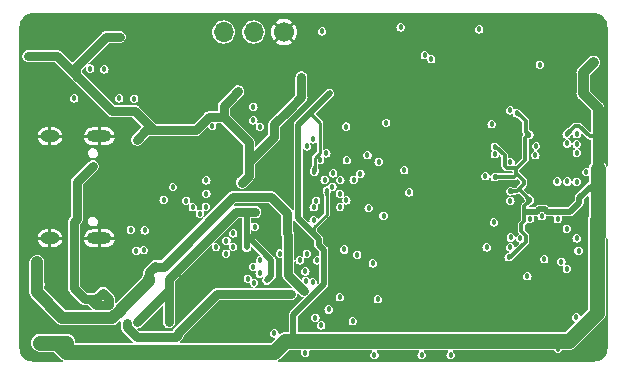
<source format=gbr>
%TF.GenerationSoftware,KiCad,Pcbnew,7.0.5-0*%
%TF.CreationDate,2023-07-21T17:37:06+08:00*%
%TF.ProjectId,slimarm_carambola,736c696d-6172-46d5-9f63-6172616d626f,rev?*%
%TF.SameCoordinates,Original*%
%TF.FileFunction,Copper,L2,Inr*%
%TF.FilePolarity,Positive*%
%FSLAX46Y46*%
G04 Gerber Fmt 4.6, Leading zero omitted, Abs format (unit mm)*
G04 Created by KiCad (PCBNEW 7.0.5-0) date 2023-07-21 17:37:06*
%MOMM*%
%LPD*%
G01*
G04 APERTURE LIST*
%TA.AperFunction,ComponentPad*%
%ADD10C,1.700000*%
%TD*%
%TA.AperFunction,ComponentPad*%
%ADD11O,1.700000X1.700000*%
%TD*%
%TA.AperFunction,ComponentPad*%
%ADD12O,2.100000X1.000000*%
%TD*%
%TA.AperFunction,ComponentPad*%
%ADD13O,1.600000X1.000000*%
%TD*%
%TA.AperFunction,ViaPad*%
%ADD14C,0.457200*%
%TD*%
%TA.AperFunction,ViaPad*%
%ADD15C,0.609600*%
%TD*%
%TA.AperFunction,Conductor*%
%ADD16C,0.889000*%
%TD*%
%TA.AperFunction,Conductor*%
%ADD17C,0.304800*%
%TD*%
%TA.AperFunction,Conductor*%
%ADD18C,0.508000*%
%TD*%
%TA.AperFunction,Conductor*%
%ADD19C,0.762000*%
%TD*%
%TA.AperFunction,Conductor*%
%ADD20C,0.152400*%
%TD*%
%TA.AperFunction,Conductor*%
%ADD21C,1.016000*%
%TD*%
%TA.AperFunction,Conductor*%
%ADD22C,1.270000*%
%TD*%
%TA.AperFunction,Conductor*%
%ADD23C,0.254000*%
%TD*%
%TA.AperFunction,Conductor*%
%ADD24C,0.635000*%
%TD*%
G04 APERTURE END LIST*
D10*
%TO.N,GND*%
%TO.C,J5*%
X37480000Y-14180000D03*
D11*
%TO.N,/DEBUG_RXD*%
X34940000Y-14180000D03*
%TO.N,/DEBUG_TXD*%
X32400000Y-14180000D03*
%TD*%
D12*
%TO.N,GND*%
%TO.C,J1*%
X21861000Y-23000000D03*
D13*
X17681000Y-23000000D03*
D12*
X21861000Y-31640000D03*
D13*
X17681000Y-31640000D03*
%TD*%
D14*
%TO.N,GND*%
X63650000Y-15700000D03*
%TO.N,/1v8_DDR*%
X63690000Y-16740000D03*
%TO.N,/3v3*%
X36684100Y-39694310D03*
%TO.N,+5V*%
X35630000Y-36300000D03*
X38110000Y-36370000D03*
%TO.N,GND*%
X34310000Y-39830000D03*
X30860100Y-38793569D03*
X38590000Y-41360000D03*
%TO.N,/3v3*%
X39300000Y-41330000D03*
%TO.N,GND*%
X44900000Y-38990000D03*
%TO.N,/3v3*%
X51610000Y-41524700D03*
X49150000Y-41524700D03*
X45160000Y-41524700D03*
%TO.N,/DP*%
X24530000Y-30930000D03*
X34440000Y-35050000D03*
%TO.N,/DN*%
X25700000Y-30960000D03*
X35440000Y-34620000D03*
%TO.N,/USBD_FS_DP*%
X34893638Y-34047242D03*
X25010000Y-32680000D03*
%TO.N,/USBD_FS_DN*%
X35470031Y-33481435D03*
X25640000Y-32640000D03*
%TO.N,/SD_DET*%
X31424647Y-22120700D03*
%TO.N,Net-(U1C-PD5)*%
X37160000Y-32930000D03*
X40161292Y-38361292D03*
%TO.N,/DDR_CS*%
X58340000Y-30000000D03*
X39980000Y-23270000D03*
%TO.N,/DDR_DQS0*%
X42760000Y-22180000D03*
X59170000Y-16950000D03*
%TO.N,/DDR_WE*%
X55090000Y-21970000D03*
X58790000Y-24600000D03*
%TO.N,/DDR_D8*%
X45510000Y-25170000D03*
X62281693Y-23672430D03*
%TO.N,/DDR_D2*%
X48090000Y-27750000D03*
X60650000Y-26830000D03*
%TO.N,/DDR_RAS*%
X40220000Y-28450000D03*
X59340000Y-29770000D03*
%TO.N,/DDR_CKE*%
X58840000Y-23830000D03*
X56640000Y-20800000D03*
%TO.N,/DDR_D13*%
X44570000Y-24600000D03*
X62290000Y-24420000D03*
%TO.N,/DDR_D7*%
X43970000Y-26170000D03*
X63090000Y-26030000D03*
%TO.N,/DDR_D5*%
X62270000Y-26850000D03*
X55360000Y-24520000D03*
%TO.N,/DDR_A10*%
X39410000Y-23850000D03*
X54660000Y-32410000D03*
%TO.N,/DDR_CAS*%
X60690500Y-30020000D03*
X40015595Y-29010175D03*
%TO.N,/DDR_D15*%
X42830874Y-25019737D03*
X62290000Y-22830000D03*
%TO.N,/DDR_D11*%
X46150000Y-21880000D03*
X41662335Y-26134099D03*
%TO.N,/DDR_D6*%
X42273142Y-26707979D03*
X47680000Y-25870000D03*
%TO.N,/DDR_D9*%
X56677676Y-25221756D03*
X43400537Y-26692866D03*
%TO.N,/DDR_A11*%
X62280000Y-31640000D03*
X45930000Y-29730000D03*
%TO.N,/DDR_CLKP*%
X40571113Y-25008560D03*
X49430000Y-16130000D03*
%TO.N,/DDR_D10*%
X61470251Y-23613142D03*
X40950000Y-26700000D03*
%TO.N,/DDR_D1*%
X54560000Y-26380000D03*
X42228532Y-27862267D03*
%TO.N,/DDR_BA2*%
X42780995Y-28429005D03*
X55280000Y-30300000D03*
%TO.N,Net-(U1A-PC1)*%
X54020000Y-13950000D03*
X35460000Y-22210000D03*
%TO.N,/DDR_A9*%
X42239812Y-29005385D03*
X57499260Y-31643426D03*
%TO.N,/DDR_A7*%
X45020000Y-33770000D03*
X56650000Y-32410000D03*
%TO.N,/DDR_A3*%
X43700000Y-33030000D03*
X56704253Y-31573256D03*
%TO.N,/DDR_A2*%
X59530000Y-33410000D03*
X45450000Y-36800000D03*
%TO.N,/DDR_A0*%
X61443843Y-34220000D03*
X61443843Y-30840449D03*
%TO.N,/DDR_A1*%
X58100000Y-34850000D03*
X42600000Y-32590000D03*
%TO.N,/DEBUG_TXD*%
X28100000Y-27300000D03*
%TO.N,/JTAG_TDI*%
X33200000Y-31220000D03*
X19730000Y-19800000D03*
%TO.N,/JTAG_TDO*%
X23550000Y-19790000D03*
X32629995Y-31846467D03*
%TO.N,/JTAG_RST*%
X33190000Y-32380000D03*
X22290000Y-17340000D03*
%TO.N,/DEBUG_RXD*%
X27310000Y-28390000D03*
%TO.N,/JTAG_TCK*%
X31740000Y-32390000D03*
X24810000Y-19840000D03*
%TO.N,/JTAG_TMS*%
X32590000Y-32950000D03*
X21090000Y-17270000D03*
%TO.N,Net-(U1A-PC0)*%
X40720000Y-14120000D03*
X34900000Y-20520000D03*
%TO.N,/USB1_DN*%
X39928148Y-35358148D03*
X41280000Y-37670000D03*
%TO.N,/USB2_DN*%
X39430000Y-32960000D03*
%TO.N,/DDR_A8*%
X40009093Y-30099574D03*
X60980000Y-33620000D03*
%TO.N,/USB1_DP*%
X39347392Y-35251902D03*
X40650000Y-39020000D03*
%TO.N,/USB2_DP*%
X40296300Y-33510000D03*
%TO.N,/DDR_A13*%
X62440000Y-32710000D03*
X44670000Y-29080000D03*
%TO.N,Net-(U2-VREF)*%
X56663015Y-28468910D03*
X62240000Y-38340000D03*
%TO.N,Net-(U1C-HFSDPB)*%
X43330000Y-38650000D03*
X39316017Y-34445865D03*
%TO.N,Net-(U1C-HFSDMB)*%
X42230000Y-36630000D03*
X38850000Y-33510000D03*
%TO.N,Net-(U1A-PC2)*%
X47370000Y-13790000D03*
X34900000Y-21650000D03*
%TO.N,GND*%
X15690000Y-36690000D03*
X36590000Y-26720000D03*
X23320000Y-34980000D03*
X43870000Y-14990000D03*
X28762573Y-35042510D03*
D15*
X21120000Y-35250000D03*
D14*
X63110000Y-25260000D03*
X56101854Y-31663374D03*
D15*
X28820000Y-37300000D03*
D14*
X60700000Y-13960000D03*
X63040000Y-33570000D03*
D15*
X28850000Y-38040000D03*
D14*
X37670000Y-23440000D03*
X57450000Y-28440000D03*
X63695000Y-40445000D03*
D15*
X21040000Y-34490000D03*
D14*
X52190000Y-14410000D03*
X63690000Y-18160000D03*
X26610000Y-25630000D03*
X30270000Y-13540000D03*
X54560000Y-23040000D03*
X62910000Y-37100000D03*
D15*
X22630000Y-39340000D03*
D14*
X16040000Y-14410000D03*
X40690000Y-21000000D03*
X63160000Y-22022100D03*
D15*
X15720000Y-39810000D03*
D14*
X29220000Y-18610000D03*
X42088553Y-18671447D03*
X40323553Y-16906447D03*
X41173553Y-17756447D03*
X37160000Y-35220000D03*
X57484550Y-22024550D03*
X21170000Y-14640000D03*
X63070000Y-28470000D03*
X33510000Y-25970000D03*
X33695297Y-35414244D03*
X61400000Y-21240000D03*
D15*
X24069816Y-40219100D03*
D14*
X37155685Y-27300000D03*
X31480000Y-25000000D03*
X39427083Y-31800247D03*
%TO.N,+5V*%
X21305000Y-25535000D03*
X28520000Y-39830000D03*
X19950000Y-30010000D03*
D15*
X21480000Y-37160000D03*
X22670000Y-37260000D03*
D14*
X24230000Y-38790000D03*
D15*
X22160000Y-36250000D03*
D14*
%TO.N,/DDR_D0*%
X61480000Y-26830000D03*
X41589093Y-27263918D03*
%TO.N,/3v3*%
X38280000Y-20410000D03*
X36050000Y-35200000D03*
X32410000Y-20510000D03*
X35080000Y-29420000D03*
X34350000Y-23350000D03*
X24850000Y-20850000D03*
X33630000Y-19200000D03*
D15*
X27750000Y-38730000D03*
D14*
X34330000Y-32410000D03*
X15850000Y-16210000D03*
X38980000Y-18020000D03*
D15*
X25040000Y-38760000D03*
D14*
X28548300Y-34445580D03*
X23590000Y-14590000D03*
X34090000Y-29400000D03*
X25060000Y-23290000D03*
X34520000Y-26330000D03*
X32925000Y-19905000D03*
X33930000Y-26940000D03*
%TO.N,/1v8_DDR*%
X56640000Y-27650000D03*
X64010000Y-30110000D03*
X63810000Y-20350000D03*
X64270000Y-34490000D03*
X41360000Y-19350000D03*
D15*
X16840000Y-40470000D03*
D14*
X64090000Y-23670000D03*
X60700000Y-41000000D03*
X64000000Y-26430000D03*
X41115483Y-27600000D03*
X56530000Y-33240000D03*
X55340000Y-26460000D03*
X58270000Y-22880000D03*
X40073300Y-25993621D03*
X55350000Y-23880000D03*
X64050000Y-23000000D03*
D15*
X17820000Y-40480000D03*
D14*
X61440000Y-22840000D03*
X58350000Y-28420000D03*
D15*
X18850000Y-40470000D03*
D14*
X57200000Y-21040000D03*
X64060000Y-27260000D03*
%TO.N,/1v0_CPUCORE*%
X37760000Y-30840000D03*
D15*
X16590000Y-34640000D03*
D14*
X39160204Y-36069796D03*
X37730000Y-29480000D03*
D15*
X26590000Y-34020000D03*
X26080000Y-35060000D03*
D14*
X35110000Y-28140000D03*
D15*
X27360000Y-34030000D03*
X16580000Y-33690000D03*
X16600000Y-35560000D03*
D14*
%TO.N,/DDR_CLKN*%
X41091180Y-24442750D03*
X49960000Y-16470000D03*
%TO.N,/MCI0_CDA*%
X30926382Y-26740412D03*
%TO.N,/MCI0_CK*%
X30920000Y-27870000D03*
%TO.N,/MCI0_DA2*%
X30890000Y-28970000D03*
%TO.N,/MCI0_DA0*%
X29220000Y-28450000D03*
%TO.N,/MCI0_DA1*%
X29790000Y-29000000D03*
%TO.N,/MCI0_DA3*%
X30380000Y-29560000D03*
%TO.N,Net-(U1C-NRST)*%
X35010000Y-30660000D03*
X34959093Y-35400306D03*
%TD*%
D16*
%TO.N,/1v8_DDR*%
X64050000Y-20590000D02*
X62840000Y-19380000D01*
X62840000Y-19380000D02*
X62840000Y-17590000D01*
X62840000Y-17590000D02*
X63690000Y-16740000D01*
D17*
X55340000Y-26460000D02*
X55380000Y-26420000D01*
X55380000Y-26420000D02*
X56960000Y-26420000D01*
X56960000Y-26420000D02*
X57000000Y-26460000D01*
X57857400Y-30199900D02*
X57590000Y-30467300D01*
X57857400Y-28912600D02*
X57857400Y-30199900D01*
X57590000Y-30467300D02*
X57590000Y-31051666D01*
X58350000Y-28420000D02*
X57857400Y-28912600D01*
X57590000Y-31051666D02*
X57981860Y-31443526D01*
X57981860Y-31918140D02*
X56660000Y-33240000D01*
X57981860Y-31443526D02*
X57981860Y-31918140D01*
X56660000Y-33240000D02*
X56530000Y-33240000D01*
D18*
X64060000Y-27260000D02*
X63453816Y-27260000D01*
X59098016Y-29185800D02*
X58883816Y-29400000D01*
X63453816Y-27260000D02*
X62485800Y-28228016D01*
X62485800Y-28228016D02*
X62485800Y-28624200D01*
X61710000Y-29400000D02*
X59796184Y-29400000D01*
X62485800Y-28624200D02*
X61710000Y-29400000D01*
X58097400Y-29400000D02*
X58081600Y-29415800D01*
X59796184Y-29400000D02*
X59581984Y-29185800D01*
X59581984Y-29185800D02*
X59098016Y-29185800D01*
X58883816Y-29400000D02*
X58097400Y-29400000D01*
D19*
%TO.N,+5V*%
X25030000Y-40020000D02*
X24176400Y-39166400D01*
X24176400Y-39166400D02*
X24176400Y-38790000D01*
%TO.N,/3v3*%
X25040000Y-38760000D02*
X27750000Y-36050000D01*
X27750000Y-36050000D02*
X27750000Y-35050000D01*
%TO.N,+5V*%
X25030000Y-40020000D02*
X28330000Y-40020000D01*
X28330000Y-40020000D02*
X28520000Y-39830000D01*
D20*
X24230000Y-39220000D02*
X24230000Y-38790000D01*
D21*
%TO.N,/1v0_CPUCORE*%
X16580000Y-35080000D02*
X16580000Y-36220000D01*
X18740000Y-38380000D02*
X22950920Y-38380000D01*
X22950920Y-38380000D02*
X23660600Y-37670320D01*
X16580000Y-36220000D02*
X18740000Y-38380000D01*
X23660600Y-37670320D02*
X23660600Y-37639400D01*
X23660600Y-37639400D02*
X26080000Y-35220000D01*
X26080000Y-35220000D02*
X26080000Y-35060000D01*
D19*
%TO.N,+5V*%
X36540000Y-36370000D02*
X31840000Y-36370000D01*
X31840000Y-36370000D02*
X28520000Y-39690000D01*
X28520000Y-39690000D02*
X28520000Y-39807600D01*
D22*
%TO.N,/1v8_DDR*%
X34735200Y-41260000D02*
X36695200Y-41260000D01*
X19080000Y-41260000D02*
X18290000Y-40470000D01*
X36695200Y-41260000D02*
X37605200Y-40350000D01*
X64005200Y-37939798D02*
X64005200Y-31440000D01*
D18*
X34735200Y-41260000D02*
X37160000Y-41260000D01*
D22*
X37605200Y-40350000D02*
X61594998Y-40350000D01*
X61594998Y-40350000D02*
X64005200Y-37939798D01*
D18*
X37160000Y-41260000D02*
X38280000Y-40140000D01*
D22*
X34735200Y-41260000D02*
X19080000Y-41260000D01*
D18*
X38280000Y-40140000D02*
X38280000Y-38140000D01*
X40880000Y-35540000D02*
X40880000Y-32640000D01*
X38280000Y-38140000D02*
X40880000Y-35540000D01*
X40880000Y-32640000D02*
X40440000Y-32200000D01*
X40440000Y-32200000D02*
X40440000Y-31690000D01*
D19*
%TO.N,+5V*%
X38110000Y-36370000D02*
X36540000Y-36370000D01*
X36540000Y-36370000D02*
X35700000Y-36370000D01*
D20*
X35700000Y-36370000D02*
X35630000Y-36300000D01*
D19*
X22670000Y-37260000D02*
X22670000Y-36760000D01*
X21305000Y-25535000D02*
X19950000Y-26890000D01*
X19950000Y-30010000D02*
X19740000Y-30220000D01*
X21580000Y-37260000D02*
X22670000Y-37260000D01*
X19950000Y-26890000D02*
X19950000Y-30010000D01*
X19740000Y-35880000D02*
X20655000Y-36795000D01*
X21115000Y-36795000D02*
X21615000Y-36795000D01*
X21115000Y-36795000D02*
X21580000Y-37260000D01*
X19740000Y-30220000D02*
X19740000Y-35880000D01*
X21615000Y-36795000D02*
X22160000Y-36250000D01*
X20655000Y-36795000D02*
X21115000Y-36795000D01*
X22670000Y-36760000D02*
X22160000Y-36250000D01*
X21115000Y-36795000D02*
X21480000Y-37160000D01*
%TO.N,/3v3*%
X34520000Y-23520000D02*
X34350000Y-23350000D01*
X36690000Y-23030000D02*
X34520000Y-25200000D01*
X34520000Y-23520000D02*
X32410000Y-21410000D01*
X30032106Y-22492106D02*
X26540000Y-22492106D01*
D18*
X36050000Y-35200000D02*
X36430000Y-34820000D01*
D19*
X22460000Y-14590000D02*
X23590000Y-14590000D01*
X18270000Y-16210000D02*
X15850000Y-16210000D01*
X33930000Y-26940000D02*
X33930000Y-26920000D01*
X32410000Y-20420000D02*
X32925000Y-19905000D01*
X33400000Y-29400000D02*
X35060000Y-29400000D01*
X34520000Y-25710000D02*
X34520000Y-23520000D01*
X27750000Y-38730000D02*
X27750000Y-38080000D01*
X37890000Y-20800000D02*
X36690000Y-22000000D01*
X31114211Y-21410000D02*
X30032106Y-22492106D01*
X32410000Y-21410000D02*
X32410000Y-20510000D01*
X32410000Y-21410000D02*
X32410000Y-20420000D01*
X33930000Y-26920000D02*
X34520000Y-26330000D01*
X34090000Y-29400000D02*
X33400000Y-29400000D01*
X24850000Y-20850000D02*
X22910000Y-20850000D01*
X26492106Y-22492106D02*
X24850000Y-20850000D01*
X38280000Y-20410000D02*
X37890000Y-20800000D01*
X22910000Y-20850000D02*
X20480000Y-18420000D01*
X36690000Y-22000000D02*
X36690000Y-23030000D01*
X38980000Y-19710000D02*
X38980000Y-18020000D01*
X26540000Y-22492106D02*
X25857894Y-22492106D01*
X37890000Y-20800000D02*
X38980000Y-19710000D01*
X25857894Y-22492106D02*
X25060000Y-23290000D01*
D20*
X34330000Y-29640000D02*
X34090000Y-29400000D01*
D19*
X19930000Y-17120000D02*
X22460000Y-14590000D01*
X34520000Y-26330000D02*
X34520000Y-25710000D01*
D18*
X34330000Y-31390000D02*
X34330000Y-29640000D01*
D19*
X20480000Y-18420000D02*
X19930000Y-17870000D01*
D18*
X36430000Y-34820000D02*
X36430000Y-33490000D01*
D19*
X32410000Y-21410000D02*
X31114211Y-21410000D01*
X32925000Y-19905000D02*
X33630000Y-19200000D01*
X19930000Y-17870000D02*
X19930000Y-17120000D01*
D18*
X34330000Y-32410000D02*
X34330000Y-31390000D01*
D19*
X27750000Y-35050000D02*
X27750000Y-38080000D01*
X33400000Y-29400000D02*
X27750000Y-35050000D01*
X26540000Y-22492106D02*
X26492106Y-22492106D01*
X34520000Y-25200000D02*
X34520000Y-25710000D01*
D18*
X36430000Y-33490000D02*
X34330000Y-31390000D01*
D19*
X35060000Y-29400000D02*
X35080000Y-29420000D01*
X20480000Y-18420000D02*
X18270000Y-16210000D01*
D17*
%TO.N,/1v8_DDR*%
X62140000Y-22140000D02*
X62510000Y-22140000D01*
D23*
X41107237Y-29648009D02*
X41107237Y-27608246D01*
D17*
X57970000Y-21680000D02*
X57330000Y-21040000D01*
X57220000Y-27650000D02*
X56640000Y-27650000D01*
X57230000Y-25690000D02*
X57940000Y-24980000D01*
D23*
X40040000Y-31290000D02*
X40040000Y-30715246D01*
D17*
X57505000Y-27575000D02*
X58350000Y-28420000D01*
D23*
X40564200Y-21884200D02*
X40564200Y-24395800D01*
D17*
X57145920Y-25704356D02*
X56354356Y-25704356D01*
D23*
X40113913Y-24819181D02*
X40113913Y-25953008D01*
D22*
X64005200Y-31440000D02*
X64005200Y-30114800D01*
D17*
X56190000Y-24630000D02*
X55440000Y-23880000D01*
D18*
X40440000Y-31690000D02*
X38690000Y-29940000D01*
D22*
X64005200Y-30114800D02*
X64010000Y-30110000D01*
D17*
X57940000Y-24980000D02*
X57940000Y-23110000D01*
X62510000Y-22140000D02*
X63370000Y-23000000D01*
D16*
X64050000Y-23360000D02*
X64050000Y-20590000D01*
D17*
X57160276Y-26130000D02*
X57160276Y-26299724D01*
D20*
X58170000Y-22880000D02*
X58270000Y-22880000D01*
D18*
X39695000Y-21015000D02*
X41360000Y-19350000D01*
D17*
X57160276Y-26140276D02*
X57820000Y-26800000D01*
D16*
X64050000Y-20590000D02*
X63810000Y-20350000D01*
D17*
X55440000Y-23880000D02*
X55350000Y-23880000D01*
X57160276Y-25690000D02*
X57230000Y-25690000D01*
X56190000Y-25540000D02*
X56190000Y-24630000D01*
X63370000Y-23000000D02*
X64050000Y-23000000D01*
X56354356Y-25704356D02*
X56190000Y-25540000D01*
D23*
X40564200Y-24395800D02*
X40408640Y-24551360D01*
D17*
X57160276Y-25690000D02*
X57160276Y-26130000D01*
D22*
X18290000Y-40470000D02*
X19050000Y-40470000D01*
D17*
X57160276Y-26130000D02*
X57160276Y-26140276D01*
X58170000Y-22880000D02*
X57970000Y-22680000D01*
X57400000Y-27470000D02*
X57505000Y-27575000D01*
X61440000Y-22840000D02*
X62140000Y-22140000D01*
D23*
X40040000Y-30715246D02*
X41107237Y-29648009D01*
X40113913Y-25953008D02*
X40073300Y-25993621D01*
D17*
X57160276Y-26299724D02*
X57084076Y-26375924D01*
X57160276Y-25690000D02*
X57145920Y-25704356D01*
D22*
X64060200Y-31385000D02*
X64060200Y-25799800D01*
X16840000Y-40470000D02*
X18290000Y-40470000D01*
D16*
X64050000Y-23360000D02*
X64050000Y-25789600D01*
D24*
X64050000Y-23000000D02*
X64050000Y-23360000D01*
D17*
X57970000Y-22680000D02*
X57970000Y-21680000D01*
D20*
X57084076Y-26375924D02*
X57070000Y-26390000D01*
D22*
X64005200Y-31440000D02*
X64060200Y-31385000D01*
D23*
X39695000Y-21015000D02*
X40564200Y-21884200D01*
D17*
X57820000Y-27050000D02*
X57400000Y-27470000D01*
D20*
X57000000Y-26460000D02*
X57084076Y-26375924D01*
D23*
X40408640Y-24551360D02*
X40381734Y-24551360D01*
X40440000Y-31690000D02*
X40040000Y-31290000D01*
D17*
X57940000Y-23110000D02*
X58170000Y-22880000D01*
D18*
X38690000Y-22020000D02*
X39695000Y-21015000D01*
D23*
X40381734Y-24551360D02*
X40113913Y-24819181D01*
D17*
X57820000Y-26800000D02*
X57820000Y-27050000D01*
X57400000Y-27470000D02*
X57220000Y-27650000D01*
D18*
X38690000Y-29940000D02*
X38690000Y-22020000D01*
D17*
X57330000Y-21040000D02*
X57200000Y-21040000D01*
D20*
X64050000Y-25789600D02*
X64060200Y-25799800D01*
D19*
%TO.N,/1v0_CPUCORE*%
X36390000Y-28140000D02*
X37130000Y-28880000D01*
D21*
X16580000Y-35540000D02*
X16600000Y-35560000D01*
D19*
X27300000Y-34030000D02*
X33190000Y-28140000D01*
X26080000Y-35060000D02*
X26080000Y-34530000D01*
X37130000Y-28880000D02*
X37730000Y-29480000D01*
X37760000Y-29510000D02*
X37130000Y-28880000D01*
X27020000Y-34030000D02*
X27360000Y-34030000D01*
D21*
X16580000Y-33690000D02*
X16580000Y-35080000D01*
D19*
X37760000Y-31230000D02*
X37760000Y-29510000D01*
X39160204Y-36069796D02*
X37871200Y-34780792D01*
X34610000Y-28140000D02*
X36390000Y-28140000D01*
X26080000Y-34530000D02*
X26590000Y-34020000D01*
X37871200Y-34780792D02*
X37871200Y-31341200D01*
X26580000Y-34030000D02*
X27020000Y-34030000D01*
X33190000Y-28140000D02*
X34610000Y-28140000D01*
X34610000Y-28140000D02*
X35110000Y-28140000D01*
D21*
X16580000Y-35080000D02*
X16580000Y-35540000D01*
D19*
X37871200Y-31341200D02*
X37760000Y-31230000D01*
X26080000Y-34530000D02*
X26580000Y-34030000D01*
X27020000Y-34030000D02*
X27300000Y-34030000D01*
%TD*%
%TA.AperFunction,Conductor*%
%TO.N,GND*%
G36*
X63731358Y-12582218D02*
G01*
X63927362Y-12599366D01*
X63938082Y-12601257D01*
X64124162Y-12651117D01*
X64134399Y-12654843D01*
X64308992Y-12736257D01*
X64318426Y-12741704D01*
X64476234Y-12852202D01*
X64484580Y-12859205D01*
X64620794Y-12995419D01*
X64627797Y-13003765D01*
X64738295Y-13161573D01*
X64743742Y-13171007D01*
X64825156Y-13345600D01*
X64828882Y-13355838D01*
X64878741Y-13541913D01*
X64880633Y-13552642D01*
X64887778Y-13634301D01*
X64896485Y-13733830D01*
X64897781Y-13748637D01*
X64897900Y-13751362D01*
X64897900Y-25517503D01*
X64879594Y-25561697D01*
X64835400Y-25580003D01*
X64791206Y-25561697D01*
X64776669Y-25538879D01*
X64746234Y-25455262D01*
X64746234Y-25455261D01*
X64648286Y-25306338D01*
X64641609Y-25300039D01*
X64622026Y-25256396D01*
X64622000Y-25254579D01*
X64622000Y-23322508D01*
X64621999Y-20629536D01*
X64622267Y-20625451D01*
X64626935Y-20590000D01*
X64626682Y-20588080D01*
X64622669Y-20557604D01*
X64622669Y-20557596D01*
X64621999Y-20552510D01*
X64622000Y-20552508D01*
X64607277Y-20440678D01*
X64549641Y-20301532D01*
X64538935Y-20287580D01*
X64494795Y-20230055D01*
X64479730Y-20210421D01*
X64479729Y-20210421D01*
X64457955Y-20182045D01*
X64457953Y-20182043D01*
X64457952Y-20182042D01*
X64429584Y-20160275D01*
X64426508Y-20157577D01*
X63430306Y-19161375D01*
X63412000Y-19117181D01*
X63412000Y-17852817D01*
X63430306Y-17808623D01*
X63757010Y-17481919D01*
X64120976Y-17117954D01*
X64189641Y-17028467D01*
X64247278Y-16889322D01*
X64255845Y-16824249D01*
X64266936Y-16740002D01*
X64266936Y-16739997D01*
X64247279Y-16590685D01*
X64247278Y-16590684D01*
X64247278Y-16590678D01*
X64189641Y-16451532D01*
X64097956Y-16332044D01*
X63978468Y-16240359D01*
X63978464Y-16240357D01*
X63839325Y-16182723D01*
X63839323Y-16182722D01*
X63839322Y-16182722D01*
X63839320Y-16182721D01*
X63839314Y-16182720D01*
X63690003Y-16163064D01*
X63689997Y-16163064D01*
X63540685Y-16182720D01*
X63540674Y-16182723D01*
X63401535Y-16240357D01*
X63312051Y-16309019D01*
X63312041Y-16309028D01*
X62463497Y-17157571D01*
X62460422Y-17160268D01*
X62432047Y-17182042D01*
X62432044Y-17182045D01*
X62340360Y-17301529D01*
X62282722Y-17440681D01*
X62282721Y-17440684D01*
X62267800Y-17554026D01*
X62267796Y-17554063D01*
X62263065Y-17589998D01*
X62263065Y-17590001D01*
X62267732Y-17625450D01*
X62268000Y-17629534D01*
X62268000Y-19340465D01*
X62267732Y-19344548D01*
X62263065Y-19380000D01*
X62265413Y-19397838D01*
X62267843Y-19416290D01*
X62267847Y-19416335D01*
X62273216Y-19457108D01*
X62281509Y-19520100D01*
X62282175Y-19525162D01*
X62282722Y-19529319D01*
X62282722Y-19529321D01*
X62282723Y-19529322D01*
X62337636Y-19661894D01*
X62340360Y-19668470D01*
X62359243Y-19693079D01*
X62359244Y-19693080D01*
X62414816Y-19765502D01*
X62432045Y-19787955D01*
X62460421Y-19809729D01*
X62463489Y-19812419D01*
X63459694Y-20808624D01*
X63478000Y-20852817D01*
X63478000Y-22561273D01*
X63459694Y-22605467D01*
X63415500Y-22623773D01*
X63371306Y-22605467D01*
X62747414Y-21981576D01*
X62741073Y-21972762D01*
X62740726Y-21973025D01*
X62737234Y-21968401D01*
X62703872Y-21937987D01*
X62702827Y-21936989D01*
X62689579Y-21923741D01*
X62686000Y-21921289D01*
X62682606Y-21918600D01*
X62665739Y-21903224D01*
X62659901Y-21897902D01*
X62659899Y-21897901D01*
X62659897Y-21897899D01*
X62648151Y-21893349D01*
X62635408Y-21886632D01*
X62625019Y-21879516D01*
X62625015Y-21879513D01*
X62595110Y-21872480D01*
X62590972Y-21871198D01*
X62562323Y-21860100D01*
X62562322Y-21860100D01*
X62549722Y-21860100D01*
X62535414Y-21858440D01*
X62523151Y-21855556D01*
X62523150Y-21855556D01*
X62492724Y-21859800D01*
X62488401Y-21860100D01*
X62195851Y-21860100D01*
X62185132Y-21858352D01*
X62185072Y-21858783D01*
X62179337Y-21857982D01*
X62150672Y-21859308D01*
X62134242Y-21860067D01*
X62132827Y-21860100D01*
X62114058Y-21860100D01*
X62109794Y-21860898D01*
X62105493Y-21861396D01*
X62074809Y-21862814D01*
X62074802Y-21862816D01*
X62063275Y-21867905D01*
X62049522Y-21872164D01*
X62037140Y-21874479D01*
X62037135Y-21874481D01*
X62011010Y-21890656D01*
X62007179Y-21892675D01*
X61979078Y-21905084D01*
X61970163Y-21913998D01*
X61958877Y-21922937D01*
X61948166Y-21929569D01*
X61929652Y-21954084D01*
X61926809Y-21957352D01*
X61590964Y-22293196D01*
X61572486Y-22305966D01*
X61570460Y-22306880D01*
X61570438Y-22306892D01*
X61247100Y-22537848D01*
X61239151Y-22542676D01*
X61228081Y-22548317D01*
X61228077Y-22548320D01*
X61220823Y-22555573D01*
X61212977Y-22562221D01*
X61210373Y-22564081D01*
X61210333Y-22564112D01*
X61206124Y-22567381D01*
X61206120Y-22567385D01*
X61202645Y-22570319D01*
X61195964Y-22579415D01*
X61189788Y-22586607D01*
X61148318Y-22628078D01*
X61097108Y-22728582D01*
X61097107Y-22728586D01*
X61079461Y-22840000D01*
X61097107Y-22951413D01*
X61097108Y-22951417D01*
X61148317Y-23051919D01*
X61148318Y-23051920D01*
X61228080Y-23131682D01*
X61320141Y-23178589D01*
X61351208Y-23214963D01*
X61347455Y-23262651D01*
X61320142Y-23289965D01*
X61258330Y-23321460D01*
X61178568Y-23401222D01*
X61127359Y-23501724D01*
X61127358Y-23501728D01*
X61109752Y-23612892D01*
X61109712Y-23613142D01*
X61120782Y-23683037D01*
X61127358Y-23724555D01*
X61127359Y-23724559D01*
X61178568Y-23825061D01*
X61258331Y-23904824D01*
X61358833Y-23956033D01*
X61358835Y-23956033D01*
X61358838Y-23956035D01*
X61470251Y-23973681D01*
X61581664Y-23956035D01*
X61682171Y-23904824D01*
X61761933Y-23825062D01*
X61813144Y-23724555D01*
X61813144Y-23724553D01*
X61814511Y-23721871D01*
X61850885Y-23690804D01*
X61898573Y-23694557D01*
X61929640Y-23730931D01*
X61931929Y-23740467D01*
X61938798Y-23783837D01*
X61938801Y-23783847D01*
X61990010Y-23884349D01*
X62069773Y-23964112D01*
X62125768Y-23992643D01*
X62156835Y-24029017D01*
X62153082Y-24076705D01*
X62125769Y-24104019D01*
X62078079Y-24128318D01*
X61998317Y-24208080D01*
X61947108Y-24308582D01*
X61947107Y-24308586D01*
X61929461Y-24419999D01*
X61947107Y-24531413D01*
X61947108Y-24531417D01*
X61998317Y-24631919D01*
X62078080Y-24711682D01*
X62178582Y-24762891D01*
X62178584Y-24762891D01*
X62178587Y-24762893D01*
X62290000Y-24780539D01*
X62401413Y-24762893D01*
X62501920Y-24711682D01*
X62581682Y-24631920D01*
X62632893Y-24531413D01*
X62650539Y-24420000D01*
X62632893Y-24308587D01*
X62632891Y-24308584D01*
X62632891Y-24308582D01*
X62581682Y-24208080D01*
X62501920Y-24128318D01*
X62445923Y-24099786D01*
X62414857Y-24063411D01*
X62418610Y-24015723D01*
X62445922Y-23988411D01*
X62493613Y-23964112D01*
X62573375Y-23884350D01*
X62624586Y-23783843D01*
X62642232Y-23672430D01*
X62624586Y-23561017D01*
X62624584Y-23561014D01*
X62624584Y-23561012D01*
X62573375Y-23460510D01*
X62493612Y-23380747D01*
X62393110Y-23329538D01*
X62393101Y-23329535D01*
X62292503Y-23313602D01*
X62285853Y-23309527D01*
X62279188Y-23312287D01*
X62214660Y-23322508D01*
X62170279Y-23329537D01*
X62170275Y-23329538D01*
X62069773Y-23380747D01*
X61990011Y-23460509D01*
X61937432Y-23563701D01*
X61901057Y-23594767D01*
X61853369Y-23591014D01*
X61822303Y-23554639D01*
X61820015Y-23545111D01*
X61813144Y-23501729D01*
X61813142Y-23501726D01*
X61813142Y-23501724D01*
X61761933Y-23401222D01*
X61682170Y-23321459D01*
X61590109Y-23274552D01*
X61559042Y-23238178D01*
X61562795Y-23190490D01*
X61590108Y-23163176D01*
X61651920Y-23131682D01*
X61695256Y-23088344D01*
X61695908Y-23087711D01*
X61717457Y-23067469D01*
X61717752Y-23067055D01*
X61724424Y-23059176D01*
X61731682Y-23051920D01*
X61737326Y-23040840D01*
X61742153Y-23032893D01*
X61833056Y-22905627D01*
X61873639Y-22880305D01*
X61920241Y-22891097D01*
X61945564Y-22931680D01*
X61945607Y-22931942D01*
X61945933Y-22934000D01*
X61947107Y-22941413D01*
X61947108Y-22941417D01*
X61998317Y-23041919D01*
X62078080Y-23121682D01*
X62178582Y-23172891D01*
X62178584Y-23172891D01*
X62178587Y-23172893D01*
X62279189Y-23188826D01*
X62285839Y-23192901D01*
X62292498Y-23190143D01*
X62401413Y-23172893D01*
X62501920Y-23121682D01*
X62581682Y-23041920D01*
X62632893Y-22941413D01*
X62650539Y-22830000D01*
X62650539Y-22829997D01*
X62650539Y-22827265D01*
X62651239Y-22825573D01*
X62651308Y-22825142D01*
X62651411Y-22825158D01*
X62668845Y-22783071D01*
X62713039Y-22764765D01*
X62757233Y-22783071D01*
X63132586Y-23158424D01*
X63138933Y-23167243D01*
X63139280Y-23166982D01*
X63142768Y-23171601D01*
X63176126Y-23202011D01*
X63177149Y-23202987D01*
X63189125Y-23214963D01*
X63190418Y-23216256D01*
X63190424Y-23216261D01*
X63193992Y-23218705D01*
X63197391Y-23221397D01*
X63202187Y-23225769D01*
X63220099Y-23242098D01*
X63231843Y-23246647D01*
X63244591Y-23253366D01*
X63254982Y-23260485D01*
X63254984Y-23260486D01*
X63284900Y-23267521D01*
X63289013Y-23268794D01*
X63317678Y-23279900D01*
X63330278Y-23279900D01*
X63344585Y-23281559D01*
X63356849Y-23284444D01*
X63381432Y-23281014D01*
X63387276Y-23280200D01*
X63391599Y-23279900D01*
X63415500Y-23279900D01*
X63459694Y-23298206D01*
X63478000Y-23342400D01*
X63478000Y-25284651D01*
X63463378Y-25324825D01*
X63418804Y-25377946D01*
X63418803Y-25377947D01*
X63338807Y-25537230D01*
X63338804Y-25537239D01*
X63310647Y-25656045D01*
X63282643Y-25694827D01*
X63235419Y-25702447D01*
X63221459Y-25697321D01*
X63201413Y-25687107D01*
X63090000Y-25669461D01*
X63089999Y-25669461D01*
X62978586Y-25687107D01*
X62978582Y-25687108D01*
X62878080Y-25738317D01*
X62798317Y-25818080D01*
X62747108Y-25918582D01*
X62747107Y-25918586D01*
X62729461Y-26030000D01*
X62747107Y-26141413D01*
X62747108Y-26141417D01*
X62798317Y-26241919D01*
X62878080Y-26321682D01*
X62978582Y-26372891D01*
X62978584Y-26372891D01*
X62978587Y-26372893D01*
X63090000Y-26390539D01*
X63201413Y-26372893D01*
X63206822Y-26370136D01*
X63254509Y-26366381D01*
X63290885Y-26397445D01*
X63297699Y-26425823D01*
X63297699Y-26872658D01*
X63279393Y-26916852D01*
X63262650Y-26928807D01*
X63229069Y-26945224D01*
X63224855Y-26948233D01*
X63224832Y-26948200D01*
X63220309Y-26951572D01*
X63220334Y-26951604D01*
X63216254Y-26954778D01*
X63178906Y-26995349D01*
X63178012Y-26996281D01*
X62248598Y-27925693D01*
X62238590Y-27933821D01*
X62223846Y-27943454D01*
X62200480Y-27973471D01*
X62197920Y-27976371D01*
X62193684Y-27980608D01*
X62193682Y-27980610D01*
X62180271Y-27999394D01*
X62179506Y-28000420D01*
X62173717Y-28007859D01*
X62145641Y-28043932D01*
X62143177Y-28048485D01*
X62143143Y-28048466D01*
X62140563Y-28053479D01*
X62140598Y-28053496D01*
X62138324Y-28058146D01*
X62122594Y-28110981D01*
X62122201Y-28112210D01*
X62104299Y-28164358D01*
X62103447Y-28169465D01*
X62103406Y-28169458D01*
X62102595Y-28175031D01*
X62102635Y-28175036D01*
X62101994Y-28180172D01*
X62104273Y-28235263D01*
X62104300Y-28236555D01*
X62104300Y-28440288D01*
X62085994Y-28484482D01*
X61570283Y-29000194D01*
X61526089Y-29018500D01*
X59980095Y-29018500D01*
X59935901Y-29000194D01*
X59884306Y-28948599D01*
X59876176Y-28938588D01*
X59873308Y-28934198D01*
X59866544Y-28923844D01*
X59836523Y-28900478D01*
X59833633Y-28897926D01*
X59829393Y-28893686D01*
X59829389Y-28893683D01*
X59829388Y-28893682D01*
X59829389Y-28893682D01*
X59812619Y-28881710D01*
X59810602Y-28880269D01*
X59809594Y-28879518D01*
X59766069Y-28845642D01*
X59766066Y-28845641D01*
X59766064Y-28845639D01*
X59761513Y-28843176D01*
X59761531Y-28843142D01*
X59756525Y-28840564D01*
X59756508Y-28840600D01*
X59751852Y-28838324D01*
X59699018Y-28822594D01*
X59697788Y-28822200D01*
X59645642Y-28804299D01*
X59640536Y-28803447D01*
X59640542Y-28803407D01*
X59634964Y-28802594D01*
X59634959Y-28802635D01*
X59629827Y-28801994D01*
X59574736Y-28804273D01*
X59573444Y-28804300D01*
X59144066Y-28804300D01*
X59131241Y-28802970D01*
X59126586Y-28801994D01*
X59113999Y-28799354D01*
X59113998Y-28799354D01*
X59081487Y-28803407D01*
X59076252Y-28804060D01*
X59072386Y-28804300D01*
X59066403Y-28804300D01*
X59043634Y-28808098D01*
X59042358Y-28808284D01*
X58987655Y-28815103D01*
X58982697Y-28816580D01*
X58982685Y-28816542D01*
X58977311Y-28818264D01*
X58977324Y-28818302D01*
X58972426Y-28819983D01*
X58923935Y-28846223D01*
X58922788Y-28846814D01*
X58873269Y-28871023D01*
X58869055Y-28874032D01*
X58869032Y-28873999D01*
X58864518Y-28877365D01*
X58864543Y-28877397D01*
X58860454Y-28880580D01*
X58823116Y-28921137D01*
X58822223Y-28922068D01*
X58805704Y-28938588D01*
X58744097Y-29000194D01*
X58699906Y-29018500D01*
X58323036Y-29018500D01*
X58278842Y-29000194D01*
X58260536Y-28956000D01*
X58278842Y-28911806D01*
X58286704Y-28905144D01*
X58542897Y-28722149D01*
X58550840Y-28717327D01*
X58561920Y-28711682D01*
X58569176Y-28704425D01*
X58577050Y-28697755D01*
X58579637Y-28695908D01*
X58583845Y-28692640D01*
X58587318Y-28689710D01*
X58593992Y-28680623D01*
X58600155Y-28673445D01*
X58641682Y-28631920D01*
X58692893Y-28531413D01*
X58710539Y-28420000D01*
X58692893Y-28308587D01*
X58692891Y-28308584D01*
X58692891Y-28308582D01*
X58641682Y-28208080D01*
X58638759Y-28205157D01*
X58598359Y-28164757D01*
X58597712Y-28164089D01*
X58577468Y-28142541D01*
X58577459Y-28142533D01*
X58577030Y-28142227D01*
X58569173Y-28135570D01*
X58561922Y-28128319D01*
X58560786Y-28127740D01*
X58550846Y-28122674D01*
X58542898Y-28117847D01*
X58235392Y-27898202D01*
X58219552Y-27886888D01*
X58219551Y-27886887D01*
X58219549Y-27886886D01*
X58214868Y-27884537D01*
X58198710Y-27872872D01*
X57840031Y-27514193D01*
X57821725Y-27469999D01*
X57840030Y-27425806D01*
X57978424Y-27287412D01*
X57987240Y-27281072D01*
X57986977Y-27280724D01*
X57991596Y-27277235D01*
X57991599Y-27277234D01*
X58022020Y-27243862D01*
X58022977Y-27242859D01*
X58036258Y-27229580D01*
X58038707Y-27226003D01*
X58041396Y-27222608D01*
X58062098Y-27199901D01*
X58066649Y-27188150D01*
X58073364Y-27175411D01*
X58080486Y-27165016D01*
X58087519Y-27135106D01*
X58088797Y-27130977D01*
X58099900Y-27102322D01*
X58099900Y-27089722D01*
X58101560Y-27075412D01*
X58104444Y-27063151D01*
X58100200Y-27032724D01*
X58099900Y-27028401D01*
X58099900Y-26855853D01*
X58101649Y-26845132D01*
X58101218Y-26845072D01*
X58102018Y-26839337D01*
X58101586Y-26830000D01*
X60289461Y-26830000D01*
X60307107Y-26941413D01*
X60307108Y-26941417D01*
X60358317Y-27041919D01*
X60438080Y-27121682D01*
X60538582Y-27172891D01*
X60538584Y-27172891D01*
X60538587Y-27172893D01*
X60650000Y-27190539D01*
X60761413Y-27172893D01*
X60861920Y-27121682D01*
X60941682Y-27041920D01*
X60990951Y-26945224D01*
X60992891Y-26941417D01*
X60992891Y-26941416D01*
X60992893Y-26941413D01*
X61003269Y-26875896D01*
X61028263Y-26835111D01*
X61046528Y-26830725D01*
X61044157Y-26829272D01*
X61083472Y-26829272D01*
X61115564Y-26848938D01*
X61126730Y-26875896D01*
X61135478Y-26931127D01*
X61137107Y-26941413D01*
X61137108Y-26941417D01*
X61188317Y-27041919D01*
X61268080Y-27121682D01*
X61368582Y-27172891D01*
X61368584Y-27172891D01*
X61368587Y-27172893D01*
X61480000Y-27190539D01*
X61591413Y-27172893D01*
X61691920Y-27121682D01*
X61771682Y-27041920D01*
X61814217Y-26958439D01*
X61850590Y-26927374D01*
X61898278Y-26931127D01*
X61925592Y-26958440D01*
X61978318Y-27061920D01*
X62058080Y-27141682D01*
X62158582Y-27192891D01*
X62158584Y-27192891D01*
X62158587Y-27192893D01*
X62270000Y-27210539D01*
X62381413Y-27192893D01*
X62481920Y-27141682D01*
X62561682Y-27061920D01*
X62612893Y-26961413D01*
X62630539Y-26850000D01*
X62612893Y-26738587D01*
X62612891Y-26738584D01*
X62612891Y-26738582D01*
X62561682Y-26638080D01*
X62481919Y-26558317D01*
X62381417Y-26507108D01*
X62381413Y-26507107D01*
X62270000Y-26489461D01*
X62158586Y-26507107D01*
X62158582Y-26507108D01*
X62058080Y-26558317D01*
X61978318Y-26638079D01*
X61935783Y-26721559D01*
X61899408Y-26752625D01*
X61851720Y-26748872D01*
X61824407Y-26721558D01*
X61771682Y-26618080D01*
X61691919Y-26538317D01*
X61591417Y-26487108D01*
X61591413Y-26487107D01*
X61480000Y-26469461D01*
X61368586Y-26487107D01*
X61368582Y-26487108D01*
X61268080Y-26538317D01*
X61188317Y-26618080D01*
X61137108Y-26718582D01*
X61137105Y-26718592D01*
X61126730Y-26784101D01*
X61101736Y-26824888D01*
X61083472Y-26829272D01*
X61044157Y-26829272D01*
X61014436Y-26811060D01*
X61003270Y-26784101D01*
X60992894Y-26718592D01*
X60992893Y-26718590D01*
X60992893Y-26718587D01*
X60992891Y-26718584D01*
X60992891Y-26718582D01*
X60941682Y-26618080D01*
X60861919Y-26538317D01*
X60761417Y-26487108D01*
X60761413Y-26487107D01*
X60650000Y-26469461D01*
X60538586Y-26487107D01*
X60538582Y-26487108D01*
X60438080Y-26538317D01*
X60358317Y-26618080D01*
X60307108Y-26718582D01*
X60307107Y-26718586D01*
X60289461Y-26830000D01*
X58101586Y-26830000D01*
X58099932Y-26794229D01*
X58099900Y-26792812D01*
X58099900Y-26774067D01*
X58099900Y-26774065D01*
X58099100Y-26769787D01*
X58098604Y-26765509D01*
X58097185Y-26734807D01*
X58092094Y-26723277D01*
X58087834Y-26709517D01*
X58085520Y-26697137D01*
X58069906Y-26671920D01*
X58069349Y-26671020D01*
X58067329Y-26667187D01*
X58056748Y-26643226D01*
X58054917Y-26639078D01*
X58046006Y-26630167D01*
X58037062Y-26618875D01*
X58030432Y-26608168D01*
X58030430Y-26608166D01*
X58005917Y-26589654D01*
X58002649Y-26586810D01*
X57458482Y-26042643D01*
X57440176Y-25998449D01*
X57440176Y-25901549D01*
X57458482Y-25857355D01*
X57776958Y-25538879D01*
X58098424Y-25217412D01*
X58107240Y-25211072D01*
X58106977Y-25210724D01*
X58111596Y-25207235D01*
X58111599Y-25207234D01*
X58142020Y-25173862D01*
X58142977Y-25172859D01*
X58156258Y-25159580D01*
X58158707Y-25156003D01*
X58161396Y-25152608D01*
X58182098Y-25129901D01*
X58186649Y-25118150D01*
X58193364Y-25105411D01*
X58200486Y-25095016D01*
X58207519Y-25065106D01*
X58208797Y-25060977D01*
X58219900Y-25032322D01*
X58219900Y-25019722D01*
X58221560Y-25005412D01*
X58224444Y-24993151D01*
X58220200Y-24962724D01*
X58219900Y-24958401D01*
X58219900Y-24600000D01*
X58429461Y-24600000D01*
X58447107Y-24711413D01*
X58447108Y-24711417D01*
X58498317Y-24811919D01*
X58578080Y-24891682D01*
X58678582Y-24942891D01*
X58678584Y-24942891D01*
X58678587Y-24942893D01*
X58790000Y-24960539D01*
X58901413Y-24942893D01*
X59001920Y-24891682D01*
X59081682Y-24811920D01*
X59132893Y-24711413D01*
X59150539Y-24600000D01*
X59132893Y-24488587D01*
X59132891Y-24488584D01*
X59132891Y-24488582D01*
X59081682Y-24388080D01*
X59001919Y-24308317D01*
X58953067Y-24283426D01*
X58922000Y-24247052D01*
X58925753Y-24199364D01*
X58953067Y-24172050D01*
X59051920Y-24121682D01*
X59131682Y-24041920D01*
X59182893Y-23941413D01*
X59200539Y-23830000D01*
X59182893Y-23718587D01*
X59182891Y-23718584D01*
X59182891Y-23718582D01*
X59131682Y-23618080D01*
X59051919Y-23538317D01*
X58951417Y-23487108D01*
X58951413Y-23487107D01*
X58840000Y-23469461D01*
X58728586Y-23487107D01*
X58728582Y-23487108D01*
X58628080Y-23538317D01*
X58548317Y-23618080D01*
X58497108Y-23718582D01*
X58497107Y-23718586D01*
X58479461Y-23830000D01*
X58497107Y-23941413D01*
X58497108Y-23941417D01*
X58548317Y-24041919D01*
X58548318Y-24041920D01*
X58628080Y-24121682D01*
X58676932Y-24146573D01*
X58707999Y-24182947D01*
X58704246Y-24230635D01*
X58676933Y-24257949D01*
X58578079Y-24308318D01*
X58498317Y-24388080D01*
X58447108Y-24488582D01*
X58447107Y-24488586D01*
X58429461Y-24600000D01*
X58219900Y-24600000D01*
X58219900Y-23310824D01*
X58238206Y-23266630D01*
X58267307Y-23250174D01*
X58367836Y-23225159D01*
X58370482Y-23224623D01*
X58381413Y-23222893D01*
X58481920Y-23171682D01*
X58561682Y-23091920D01*
X58612893Y-22991413D01*
X58630539Y-22880000D01*
X58612893Y-22768587D01*
X58612891Y-22768584D01*
X58612891Y-22768582D01*
X58561682Y-22668080D01*
X58481920Y-22588318D01*
X58405785Y-22549525D01*
X58404526Y-22548846D01*
X58389994Y-22540561D01*
X58387497Y-22539137D01*
X58387493Y-22539136D01*
X58381595Y-22537170D01*
X58381413Y-22537107D01*
X58381411Y-22537106D01*
X58377329Y-22535698D01*
X58376747Y-22535553D01*
X58292630Y-22507505D01*
X58256496Y-22476159D01*
X58249900Y-22448214D01*
X58249900Y-21735853D01*
X58251649Y-21725132D01*
X58251218Y-21725072D01*
X58252018Y-21719337D01*
X58251157Y-21700713D01*
X58249932Y-21674229D01*
X58249900Y-21672812D01*
X58249900Y-21654066D01*
X58249899Y-21654061D01*
X58249100Y-21649787D01*
X58248604Y-21645509D01*
X58247185Y-21614807D01*
X58242094Y-21603277D01*
X58237834Y-21589517D01*
X58235520Y-21577139D01*
X58235520Y-21577137D01*
X58219349Y-21551020D01*
X58217329Y-21547187D01*
X58205086Y-21519461D01*
X58204917Y-21519078D01*
X58196006Y-21510167D01*
X58187062Y-21498875D01*
X58180432Y-21488168D01*
X58180430Y-21488166D01*
X58155917Y-21469654D01*
X58152649Y-21466810D01*
X57782991Y-21097153D01*
X57776506Y-21089536D01*
X57763030Y-21070859D01*
X57763025Y-21070854D01*
X57763024Y-21070852D01*
X57672300Y-20986433D01*
X57671517Y-20985679D01*
X57567413Y-20881575D01*
X57561073Y-20872762D01*
X57560726Y-20873025D01*
X57557234Y-20868401D01*
X57523873Y-20837988D01*
X57522828Y-20836990D01*
X57509579Y-20823741D01*
X57506000Y-20821289D01*
X57502605Y-20818600D01*
X57479901Y-20797902D01*
X57479898Y-20797900D01*
X57470849Y-20794394D01*
X57460065Y-20788965D01*
X57445624Y-20779848D01*
X57434795Y-20771193D01*
X57411919Y-20748317D01*
X57311417Y-20697108D01*
X57311413Y-20697107D01*
X57200000Y-20679461D01*
X57088586Y-20697107D01*
X57088579Y-20697109D01*
X57063810Y-20709730D01*
X57016122Y-20713483D01*
X56979749Y-20682416D01*
X56931682Y-20588080D01*
X56851919Y-20508317D01*
X56751417Y-20457108D01*
X56751413Y-20457107D01*
X56640000Y-20439461D01*
X56528586Y-20457107D01*
X56528582Y-20457108D01*
X56428080Y-20508317D01*
X56348317Y-20588080D01*
X56297108Y-20688582D01*
X56297107Y-20688586D01*
X56279461Y-20800000D01*
X56297107Y-20911413D01*
X56297108Y-20911417D01*
X56348317Y-21011919D01*
X56428080Y-21091682D01*
X56528582Y-21142891D01*
X56528584Y-21142891D01*
X56528587Y-21142893D01*
X56640000Y-21160539D01*
X56751413Y-21142893D01*
X56776186Y-21130269D01*
X56823874Y-21126516D01*
X56860249Y-21157581D01*
X56860250Y-21157582D01*
X56908318Y-21251920D01*
X56988081Y-21331683D01*
X56988080Y-21331683D01*
X57024442Y-21350209D01*
X57051814Y-21364155D01*
X57054592Y-21365756D01*
X57074597Y-21378705D01*
X57391513Y-21504581D01*
X57412635Y-21518473D01*
X57671793Y-21777631D01*
X57690099Y-21821825D01*
X57690099Y-22624145D01*
X57688353Y-22634865D01*
X57688782Y-22634925D01*
X57687981Y-22640662D01*
X57689250Y-22668080D01*
X57690067Y-22685770D01*
X57690100Y-22687186D01*
X57690100Y-22705935D01*
X57690843Y-22709914D01*
X57690897Y-22710201D01*
X57691395Y-22714500D01*
X57692814Y-22745191D01*
X57697905Y-22756722D01*
X57702164Y-22770478D01*
X57704479Y-22782862D01*
X57720652Y-22808981D01*
X57722673Y-22812814D01*
X57733651Y-22837678D01*
X57735084Y-22840922D01*
X57735086Y-22840924D01*
X57737527Y-22844487D01*
X57747400Y-22891293D01*
X57730163Y-22923997D01*
X57723743Y-22930417D01*
X57723737Y-22930425D01*
X57721288Y-22934000D01*
X57718601Y-22937391D01*
X57697903Y-22960096D01*
X57697902Y-22960099D01*
X57693351Y-22971846D01*
X57686637Y-22984585D01*
X57679514Y-22994984D01*
X57679513Y-22994985D01*
X57672480Y-23024889D01*
X57671198Y-23029028D01*
X57660100Y-23057677D01*
X57660100Y-23070277D01*
X57658440Y-23084586D01*
X57655556Y-23096848D01*
X57659800Y-23127275D01*
X57660100Y-23131598D01*
X57660100Y-24838172D01*
X57641794Y-24882366D01*
X57128922Y-25395238D01*
X57099042Y-25411883D01*
X57094439Y-25412966D01*
X57047227Y-25405268D01*
X57019286Y-25366441D01*
X57020463Y-25338132D01*
X57019799Y-25338027D01*
X57020568Y-25333170D01*
X57020569Y-25333169D01*
X57038215Y-25221756D01*
X57020569Y-25110343D01*
X57020567Y-25110340D01*
X57020567Y-25110338D01*
X56969358Y-25009836D01*
X56889595Y-24930073D01*
X56789093Y-24878864D01*
X56789089Y-24878863D01*
X56785642Y-24878317D01*
X56677676Y-24861217D01*
X56677675Y-24861217D01*
X56566262Y-24878863D01*
X56566256Y-24878865D01*
X56560769Y-24881661D01*
X56513080Y-24885410D01*
X56476709Y-24854341D01*
X56469900Y-24825975D01*
X56469900Y-24685850D01*
X56471648Y-24675132D01*
X56471217Y-24675072D01*
X56472017Y-24669337D01*
X56471339Y-24654669D01*
X56469932Y-24624241D01*
X56469900Y-24622826D01*
X56469900Y-24604067D01*
X56469900Y-24604065D01*
X56469099Y-24599787D01*
X56468603Y-24595501D01*
X56467185Y-24564807D01*
X56462094Y-24553277D01*
X56457834Y-24539517D01*
X56455520Y-24527138D01*
X56455520Y-24527137D01*
X56439345Y-24501014D01*
X56437324Y-24497180D01*
X56424916Y-24469077D01*
X56416007Y-24460169D01*
X56407063Y-24448878D01*
X56400431Y-24438167D01*
X56400430Y-24438165D01*
X56375913Y-24419651D01*
X56372645Y-24416807D01*
X55923156Y-23967318D01*
X55914422Y-23956363D01*
X55905593Y-23942305D01*
X55905594Y-23942305D01*
X55615564Y-23635407D01*
X55614787Y-23634608D01*
X55614776Y-23634599D01*
X55598899Y-23623764D01*
X55589936Y-23616334D01*
X55561919Y-23588317D01*
X55461417Y-23537108D01*
X55461413Y-23537107D01*
X55350000Y-23519461D01*
X55238586Y-23537107D01*
X55238582Y-23537108D01*
X55138080Y-23588317D01*
X55058317Y-23668080D01*
X55007108Y-23768582D01*
X55007107Y-23768586D01*
X54989461Y-23880000D01*
X55007107Y-23991413D01*
X55007108Y-23991417D01*
X55058317Y-24091919D01*
X55058318Y-24091920D01*
X55127204Y-24160806D01*
X55145510Y-24204999D01*
X55127205Y-24249193D01*
X55068316Y-24308082D01*
X55017108Y-24408582D01*
X55017107Y-24408586D01*
X54999461Y-24520000D01*
X55017107Y-24631413D01*
X55017108Y-24631417D01*
X55068317Y-24731919D01*
X55148080Y-24811682D01*
X55248582Y-24862891D01*
X55248584Y-24862891D01*
X55248587Y-24862893D01*
X55360000Y-24880539D01*
X55471413Y-24862893D01*
X55571920Y-24811682D01*
X55651682Y-24731920D01*
X55695123Y-24646661D01*
X55731497Y-24615595D01*
X55779185Y-24619348D01*
X55795002Y-24630840D01*
X55818832Y-24654669D01*
X55891794Y-24727631D01*
X55910100Y-24771825D01*
X55910100Y-25484145D01*
X55908351Y-25494864D01*
X55908782Y-25494925D01*
X55907981Y-25500662D01*
X55908873Y-25519939D01*
X55910067Y-25545770D01*
X55910100Y-25547186D01*
X55910100Y-25565935D01*
X55910843Y-25569914D01*
X55910897Y-25570201D01*
X55911395Y-25574500D01*
X55912814Y-25605191D01*
X55917905Y-25616722D01*
X55922164Y-25630478D01*
X55924479Y-25642862D01*
X55940652Y-25668981D01*
X55942673Y-25672814D01*
X55955084Y-25700922D01*
X55963992Y-25709830D01*
X55972936Y-25721121D01*
X55979568Y-25731832D01*
X56004084Y-25750346D01*
X56007352Y-25753190D01*
X56116943Y-25862782D01*
X56123289Y-25871599D01*
X56123636Y-25871338D01*
X56127123Y-25875957D01*
X56145151Y-25892391D01*
X56160492Y-25906376D01*
X56161493Y-25907332D01*
X56174775Y-25920614D01*
X56178359Y-25923069D01*
X56181747Y-25925753D01*
X56204455Y-25946454D01*
X56216205Y-25951005D01*
X56228946Y-25957722D01*
X56239340Y-25964842D01*
X56269240Y-25971874D01*
X56273380Y-25973156D01*
X56286062Y-25978068D01*
X56302034Y-25984256D01*
X56314638Y-25984256D01*
X56328945Y-25985915D01*
X56341205Y-25988799D01*
X56363416Y-25985700D01*
X56371625Y-25984556D01*
X56375948Y-25984256D01*
X56817876Y-25984256D01*
X56862070Y-26002562D01*
X56880376Y-26046756D01*
X56880376Y-26077600D01*
X56862070Y-26121794D01*
X56817876Y-26140100D01*
X55816983Y-26140100D01*
X55799907Y-26137722D01*
X55789132Y-26134661D01*
X55568930Y-26116917D01*
X55361946Y-26100238D01*
X55360585Y-26100154D01*
X55359375Y-26100080D01*
X55357950Y-26100021D01*
X55357211Y-26099991D01*
X55357209Y-26099991D01*
X55357202Y-26099991D01*
X55354394Y-26100176D01*
X55340521Y-26099543D01*
X55340003Y-26099461D01*
X55340001Y-26099461D01*
X55340000Y-26099461D01*
X55256440Y-26112695D01*
X55228586Y-26117107D01*
X55228582Y-26117108D01*
X55128080Y-26168317D01*
X55048316Y-26248081D01*
X55022226Y-26299285D01*
X54985852Y-26330351D01*
X54938164Y-26326597D01*
X54907098Y-26290223D01*
X54904810Y-26280695D01*
X54902893Y-26268587D01*
X54902891Y-26268583D01*
X54902891Y-26268582D01*
X54851682Y-26168080D01*
X54771919Y-26088317D01*
X54671417Y-26037108D01*
X54671413Y-26037107D01*
X54560000Y-26019461D01*
X54448586Y-26037107D01*
X54448582Y-26037108D01*
X54348080Y-26088317D01*
X54268317Y-26168080D01*
X54217108Y-26268582D01*
X54217107Y-26268586D01*
X54200587Y-26372893D01*
X54199461Y-26380000D01*
X54212132Y-26460000D01*
X54217107Y-26491413D01*
X54217108Y-26491417D01*
X54268317Y-26591919D01*
X54348080Y-26671682D01*
X54448582Y-26722891D01*
X54448584Y-26722891D01*
X54448587Y-26722893D01*
X54560000Y-26740539D01*
X54671413Y-26722893D01*
X54771920Y-26671682D01*
X54851682Y-26591920D01*
X54877772Y-26540714D01*
X54914146Y-26509648D01*
X54961834Y-26513401D01*
X54992901Y-26549775D01*
X54995189Y-26559304D01*
X54996858Y-26569840D01*
X54997107Y-26571413D01*
X54997108Y-26571417D01*
X55048317Y-26671919D01*
X55128080Y-26751682D01*
X55228582Y-26802891D01*
X55228584Y-26802891D01*
X55228587Y-26802893D01*
X55340000Y-26820539D01*
X55451413Y-26802893D01*
X55451840Y-26802675D01*
X55469745Y-26796745D01*
X55472290Y-26796312D01*
X55472294Y-26796312D01*
X55701519Y-26733709D01*
X55817234Y-26702108D01*
X55833700Y-26699900D01*
X56835578Y-26699900D01*
X56870899Y-26710838D01*
X56884980Y-26720484D01*
X56884982Y-26720485D01*
X56884984Y-26720486D01*
X56986850Y-26744444D01*
X57090491Y-26729987D01*
X57181911Y-26679066D01*
X57193149Y-26665531D01*
X57235465Y-26643226D01*
X57281160Y-26657375D01*
X57285427Y-26661265D01*
X57504967Y-26880805D01*
X57523273Y-26924999D01*
X57504967Y-26969193D01*
X57235849Y-27238310D01*
X57222074Y-27248714D01*
X57218093Y-27250931D01*
X57218091Y-27250933D01*
X57193857Y-27280115D01*
X57191912Y-27282249D01*
X57131677Y-27342483D01*
X57087483Y-27360789D01*
X57077208Y-27359939D01*
X56672698Y-27292521D01*
X56667388Y-27291855D01*
X56667349Y-27291851D01*
X56662866Y-27291473D01*
X56662863Y-27291473D01*
X56662862Y-27291473D01*
X56660462Y-27291554D01*
X56648583Y-27290820D01*
X56640001Y-27289461D01*
X56640000Y-27289461D01*
X56620680Y-27292521D01*
X56528586Y-27307107D01*
X56528582Y-27307108D01*
X56428080Y-27358317D01*
X56348317Y-27438080D01*
X56297108Y-27538582D01*
X56297107Y-27538586D01*
X56279461Y-27649999D01*
X56297107Y-27761413D01*
X56297108Y-27761417D01*
X56348317Y-27861919D01*
X56428080Y-27941682D01*
X56528582Y-27992891D01*
X56528584Y-27992891D01*
X56528587Y-27992893D01*
X56570601Y-27999547D01*
X56611385Y-28024540D01*
X56622553Y-28071054D01*
X56597559Y-28111840D01*
X56570601Y-28123007D01*
X56551606Y-28126015D01*
X56551597Y-28126018D01*
X56451095Y-28177227D01*
X56371332Y-28256990D01*
X56320123Y-28357492D01*
X56320122Y-28357496D01*
X56302476Y-28468910D01*
X56320122Y-28580323D01*
X56320123Y-28580327D01*
X56371332Y-28680829D01*
X56451095Y-28760592D01*
X56551597Y-28811801D01*
X56551599Y-28811801D01*
X56551602Y-28811803D01*
X56663015Y-28829449D01*
X56774428Y-28811803D01*
X56874935Y-28760592D01*
X56954697Y-28680830D01*
X57005908Y-28580323D01*
X57023554Y-28468910D01*
X57005908Y-28357497D01*
X57005906Y-28357494D01*
X57005906Y-28357492D01*
X56954697Y-28256990D01*
X56874934Y-28177227D01*
X56774432Y-28126018D01*
X56774422Y-28126015D01*
X56737410Y-28120153D01*
X56696624Y-28095159D01*
X56685458Y-28048645D01*
X56710452Y-28007859D01*
X56736906Y-27996775D01*
X57109206Y-27934726D01*
X57114178Y-27933076D01*
X57133852Y-27929900D01*
X57164146Y-27929900D01*
X57174867Y-27931648D01*
X57174928Y-27931218D01*
X57180658Y-27932017D01*
X57180660Y-27932018D01*
X57180661Y-27932017D01*
X57180662Y-27932018D01*
X57186211Y-27931761D01*
X57225770Y-27929932D01*
X57227186Y-27929900D01*
X57245929Y-27929900D01*
X57245935Y-27929900D01*
X57250210Y-27929100D01*
X57254489Y-27928604D01*
X57285193Y-27927185D01*
X57296716Y-27922096D01*
X57310472Y-27917835D01*
X57322863Y-27915520D01*
X57348997Y-27899337D01*
X57352808Y-27897328D01*
X57368229Y-27890519D01*
X57416051Y-27889418D01*
X57437664Y-27903502D01*
X57803197Y-28269035D01*
X57815970Y-28287518D01*
X57816889Y-28289554D01*
X57884115Y-28383671D01*
X57894907Y-28430273D01*
X57884116Y-28456325D01*
X57816887Y-28550448D01*
X57814535Y-28555134D01*
X57802871Y-28571289D01*
X57698974Y-28675186D01*
X57690162Y-28681529D01*
X57690423Y-28681875D01*
X57685802Y-28685364D01*
X57655398Y-28718714D01*
X57654404Y-28719756D01*
X57641138Y-28733024D01*
X57641137Y-28733025D01*
X57638688Y-28736600D01*
X57636001Y-28739991D01*
X57615303Y-28762696D01*
X57615302Y-28762699D01*
X57610751Y-28774446D01*
X57604037Y-28787185D01*
X57596914Y-28797584D01*
X57596913Y-28797585D01*
X57589880Y-28827489D01*
X57588598Y-28831628D01*
X57577500Y-28860277D01*
X57577500Y-28872877D01*
X57575840Y-28887186D01*
X57573118Y-28898762D01*
X57572956Y-28899449D01*
X57574021Y-28907081D01*
X57577200Y-28929875D01*
X57577500Y-28934198D01*
X57577500Y-30058073D01*
X57559194Y-30102267D01*
X57431574Y-30229886D01*
X57422762Y-30236229D01*
X57423023Y-30236575D01*
X57418402Y-30240064D01*
X57387998Y-30273414D01*
X57387004Y-30274456D01*
X57373738Y-30287724D01*
X57373737Y-30287725D01*
X57371288Y-30291300D01*
X57368601Y-30294691D01*
X57347903Y-30317396D01*
X57347902Y-30317399D01*
X57343351Y-30329146D01*
X57336637Y-30341885D01*
X57329514Y-30352284D01*
X57329513Y-30352285D01*
X57322480Y-30382189D01*
X57321198Y-30386328D01*
X57310100Y-30414977D01*
X57310100Y-30427577D01*
X57308439Y-30441886D01*
X57305556Y-30454149D01*
X57306576Y-30461461D01*
X57309800Y-30484575D01*
X57310100Y-30488898D01*
X57310100Y-30995811D01*
X57308351Y-31006531D01*
X57308782Y-31006592D01*
X57307981Y-31012329D01*
X57308488Y-31023283D01*
X57310066Y-31057437D01*
X57310099Y-31058848D01*
X57310099Y-31077598D01*
X57310897Y-31081867D01*
X57311395Y-31086166D01*
X57312814Y-31116857D01*
X57317905Y-31128388D01*
X57322164Y-31142144D01*
X57324479Y-31154528D01*
X57340652Y-31180647D01*
X57342673Y-31184480D01*
X57355084Y-31212588D01*
X57363574Y-31221078D01*
X57381880Y-31265272D01*
X57363574Y-31309466D01*
X57347755Y-31320959D01*
X57287341Y-31351742D01*
X57207578Y-31431505D01*
X57168851Y-31507510D01*
X57132476Y-31538576D01*
X57084788Y-31534823D01*
X57053722Y-31498448D01*
X57051435Y-31488924D01*
X57047146Y-31461843D01*
X57047144Y-31461840D01*
X57047144Y-31461838D01*
X56995935Y-31361336D01*
X56916172Y-31281573D01*
X56815670Y-31230364D01*
X56815666Y-31230363D01*
X56760856Y-31221682D01*
X56704253Y-31212717D01*
X56704252Y-31212717D01*
X56592839Y-31230363D01*
X56592835Y-31230364D01*
X56492333Y-31281573D01*
X56412570Y-31361336D01*
X56361361Y-31461838D01*
X56361360Y-31461842D01*
X56343853Y-31572381D01*
X56343714Y-31573256D01*
X56356129Y-31651643D01*
X56361360Y-31684669D01*
X56361361Y-31684673D01*
X56412570Y-31785175D01*
X56492333Y-31864938D01*
X56592835Y-31916147D01*
X56592837Y-31916147D01*
X56592840Y-31916149D01*
X56652520Y-31925601D01*
X56680734Y-31942891D01*
X56701734Y-31934193D01*
X56704249Y-31933794D01*
X56704253Y-31933795D01*
X56815666Y-31916149D01*
X56916173Y-31864938D01*
X56995935Y-31785176D01*
X57034661Y-31709171D01*
X57071035Y-31678105D01*
X57118723Y-31681858D01*
X57149790Y-31718232D01*
X57152079Y-31727769D01*
X57156365Y-31754833D01*
X57156368Y-31754843D01*
X57205832Y-31851920D01*
X57207578Y-31855346D01*
X57287340Y-31935108D01*
X57387847Y-31986319D01*
X57387853Y-31986319D01*
X57388955Y-31986678D01*
X57389552Y-31987188D01*
X57392229Y-31988552D01*
X57391901Y-31989194D01*
X57425334Y-32017740D01*
X57429094Y-32065427D01*
X57413844Y-32090316D01*
X57108708Y-32395452D01*
X57064514Y-32413758D01*
X57020320Y-32395452D01*
X57002784Y-32361037D01*
X56992893Y-32298587D01*
X56992891Y-32298584D01*
X56992891Y-32298582D01*
X56941682Y-32198080D01*
X56861919Y-32118317D01*
X56761417Y-32067108D01*
X56761407Y-32067105D01*
X56701734Y-32057654D01*
X56673517Y-32040362D01*
X56652518Y-32049061D01*
X56538592Y-32067105D01*
X56538582Y-32067108D01*
X56438080Y-32118317D01*
X56358317Y-32198080D01*
X56307108Y-32298582D01*
X56307107Y-32298586D01*
X56289534Y-32409542D01*
X56289461Y-32410000D01*
X56302356Y-32491417D01*
X56307107Y-32521413D01*
X56307108Y-32521417D01*
X56358317Y-32621919D01*
X56438080Y-32701682D01*
X56520403Y-32743628D01*
X56551470Y-32780002D01*
X56547717Y-32827690D01*
X56515101Y-32857402D01*
X56404482Y-32901340D01*
X56385570Y-32913722D01*
X56382639Y-32915421D01*
X56318079Y-32948318D01*
X56238317Y-33028080D01*
X56187108Y-33128582D01*
X56187107Y-33128586D01*
X56169461Y-33240000D01*
X56187107Y-33351413D01*
X56187108Y-33351417D01*
X56238317Y-33451919D01*
X56318080Y-33531682D01*
X56418582Y-33582891D01*
X56418584Y-33582891D01*
X56418587Y-33582893D01*
X56530000Y-33600539D01*
X56641413Y-33582893D01*
X56741920Y-33531682D01*
X56765326Y-33508274D01*
X56776679Y-33499295D01*
X56790132Y-33490991D01*
X56790144Y-33490979D01*
X56791979Y-33489582D01*
X56804624Y-33482111D01*
X56820922Y-33474916D01*
X56829831Y-33466005D01*
X56841119Y-33457064D01*
X56851833Y-33450431D01*
X56870352Y-33425908D01*
X56873184Y-33422653D01*
X56885837Y-33410000D01*
X59169461Y-33410000D01*
X59182289Y-33490991D01*
X59187107Y-33521413D01*
X59187108Y-33521417D01*
X59238317Y-33621919D01*
X59318080Y-33701682D01*
X59418582Y-33752891D01*
X59418584Y-33752891D01*
X59418587Y-33752893D01*
X59530000Y-33770539D01*
X59641413Y-33752893D01*
X59741920Y-33701682D01*
X59821682Y-33621920D01*
X59822660Y-33620000D01*
X60619461Y-33620000D01*
X60624770Y-33653519D01*
X60637107Y-33731413D01*
X60637108Y-33731417D01*
X60688317Y-33831919D01*
X60768080Y-33911682D01*
X60868582Y-33962891D01*
X60868584Y-33962891D01*
X60868587Y-33962893D01*
X60980000Y-33980539D01*
X60980001Y-33980538D01*
X60980003Y-33980539D01*
X61061385Y-33967649D01*
X61107898Y-33978815D01*
X61132892Y-34019602D01*
X61126850Y-34057753D01*
X61100952Y-34108582D01*
X61100950Y-34108586D01*
X61083304Y-34220000D01*
X61100950Y-34331413D01*
X61100951Y-34331417D01*
X61152160Y-34431919D01*
X61231923Y-34511682D01*
X61332425Y-34562891D01*
X61332427Y-34562891D01*
X61332430Y-34562893D01*
X61443843Y-34580539D01*
X61555256Y-34562893D01*
X61655763Y-34511682D01*
X61735525Y-34431920D01*
X61786736Y-34331413D01*
X61804382Y-34220000D01*
X61786736Y-34108587D01*
X61786734Y-34108584D01*
X61786734Y-34108582D01*
X61735525Y-34008080D01*
X61655762Y-33928317D01*
X61555260Y-33877108D01*
X61555256Y-33877107D01*
X61526806Y-33872601D01*
X61443843Y-33859461D01*
X61443842Y-33859461D01*
X61362457Y-33872351D01*
X61315943Y-33861183D01*
X61290949Y-33820397D01*
X61296991Y-33782247D01*
X61322893Y-33731413D01*
X61340539Y-33620000D01*
X61322893Y-33508587D01*
X61322891Y-33508584D01*
X61322891Y-33508582D01*
X61271682Y-33408080D01*
X61191919Y-33328317D01*
X61091417Y-33277108D01*
X61091413Y-33277107D01*
X60980000Y-33259461D01*
X60868586Y-33277107D01*
X60868582Y-33277108D01*
X60768080Y-33328317D01*
X60688317Y-33408080D01*
X60637108Y-33508582D01*
X60637107Y-33508586D01*
X60620201Y-33615330D01*
X60619461Y-33620000D01*
X59822660Y-33620000D01*
X59872893Y-33521413D01*
X59890539Y-33410000D01*
X59872893Y-33298587D01*
X59872891Y-33298584D01*
X59872891Y-33298582D01*
X59821682Y-33198080D01*
X59741919Y-33118317D01*
X59641417Y-33067108D01*
X59641413Y-33067107D01*
X59641413Y-33067106D01*
X59530000Y-33049461D01*
X59529999Y-33049461D01*
X59418586Y-33067107D01*
X59418582Y-33067108D01*
X59318080Y-33118317D01*
X59238317Y-33198080D01*
X59187108Y-33298582D01*
X59187107Y-33298586D01*
X59171269Y-33398587D01*
X59169461Y-33410000D01*
X56885837Y-33410000D01*
X57001548Y-33294289D01*
X57002260Y-33293602D01*
X57093878Y-33208352D01*
X57095016Y-33207255D01*
X57105487Y-33191893D01*
X57112933Y-33182903D01*
X57585836Y-32710000D01*
X62079461Y-32710000D01*
X62097107Y-32821413D01*
X62097108Y-32821417D01*
X62148317Y-32921919D01*
X62228080Y-33001682D01*
X62328582Y-33052891D01*
X62328584Y-33052891D01*
X62328587Y-33052893D01*
X62440000Y-33070539D01*
X62551413Y-33052893D01*
X62555692Y-33050713D01*
X62610295Y-33022891D01*
X62651920Y-33001682D01*
X62731682Y-32921920D01*
X62782893Y-32821413D01*
X62800539Y-32710000D01*
X62782893Y-32598587D01*
X62782891Y-32598584D01*
X62782891Y-32598582D01*
X62731682Y-32498080D01*
X62651919Y-32418317D01*
X62551417Y-32367108D01*
X62551413Y-32367107D01*
X62440000Y-32349461D01*
X62328586Y-32367107D01*
X62328582Y-32367108D01*
X62228080Y-32418317D01*
X62148317Y-32498080D01*
X62097108Y-32598582D01*
X62097107Y-32598586D01*
X62079461Y-32710000D01*
X57585836Y-32710000D01*
X58140286Y-32155551D01*
X58149100Y-32149213D01*
X58148837Y-32148864D01*
X58153456Y-32145375D01*
X58153459Y-32145374D01*
X58183868Y-32112015D01*
X58184827Y-32111010D01*
X58198118Y-32097721D01*
X58200569Y-32094140D01*
X58203260Y-32090744D01*
X58205473Y-32088317D01*
X58223958Y-32068041D01*
X58228510Y-32056289D01*
X58235223Y-32043553D01*
X58242346Y-32033156D01*
X58249381Y-32003240D01*
X58250653Y-31999131D01*
X58261760Y-31970462D01*
X58261760Y-31957858D01*
X58263420Y-31943548D01*
X58266303Y-31931291D01*
X58262060Y-31900868D01*
X58261760Y-31896546D01*
X58261760Y-31705982D01*
X58261760Y-31640000D01*
X61919461Y-31640000D01*
X61937107Y-31751413D01*
X61937108Y-31751417D01*
X61988317Y-31851919D01*
X62068080Y-31931682D01*
X62168582Y-31982891D01*
X62168584Y-31982891D01*
X62168587Y-31982893D01*
X62280000Y-32000539D01*
X62391413Y-31982893D01*
X62491920Y-31931682D01*
X62571682Y-31851920D01*
X62622893Y-31751413D01*
X62640539Y-31640000D01*
X62622893Y-31528587D01*
X62622891Y-31528584D01*
X62622891Y-31528582D01*
X62571682Y-31428080D01*
X62491919Y-31348317D01*
X62391417Y-31297108D01*
X62391413Y-31297107D01*
X62280000Y-31279461D01*
X62168586Y-31297107D01*
X62168582Y-31297108D01*
X62068080Y-31348317D01*
X61988317Y-31428080D01*
X61937108Y-31528582D01*
X61937107Y-31528586D01*
X61919461Y-31640000D01*
X58261760Y-31640000D01*
X58261760Y-31499372D01*
X58263510Y-31488658D01*
X58263078Y-31488598D01*
X58263878Y-31482863D01*
X58262868Y-31461015D01*
X58261792Y-31437755D01*
X58261760Y-31436338D01*
X58261760Y-31417593D01*
X58261760Y-31417591D01*
X58260960Y-31413313D01*
X58260464Y-31409035D01*
X58259045Y-31378333D01*
X58253954Y-31366803D01*
X58249694Y-31353043D01*
X58248811Y-31348318D01*
X58247380Y-31340663D01*
X58231209Y-31314546D01*
X58229189Y-31310713D01*
X58221362Y-31292988D01*
X58216777Y-31282604D01*
X58207866Y-31273693D01*
X58198922Y-31262401D01*
X58192292Y-31251694D01*
X58192290Y-31251692D01*
X58167777Y-31233180D01*
X58164509Y-31230336D01*
X57888205Y-30954032D01*
X57869899Y-30909840D01*
X57869899Y-30840449D01*
X61083304Y-30840449D01*
X61100189Y-30947058D01*
X61100950Y-30951862D01*
X61100951Y-30951866D01*
X61152160Y-31052368D01*
X61231923Y-31132131D01*
X61332425Y-31183340D01*
X61332427Y-31183340D01*
X61332430Y-31183342D01*
X61443843Y-31200988D01*
X61555256Y-31183342D01*
X61655763Y-31132131D01*
X61735525Y-31052369D01*
X61786736Y-30951862D01*
X61804382Y-30840449D01*
X61786736Y-30729036D01*
X61786734Y-30729033D01*
X61786734Y-30729031D01*
X61735525Y-30628529D01*
X61655762Y-30548766D01*
X61555260Y-30497557D01*
X61555256Y-30497556D01*
X61500591Y-30488898D01*
X61443843Y-30479910D01*
X61443842Y-30479910D01*
X61332429Y-30497556D01*
X61332425Y-30497557D01*
X61231923Y-30548766D01*
X61152160Y-30628529D01*
X61100951Y-30729031D01*
X61100950Y-30729035D01*
X61086438Y-30820664D01*
X61083304Y-30840449D01*
X57869899Y-30840449D01*
X57869899Y-30609124D01*
X57888204Y-30564932D01*
X58015824Y-30437312D01*
X58024640Y-30430972D01*
X58024377Y-30430624D01*
X58028996Y-30427135D01*
X58028999Y-30427134D01*
X58030068Y-30425962D01*
X58042291Y-30412553D01*
X58059420Y-30393762D01*
X58060377Y-30392759D01*
X58073658Y-30379480D01*
X58076107Y-30375903D01*
X58078796Y-30372508D01*
X58082617Y-30368317D01*
X58099498Y-30349801D01*
X58099500Y-30349795D01*
X58102546Y-30344877D01*
X58104951Y-30346366D01*
X58131038Y-30319035D01*
X58178860Y-30317920D01*
X58184669Y-30320516D01*
X58228582Y-30342891D01*
X58228584Y-30342891D01*
X58228587Y-30342893D01*
X58340000Y-30360539D01*
X58451413Y-30342893D01*
X58551920Y-30291682D01*
X58631682Y-30211920D01*
X58681632Y-30113888D01*
X58682891Y-30111417D01*
X58682891Y-30111416D01*
X58682893Y-30111413D01*
X58700539Y-30000000D01*
X58682893Y-29888587D01*
X58674631Y-29872373D01*
X58670879Y-29824687D01*
X58701945Y-29788312D01*
X58730320Y-29781500D01*
X58837767Y-29781500D01*
X58850591Y-29782829D01*
X58867833Y-29786445D01*
X58867834Y-29786445D01*
X58882015Y-29784677D01*
X58905579Y-29781739D01*
X58909446Y-29781500D01*
X58915421Y-29781500D01*
X58915427Y-29781500D01*
X58917418Y-29781167D01*
X58917949Y-29781290D01*
X58918004Y-29781286D01*
X58918005Y-29781303D01*
X58964021Y-29791940D01*
X58989360Y-29832514D01*
X58989444Y-29833036D01*
X58997105Y-29881409D01*
X58997107Y-29881414D01*
X59048317Y-29981919D01*
X59128080Y-30061682D01*
X59228582Y-30112891D01*
X59228584Y-30112891D01*
X59228587Y-30112893D01*
X59340000Y-30130539D01*
X59451413Y-30112893D01*
X59551920Y-30061682D01*
X59631682Y-29981920D01*
X59682893Y-29881413D01*
X59690015Y-29836440D01*
X59715009Y-29795655D01*
X59749163Y-29783771D01*
X59752588Y-29783629D01*
X59803443Y-29781527D01*
X59804734Y-29781500D01*
X60310370Y-29781500D01*
X60354564Y-29799806D01*
X60372870Y-29844000D01*
X60366058Y-29872374D01*
X60347608Y-29908582D01*
X60347607Y-29908586D01*
X60329961Y-30020000D01*
X60347607Y-30131413D01*
X60347608Y-30131417D01*
X60398817Y-30231919D01*
X60478580Y-30311682D01*
X60579082Y-30362891D01*
X60579084Y-30362891D01*
X60579087Y-30362893D01*
X60690500Y-30380539D01*
X60801913Y-30362893D01*
X60902420Y-30311682D01*
X60982182Y-30231920D01*
X61033393Y-30131413D01*
X61051039Y-30020000D01*
X61033393Y-29908587D01*
X61033391Y-29908584D01*
X61033391Y-29908582D01*
X61014942Y-29872374D01*
X61011189Y-29824686D01*
X61042256Y-29788312D01*
X61070630Y-29781500D01*
X61663951Y-29781500D01*
X61676775Y-29782829D01*
X61694017Y-29786445D01*
X61694018Y-29786445D01*
X61708199Y-29784677D01*
X61731763Y-29781739D01*
X61735630Y-29781500D01*
X61741605Y-29781500D01*
X61741611Y-29781500D01*
X61764415Y-29777694D01*
X61765618Y-29777519D01*
X61820360Y-29770696D01*
X61820362Y-29770694D01*
X61825329Y-29769217D01*
X61825341Y-29769257D01*
X61830698Y-29767541D01*
X61830684Y-29767500D01*
X61835576Y-29765819D01*
X61835586Y-29765818D01*
X61884090Y-29739568D01*
X61885201Y-29738995D01*
X61934746Y-29714776D01*
X61934748Y-29714773D01*
X61938961Y-29711766D01*
X61938986Y-29711801D01*
X61943501Y-29708434D01*
X61943475Y-29708401D01*
X61947558Y-29705221D01*
X61947562Y-29705220D01*
X61984915Y-29664642D01*
X61985780Y-29663740D01*
X62723004Y-28926517D01*
X62733005Y-28918396D01*
X62747756Y-28908760D01*
X62771121Y-28878738D01*
X62773686Y-28875836D01*
X62777914Y-28871609D01*
X62791358Y-28852777D01*
X62792061Y-28851834D01*
X62825958Y-28808285D01*
X62825958Y-28808282D01*
X62825960Y-28808281D01*
X62828423Y-28803730D01*
X62828459Y-28803749D01*
X62831039Y-28798738D01*
X62831001Y-28798720D01*
X62833270Y-28794076D01*
X62833275Y-28794070D01*
X62849021Y-28741174D01*
X62849383Y-28740046D01*
X62867300Y-28687861D01*
X62867300Y-28687858D01*
X62867301Y-28687856D01*
X62868153Y-28682752D01*
X62868192Y-28682758D01*
X62869005Y-28677180D01*
X62868965Y-28677175D01*
X62869605Y-28672043D01*
X62867327Y-28616951D01*
X62867300Y-28615659D01*
X62867300Y-28411924D01*
X62885605Y-28367731D01*
X63191005Y-28062331D01*
X63235200Y-28044025D01*
X63279394Y-28062331D01*
X63297700Y-28106525D01*
X63297700Y-29809755D01*
X63291052Y-29837804D01*
X63283808Y-29852226D01*
X63283804Y-29852239D01*
X63282687Y-29856951D01*
X63278522Y-29868935D01*
X63276475Y-29873325D01*
X63260784Y-29949312D01*
X63260587Y-29950199D01*
X63242700Y-30025677D01*
X63242700Y-30030516D01*
X63241409Y-30043153D01*
X63240432Y-30047883D01*
X63240431Y-30047889D01*
X63240431Y-30047891D01*
X63240714Y-30057618D01*
X63242687Y-30125436D01*
X63242700Y-30126345D01*
X63242700Y-31355716D01*
X63241409Y-31368353D01*
X63240432Y-31373083D01*
X63240431Y-31373089D01*
X63242687Y-31450636D01*
X63242700Y-31451545D01*
X63242700Y-37598071D01*
X63224394Y-37642265D01*
X62662346Y-38204312D01*
X62618152Y-38222618D01*
X62573958Y-38204312D01*
X62562464Y-38188493D01*
X62542106Y-38148539D01*
X62531682Y-38128080D01*
X62451920Y-38048318D01*
X62451919Y-38048317D01*
X62351417Y-37997108D01*
X62351413Y-37997107D01*
X62240000Y-37979461D01*
X62128586Y-37997107D01*
X62128582Y-37997108D01*
X62028080Y-38048317D01*
X61948317Y-38128080D01*
X61897108Y-38228582D01*
X61897107Y-38228586D01*
X61879461Y-38340000D01*
X61897107Y-38451413D01*
X61897108Y-38451417D01*
X61941524Y-38538587D01*
X61948318Y-38551920D01*
X62028080Y-38631682D01*
X62064029Y-38649999D01*
X62088493Y-38662464D01*
X62119559Y-38698839D01*
X62115806Y-38746527D01*
X62104312Y-38762346D01*
X61297466Y-39569194D01*
X61253272Y-39587500D01*
X38724000Y-39587500D01*
X38679806Y-39569194D01*
X38661500Y-39525000D01*
X38661500Y-38361292D01*
X39800753Y-38361292D01*
X39810276Y-38421418D01*
X39818399Y-38472705D01*
X39818400Y-38472709D01*
X39869609Y-38573211D01*
X39949372Y-38652974D01*
X40049874Y-38704183D01*
X40049876Y-38704183D01*
X40049879Y-38704185D01*
X40161292Y-38721831D01*
X40272705Y-38704185D01*
X40307482Y-38686464D01*
X40355169Y-38682711D01*
X40391544Y-38713776D01*
X40395298Y-38761464D01*
X40380052Y-38786345D01*
X40358317Y-38808080D01*
X40307108Y-38908582D01*
X40307107Y-38908586D01*
X40289461Y-39019999D01*
X40307107Y-39131413D01*
X40307108Y-39131417D01*
X40358317Y-39231919D01*
X40438080Y-39311682D01*
X40538582Y-39362891D01*
X40538584Y-39362891D01*
X40538587Y-39362893D01*
X40650000Y-39380539D01*
X40761413Y-39362893D01*
X40762858Y-39362157D01*
X40783936Y-39351417D01*
X40861920Y-39311682D01*
X40941682Y-39231920D01*
X40992893Y-39131413D01*
X41010539Y-39020000D01*
X40992893Y-38908587D01*
X40992891Y-38908584D01*
X40992891Y-38908582D01*
X40941682Y-38808080D01*
X40861919Y-38728317D01*
X40761417Y-38677108D01*
X40761413Y-38677107D01*
X40761412Y-38677106D01*
X40650000Y-38659461D01*
X40649999Y-38659461D01*
X40538586Y-38677107D01*
X40538582Y-38677108D01*
X40503808Y-38694827D01*
X40456120Y-38698580D01*
X40419746Y-38667513D01*
X40418368Y-38650000D01*
X42969461Y-38650000D01*
X42975866Y-38690437D01*
X42987107Y-38761413D01*
X42987108Y-38761417D01*
X43038317Y-38861919D01*
X43118080Y-38941682D01*
X43218582Y-38992891D01*
X43218584Y-38992891D01*
X43218587Y-38992893D01*
X43330000Y-39010539D01*
X43441413Y-38992893D01*
X43541920Y-38941682D01*
X43621682Y-38861920D01*
X43672893Y-38761413D01*
X43690539Y-38650000D01*
X43672893Y-38538587D01*
X43672891Y-38538584D01*
X43672891Y-38538582D01*
X43621682Y-38438080D01*
X43541919Y-38358317D01*
X43441417Y-38307108D01*
X43441413Y-38307107D01*
X43441413Y-38307106D01*
X43330000Y-38289461D01*
X43329999Y-38289461D01*
X43218586Y-38307107D01*
X43218582Y-38307108D01*
X43118080Y-38358317D01*
X43038317Y-38438080D01*
X42987108Y-38538582D01*
X42987107Y-38538586D01*
X42987106Y-38538587D01*
X42987107Y-38538587D01*
X42969461Y-38650000D01*
X40418368Y-38650000D01*
X40415993Y-38619825D01*
X40431239Y-38594946D01*
X40452974Y-38573212D01*
X40504185Y-38472705D01*
X40521831Y-38361292D01*
X40504185Y-38249879D01*
X40504183Y-38249876D01*
X40504183Y-38249874D01*
X40452974Y-38149372D01*
X40373211Y-38069609D01*
X40272709Y-38018400D01*
X40272705Y-38018399D01*
X40237935Y-38012892D01*
X40161292Y-38000753D01*
X40161291Y-38000753D01*
X40049878Y-38018399D01*
X40049874Y-38018400D01*
X39949372Y-38069609D01*
X39869609Y-38149372D01*
X39818400Y-38249874D01*
X39818399Y-38249878D01*
X39818398Y-38249879D01*
X39818399Y-38249879D01*
X39800753Y-38361292D01*
X38661500Y-38361292D01*
X38661500Y-38323909D01*
X38679806Y-38279715D01*
X39289521Y-37670000D01*
X40919461Y-37670000D01*
X40931261Y-37744500D01*
X40937107Y-37781413D01*
X40937108Y-37781417D01*
X40988317Y-37881919D01*
X41068080Y-37961682D01*
X41168582Y-38012891D01*
X41168584Y-38012891D01*
X41168587Y-38012893D01*
X41280000Y-38030539D01*
X41391413Y-38012893D01*
X41491920Y-37961682D01*
X41571682Y-37881920D01*
X41622893Y-37781413D01*
X41640539Y-37670000D01*
X41622893Y-37558587D01*
X41622891Y-37558584D01*
X41622891Y-37558582D01*
X41571682Y-37458080D01*
X41491919Y-37378317D01*
X41391417Y-37327108D01*
X41391413Y-37327107D01*
X41391412Y-37327106D01*
X41280000Y-37309461D01*
X41279999Y-37309461D01*
X41168586Y-37327107D01*
X41168582Y-37327108D01*
X41068080Y-37378317D01*
X40988317Y-37458080D01*
X40937108Y-37558582D01*
X40937107Y-37558586D01*
X40921648Y-37656194D01*
X40919461Y-37670000D01*
X39289521Y-37670000D01*
X39887643Y-37071878D01*
X40329521Y-36630000D01*
X41869461Y-36630000D01*
X41878740Y-36688586D01*
X41887107Y-36741413D01*
X41887108Y-36741417D01*
X41938317Y-36841919D01*
X42018080Y-36921682D01*
X42118582Y-36972891D01*
X42118584Y-36972891D01*
X42118587Y-36972893D01*
X42230000Y-36990539D01*
X42341413Y-36972893D01*
X42441920Y-36921682D01*
X42521682Y-36841920D01*
X42543041Y-36800000D01*
X45089461Y-36800000D01*
X45107107Y-36911413D01*
X45107108Y-36911417D01*
X45158317Y-37011919D01*
X45238080Y-37091682D01*
X45338582Y-37142891D01*
X45338584Y-37142891D01*
X45338587Y-37142893D01*
X45450000Y-37160539D01*
X45561413Y-37142893D01*
X45661920Y-37091682D01*
X45741682Y-37011920D01*
X45792893Y-36911413D01*
X45810539Y-36800000D01*
X45792893Y-36688587D01*
X45792891Y-36688584D01*
X45792891Y-36688582D01*
X45741682Y-36588080D01*
X45661919Y-36508317D01*
X45561417Y-36457108D01*
X45561413Y-36457107D01*
X45450000Y-36439461D01*
X45338586Y-36457107D01*
X45338582Y-36457108D01*
X45238080Y-36508317D01*
X45158317Y-36588080D01*
X45107108Y-36688582D01*
X45107107Y-36688586D01*
X45089461Y-36800000D01*
X42543041Y-36800000D01*
X42572893Y-36741413D01*
X42590539Y-36630000D01*
X42572893Y-36518587D01*
X42572891Y-36518584D01*
X42572891Y-36518582D01*
X42521682Y-36418080D01*
X42441919Y-36338317D01*
X42341417Y-36287108D01*
X42341413Y-36287107D01*
X42341413Y-36287106D01*
X42230000Y-36269461D01*
X42229999Y-36269461D01*
X42118586Y-36287107D01*
X42118582Y-36287108D01*
X42018080Y-36338317D01*
X41938317Y-36418080D01*
X41887108Y-36518582D01*
X41887107Y-36518586D01*
X41871795Y-36615266D01*
X41869461Y-36630000D01*
X40329521Y-36630000D01*
X41117201Y-35842319D01*
X41127202Y-35834197D01*
X41141956Y-35824560D01*
X41142710Y-35823592D01*
X41152717Y-35810733D01*
X41165325Y-35794533D01*
X41167890Y-35791631D01*
X41172113Y-35787409D01*
X41185526Y-35768619D01*
X41186283Y-35767606D01*
X41190800Y-35761803D01*
X41220158Y-35724085D01*
X41220161Y-35724075D01*
X41222621Y-35719532D01*
X41222658Y-35719552D01*
X41225239Y-35714538D01*
X41225201Y-35714520D01*
X41227470Y-35709876D01*
X41227475Y-35709870D01*
X41243222Y-35656971D01*
X41243584Y-35655843D01*
X41261500Y-35603661D01*
X41261500Y-35603658D01*
X41261501Y-35603656D01*
X41262353Y-35598552D01*
X41262393Y-35598558D01*
X41263205Y-35592982D01*
X41263165Y-35592977D01*
X41263805Y-35587845D01*
X41261526Y-35532750D01*
X41261499Y-35531458D01*
X41261499Y-34850000D01*
X57739461Y-34850000D01*
X57750052Y-34916868D01*
X57757107Y-34961413D01*
X57757108Y-34961417D01*
X57808317Y-35061919D01*
X57888080Y-35141682D01*
X57988582Y-35192891D01*
X57988584Y-35192891D01*
X57988587Y-35192893D01*
X58100000Y-35210539D01*
X58211413Y-35192893D01*
X58311920Y-35141682D01*
X58391682Y-35061920D01*
X58442893Y-34961413D01*
X58460539Y-34850000D01*
X58442893Y-34738587D01*
X58442891Y-34738584D01*
X58442891Y-34738582D01*
X58391682Y-34638080D01*
X58311919Y-34558317D01*
X58211417Y-34507108D01*
X58211413Y-34507107D01*
X58211412Y-34507106D01*
X58100000Y-34489461D01*
X58099999Y-34489461D01*
X57988586Y-34507107D01*
X57988582Y-34507108D01*
X57888080Y-34558317D01*
X57808317Y-34638080D01*
X57757108Y-34738582D01*
X57757107Y-34738586D01*
X57741809Y-34835178D01*
X57739461Y-34850000D01*
X41261499Y-34850000D01*
X41261499Y-34108582D01*
X41261499Y-33770000D01*
X44659461Y-33770000D01*
X44661803Y-33784785D01*
X44677107Y-33881413D01*
X44677108Y-33881417D01*
X44728317Y-33981919D01*
X44808080Y-34061682D01*
X44908582Y-34112891D01*
X44908584Y-34112891D01*
X44908587Y-34112893D01*
X45020000Y-34130539D01*
X45131413Y-34112893D01*
X45231920Y-34061682D01*
X45311682Y-33981920D01*
X45362893Y-33881413D01*
X45380539Y-33770000D01*
X45362893Y-33658587D01*
X45362891Y-33658584D01*
X45362891Y-33658582D01*
X45311682Y-33558080D01*
X45231919Y-33478317D01*
X45131417Y-33427108D01*
X45131413Y-33427107D01*
X45103247Y-33422646D01*
X45020000Y-33409461D01*
X45019999Y-33409461D01*
X44908586Y-33427107D01*
X44908582Y-33427108D01*
X44808080Y-33478317D01*
X44728317Y-33558080D01*
X44677108Y-33658582D01*
X44677107Y-33658586D01*
X44662171Y-33752892D01*
X44659461Y-33770000D01*
X41261499Y-33770000D01*
X41261499Y-33030000D01*
X43339461Y-33030000D01*
X43357107Y-33141413D01*
X43357108Y-33141417D01*
X43408317Y-33241919D01*
X43488080Y-33321682D01*
X43588582Y-33372891D01*
X43588584Y-33372891D01*
X43588587Y-33372893D01*
X43700000Y-33390539D01*
X43811413Y-33372893D01*
X43911920Y-33321682D01*
X43991682Y-33241920D01*
X44042893Y-33141413D01*
X44060539Y-33030000D01*
X44042893Y-32918587D01*
X44042891Y-32918584D01*
X44042891Y-32918582D01*
X43991682Y-32818080D01*
X43911919Y-32738317D01*
X43811417Y-32687108D01*
X43811413Y-32687107D01*
X43700000Y-32669461D01*
X43588586Y-32687107D01*
X43588582Y-32687108D01*
X43488080Y-32738317D01*
X43408317Y-32818080D01*
X43357108Y-32918582D01*
X43357107Y-32918586D01*
X43339461Y-33030000D01*
X41261499Y-33030000D01*
X41261499Y-32686039D01*
X41262829Y-32673227D01*
X41266445Y-32655983D01*
X41265395Y-32647563D01*
X41261740Y-32618239D01*
X41261500Y-32614369D01*
X41261500Y-32608394D01*
X41261499Y-32608383D01*
X41259120Y-32594129D01*
X41258431Y-32590000D01*
X42239461Y-32590000D01*
X42250530Y-32659888D01*
X42257107Y-32701413D01*
X42257108Y-32701417D01*
X42308317Y-32801919D01*
X42388080Y-32881682D01*
X42488582Y-32932891D01*
X42488584Y-32932891D01*
X42488587Y-32932893D01*
X42600000Y-32950539D01*
X42711413Y-32932893D01*
X42811920Y-32881682D01*
X42891682Y-32801920D01*
X42942893Y-32701413D01*
X42960539Y-32590000D01*
X42942893Y-32478587D01*
X42942891Y-32478584D01*
X42942891Y-32478582D01*
X42907946Y-32410000D01*
X54299461Y-32410000D01*
X54312356Y-32491417D01*
X54317107Y-32521413D01*
X54317108Y-32521417D01*
X54368317Y-32621919D01*
X54448080Y-32701682D01*
X54548582Y-32752891D01*
X54548584Y-32752891D01*
X54548587Y-32752893D01*
X54660000Y-32770539D01*
X54771413Y-32752893D01*
X54871920Y-32701682D01*
X54951682Y-32621920D01*
X55002893Y-32521413D01*
X55020539Y-32410000D01*
X55002893Y-32298587D01*
X55002891Y-32298584D01*
X55002891Y-32298582D01*
X54951682Y-32198080D01*
X54871919Y-32118317D01*
X54771417Y-32067108D01*
X54771413Y-32067107D01*
X54660000Y-32049461D01*
X54548586Y-32067107D01*
X54548582Y-32067108D01*
X54448080Y-32118317D01*
X54368317Y-32198080D01*
X54317108Y-32298582D01*
X54317107Y-32298586D01*
X54299534Y-32409542D01*
X54299461Y-32410000D01*
X42907946Y-32410000D01*
X42891682Y-32378080D01*
X42811919Y-32298317D01*
X42711417Y-32247108D01*
X42711413Y-32247107D01*
X42600000Y-32229461D01*
X42488586Y-32247107D01*
X42488582Y-32247108D01*
X42388080Y-32298317D01*
X42308317Y-32378080D01*
X42257108Y-32478582D01*
X42257107Y-32478586D01*
X42242853Y-32568586D01*
X42239461Y-32590000D01*
X41258431Y-32590000D01*
X41257695Y-32585590D01*
X41257517Y-32584363D01*
X41250696Y-32529640D01*
X41250691Y-32529631D01*
X41249217Y-32524675D01*
X41249257Y-32524662D01*
X41247541Y-32519303D01*
X41247501Y-32519317D01*
X41245818Y-32514415D01*
X41245818Y-32514414D01*
X41219568Y-32465910D01*
X41218987Y-32464779D01*
X41194775Y-32415252D01*
X41191768Y-32411040D01*
X41191801Y-32411016D01*
X41188433Y-32406499D01*
X41188401Y-32406524D01*
X41185220Y-32402438D01*
X41144650Y-32365090D01*
X41143718Y-32364196D01*
X40839806Y-32060283D01*
X40821500Y-32016089D01*
X40821500Y-31736050D01*
X40822830Y-31723223D01*
X40825777Y-31709172D01*
X40826445Y-31705984D01*
X40821739Y-31668236D01*
X40821500Y-31664370D01*
X40821500Y-31658393D01*
X40821499Y-31658385D01*
X40817693Y-31635582D01*
X40817515Y-31634353D01*
X40815771Y-31620363D01*
X40810696Y-31579640D01*
X40810696Y-31579639D01*
X40809219Y-31574677D01*
X40809258Y-31574665D01*
X40807538Y-31569297D01*
X40807499Y-31569311D01*
X40805817Y-31564412D01*
X40788284Y-31532013D01*
X40779589Y-31515946D01*
X40779003Y-31514809D01*
X40754778Y-31465255D01*
X40751768Y-31461040D01*
X40751801Y-31461015D01*
X40748432Y-31456496D01*
X40748399Y-31456523D01*
X40745218Y-31452436D01*
X40704661Y-31415100D01*
X40703729Y-31414206D01*
X40312806Y-31023283D01*
X40294500Y-30979089D01*
X40294500Y-30846551D01*
X40312805Y-30802358D01*
X40815162Y-30300000D01*
X54919461Y-30300000D01*
X54930529Y-30369882D01*
X54937107Y-30411413D01*
X54937108Y-30411417D01*
X54988317Y-30511919D01*
X55068080Y-30591682D01*
X55168582Y-30642891D01*
X55168584Y-30642891D01*
X55168587Y-30642893D01*
X55280000Y-30660539D01*
X55391413Y-30642893D01*
X55491920Y-30591682D01*
X55571682Y-30511920D01*
X55622893Y-30411413D01*
X55640539Y-30300000D01*
X55622893Y-30188587D01*
X55622891Y-30188584D01*
X55622891Y-30188582D01*
X55571682Y-30088080D01*
X55491919Y-30008317D01*
X55391417Y-29957108D01*
X55391413Y-29957107D01*
X55280000Y-29939461D01*
X55168586Y-29957107D01*
X55168582Y-29957108D01*
X55068080Y-30008317D01*
X54988317Y-30088080D01*
X54937108Y-30188582D01*
X54937107Y-30188586D01*
X54923842Y-30272342D01*
X54919461Y-30300000D01*
X40815162Y-30300000D01*
X41265124Y-29850038D01*
X41274589Y-29842271D01*
X41290721Y-29831493D01*
X41300107Y-29817445D01*
X41301971Y-29814656D01*
X41301979Y-29814645D01*
X41304919Y-29810243D01*
X41304921Y-29810243D01*
X41346971Y-29747310D01*
X41350414Y-29730000D01*
X45569461Y-29730000D01*
X45577983Y-29783805D01*
X45587107Y-29841413D01*
X45587108Y-29841417D01*
X45638317Y-29941919D01*
X45718080Y-30021682D01*
X45818582Y-30072891D01*
X45818584Y-30072891D01*
X45818587Y-30072893D01*
X45930000Y-30090539D01*
X46041413Y-30072893D01*
X46141920Y-30021682D01*
X46221682Y-29941920D01*
X46272893Y-29841413D01*
X46290539Y-29730000D01*
X46272893Y-29618587D01*
X46272891Y-29618584D01*
X46272891Y-29618582D01*
X46221682Y-29518080D01*
X46141919Y-29438317D01*
X46041417Y-29387108D01*
X46041413Y-29387107D01*
X45930000Y-29369461D01*
X45818586Y-29387107D01*
X45818582Y-29387108D01*
X45718080Y-29438317D01*
X45638317Y-29518080D01*
X45587108Y-29618582D01*
X45587107Y-29618586D01*
X45578740Y-29671417D01*
X45569461Y-29730000D01*
X41350414Y-29730000D01*
X41366723Y-29648009D01*
X41362938Y-29628978D01*
X41361737Y-29616786D01*
X41361737Y-28098865D01*
X41364656Y-28082074D01*
X41364221Y-28081965D01*
X41419399Y-27862267D01*
X41867993Y-27862267D01*
X41885639Y-27973680D01*
X41885640Y-27973684D01*
X41936849Y-28074186D01*
X42016612Y-28153949D01*
X42117114Y-28205158D01*
X42117116Y-28205158D01*
X42117119Y-28205160D01*
X42228532Y-28222806D01*
X42339945Y-28205160D01*
X42378504Y-28185512D01*
X42426192Y-28181759D01*
X42462566Y-28212825D01*
X42466320Y-28260513D01*
X42462567Y-28269573D01*
X42438104Y-28317584D01*
X42438102Y-28317591D01*
X42420456Y-28429005D01*
X42438102Y-28540418D01*
X42438102Y-28540419D01*
X42465248Y-28593694D01*
X42469001Y-28641382D01*
X42437935Y-28677757D01*
X42390247Y-28681510D01*
X42381186Y-28677757D01*
X42351229Y-28662494D01*
X42351225Y-28662492D01*
X42239812Y-28644846D01*
X42128398Y-28662492D01*
X42128394Y-28662493D01*
X42027892Y-28713702D01*
X41948129Y-28793465D01*
X41896920Y-28893967D01*
X41896919Y-28893971D01*
X41879273Y-29005385D01*
X41896919Y-29116798D01*
X41896920Y-29116802D01*
X41948129Y-29217304D01*
X42027892Y-29297067D01*
X42128394Y-29348276D01*
X42128396Y-29348276D01*
X42128399Y-29348278D01*
X42239812Y-29365924D01*
X42351225Y-29348278D01*
X42451732Y-29297067D01*
X42531494Y-29217305D01*
X42582705Y-29116798D01*
X42588533Y-29080000D01*
X44309461Y-29080000D01*
X44327107Y-29191413D01*
X44327108Y-29191417D01*
X44378317Y-29291919D01*
X44458080Y-29371682D01*
X44558582Y-29422891D01*
X44558584Y-29422891D01*
X44558587Y-29422893D01*
X44670000Y-29440539D01*
X44781413Y-29422893D01*
X44881920Y-29371682D01*
X44961682Y-29291920D01*
X45012893Y-29191413D01*
X45030539Y-29080000D01*
X45012893Y-28968587D01*
X45012891Y-28968584D01*
X45012891Y-28968582D01*
X44961682Y-28868080D01*
X44881919Y-28788317D01*
X44781417Y-28737108D01*
X44781413Y-28737107D01*
X44670000Y-28719461D01*
X44558586Y-28737107D01*
X44558582Y-28737108D01*
X44458080Y-28788317D01*
X44378317Y-28868080D01*
X44327108Y-28968582D01*
X44327107Y-28968586D01*
X44309461Y-29080000D01*
X42588533Y-29080000D01*
X42600351Y-29005385D01*
X42582705Y-28893972D01*
X42555557Y-28840692D01*
X42551805Y-28793007D01*
X42582871Y-28756632D01*
X42630559Y-28752879D01*
X42639620Y-28756632D01*
X42669577Y-28771896D01*
X42669579Y-28771896D01*
X42669582Y-28771898D01*
X42780995Y-28789544D01*
X42892408Y-28771898D01*
X42992915Y-28720687D01*
X43072677Y-28640925D01*
X43123888Y-28540418D01*
X43141534Y-28429005D01*
X43123888Y-28317592D01*
X43123886Y-28317589D01*
X43123886Y-28317587D01*
X43072677Y-28217085D01*
X42992914Y-28137322D01*
X42892412Y-28086113D01*
X42892408Y-28086112D01*
X42866225Y-28081965D01*
X42780995Y-28068466D01*
X42780994Y-28068466D01*
X42669581Y-28086112D01*
X42669577Y-28086113D01*
X42631021Y-28105759D01*
X42583333Y-28109512D01*
X42546959Y-28078445D01*
X42543206Y-28030757D01*
X42546956Y-28021701D01*
X42571425Y-27973680D01*
X42589071Y-27862267D01*
X42571425Y-27750854D01*
X42571423Y-27750851D01*
X42571423Y-27750849D01*
X42570990Y-27750000D01*
X47729461Y-27750000D01*
X47747107Y-27861413D01*
X47747108Y-27861417D01*
X47798317Y-27961919D01*
X47878080Y-28041682D01*
X47978582Y-28092891D01*
X47978584Y-28092891D01*
X47978587Y-28092893D01*
X48090000Y-28110539D01*
X48201413Y-28092893D01*
X48301920Y-28041682D01*
X48381682Y-27961920D01*
X48432893Y-27861413D01*
X48450539Y-27750000D01*
X48432893Y-27638587D01*
X48432891Y-27638584D01*
X48432891Y-27638582D01*
X48381682Y-27538080D01*
X48301919Y-27458317D01*
X48201417Y-27407108D01*
X48201413Y-27407107D01*
X48201412Y-27407106D01*
X48090000Y-27389461D01*
X48089999Y-27389461D01*
X47978586Y-27407107D01*
X47978582Y-27407108D01*
X47878080Y-27458317D01*
X47798317Y-27538080D01*
X47747108Y-27638582D01*
X47747107Y-27638586D01*
X47729461Y-27750000D01*
X42570990Y-27750000D01*
X42520214Y-27650347D01*
X42440451Y-27570584D01*
X42339949Y-27519375D01*
X42339945Y-27519374D01*
X42292882Y-27511920D01*
X42228532Y-27501728D01*
X42228531Y-27501728D01*
X42117118Y-27519374D01*
X42117114Y-27519375D01*
X42016612Y-27570584D01*
X41936849Y-27650347D01*
X41885640Y-27750849D01*
X41885639Y-27750853D01*
X41867993Y-27862267D01*
X41419399Y-27862267D01*
X41452736Y-27729531D01*
X41452736Y-27729530D01*
X41452741Y-27729511D01*
X41452742Y-27729490D01*
X41452912Y-27728485D01*
X41453276Y-27727382D01*
X41453346Y-27727104D01*
X41453366Y-27727109D01*
X41456989Y-27716136D01*
X41456855Y-27716093D01*
X41458373Y-27711418D01*
X41458376Y-27711413D01*
X41465233Y-27668117D01*
X41490226Y-27627332D01*
X41536736Y-27616164D01*
X41589093Y-27624457D01*
X41700506Y-27606811D01*
X41801013Y-27555600D01*
X41880775Y-27475838D01*
X41931986Y-27375331D01*
X41949632Y-27263918D01*
X41931986Y-27152505D01*
X41931984Y-27152502D01*
X41931984Y-27152500D01*
X41880775Y-27051998D01*
X41801012Y-26972235D01*
X41700510Y-26921026D01*
X41700506Y-26921025D01*
X41589093Y-26903379D01*
X41477679Y-26921025D01*
X41477675Y-26921026D01*
X41377173Y-26972235D01*
X41297410Y-27051998D01*
X41246200Y-27152503D01*
X41246199Y-27152507D01*
X41239342Y-27195800D01*
X41214348Y-27236586D01*
X41167835Y-27247752D01*
X41115483Y-27239461D01*
X41004069Y-27257107D01*
X41004065Y-27257108D01*
X40903563Y-27308317D01*
X40823800Y-27388080D01*
X40772591Y-27488582D01*
X40772590Y-27488586D01*
X40768894Y-27511920D01*
X40754944Y-27600000D01*
X40766077Y-27670294D01*
X40772591Y-27711418D01*
X40774110Y-27716093D01*
X40773780Y-27716200D01*
X40776544Y-27724079D01*
X40848542Y-28072994D01*
X40848543Y-28072997D01*
X40848966Y-28074158D01*
X40849119Y-28075026D01*
X40849163Y-28075181D01*
X40849147Y-28075185D01*
X40852737Y-28095538D01*
X40852737Y-29516702D01*
X40834431Y-29560896D01*
X40431439Y-29963887D01*
X40387245Y-29982193D01*
X40343051Y-29963887D01*
X40331557Y-29948067D01*
X40300775Y-29887654D01*
X40221012Y-29807891D01*
X40120510Y-29756682D01*
X40120506Y-29756681D01*
X40009093Y-29739035D01*
X39897679Y-29756681D01*
X39897675Y-29756682D01*
X39797173Y-29807891D01*
X39717410Y-29887654D01*
X39666201Y-29988156D01*
X39666200Y-29988160D01*
X39653951Y-30065501D01*
X39648554Y-30099574D01*
X39666200Y-30210987D01*
X39666200Y-30210988D01*
X39666970Y-30215845D01*
X39664927Y-30216168D01*
X39661739Y-30256537D01*
X39625357Y-30287594D01*
X39577670Y-30283828D01*
X39561865Y-30272342D01*
X39089806Y-29800283D01*
X39071500Y-29756089D01*
X39071500Y-29010175D01*
X39655056Y-29010175D01*
X39672702Y-29121588D01*
X39672703Y-29121592D01*
X39723912Y-29222094D01*
X39803675Y-29301857D01*
X39904177Y-29353066D01*
X39904179Y-29353066D01*
X39904182Y-29353068D01*
X40015595Y-29370714D01*
X40127008Y-29353068D01*
X40227515Y-29301857D01*
X40307277Y-29222095D01*
X40358405Y-29121750D01*
X40358486Y-29121592D01*
X40358486Y-29121591D01*
X40358488Y-29121588D01*
X40376134Y-29010175D01*
X40358488Y-28898762D01*
X40358486Y-28898759D01*
X40358486Y-28898757D01*
X40338457Y-28859448D01*
X40334704Y-28811760D01*
X40365769Y-28775387D01*
X40431920Y-28741682D01*
X40511682Y-28661920D01*
X40562893Y-28561413D01*
X40580539Y-28450000D01*
X40562893Y-28338587D01*
X40562891Y-28338584D01*
X40562891Y-28338582D01*
X40511682Y-28238080D01*
X40431919Y-28158317D01*
X40331417Y-28107108D01*
X40331413Y-28107107D01*
X40220000Y-28089461D01*
X40108586Y-28107107D01*
X40108582Y-28107108D01*
X40008080Y-28158317D01*
X39928317Y-28238080D01*
X39877108Y-28338582D01*
X39877107Y-28338586D01*
X39859461Y-28450000D01*
X39877107Y-28561413D01*
X39877108Y-28561417D01*
X39897137Y-28600726D01*
X39900890Y-28648414D01*
X39869824Y-28684788D01*
X39803674Y-28718493D01*
X39723912Y-28798255D01*
X39672703Y-28898757D01*
X39672702Y-28898761D01*
X39655056Y-29010175D01*
X39071500Y-29010175D01*
X39071500Y-26700000D01*
X40589461Y-26700000D01*
X40607107Y-26811413D01*
X40607108Y-26811417D01*
X40658317Y-26911919D01*
X40738080Y-26991682D01*
X40838582Y-27042891D01*
X40838584Y-27042891D01*
X40838587Y-27042893D01*
X40950000Y-27060539D01*
X41061413Y-27042893D01*
X41161920Y-26991682D01*
X41241682Y-26911920D01*
X41292893Y-26811413D01*
X41309275Y-26707979D01*
X41912603Y-26707979D01*
X41925098Y-26786868D01*
X41930249Y-26819392D01*
X41930250Y-26819396D01*
X41981459Y-26919898D01*
X42061222Y-26999661D01*
X42161724Y-27050870D01*
X42161726Y-27050870D01*
X42161729Y-27050872D01*
X42273142Y-27068518D01*
X42384555Y-27050872D01*
X42485062Y-26999661D01*
X42564824Y-26919899D01*
X42616035Y-26819392D01*
X42633681Y-26707979D01*
X42631287Y-26692866D01*
X43039998Y-26692866D01*
X43057644Y-26804279D01*
X43057645Y-26804283D01*
X43108854Y-26904785D01*
X43188617Y-26984548D01*
X43289119Y-27035757D01*
X43289121Y-27035757D01*
X43289124Y-27035759D01*
X43400537Y-27053405D01*
X43511950Y-27035759D01*
X43612457Y-26984548D01*
X43692219Y-26904786D01*
X43743430Y-26804279D01*
X43761076Y-26692866D01*
X43743430Y-26581453D01*
X43743193Y-26580989D01*
X43743166Y-26580644D01*
X43741909Y-26576773D01*
X43742838Y-26576471D01*
X43739442Y-26533302D01*
X43770510Y-26496928D01*
X43818198Y-26493176D01*
X43827258Y-26496930D01*
X43858580Y-26512890D01*
X43858583Y-26512891D01*
X43858587Y-26512893D01*
X43970000Y-26530539D01*
X44081413Y-26512893D01*
X44181920Y-26461682D01*
X44261682Y-26381920D01*
X44312893Y-26281413D01*
X44330539Y-26170000D01*
X44312893Y-26058587D01*
X44312891Y-26058584D01*
X44312891Y-26058582D01*
X44261682Y-25958080D01*
X44181919Y-25878317D01*
X44165596Y-25870000D01*
X47319461Y-25870000D01*
X47337107Y-25981413D01*
X47337108Y-25981417D01*
X47388317Y-26081919D01*
X47468080Y-26161682D01*
X47568582Y-26212891D01*
X47568584Y-26212891D01*
X47568587Y-26212893D01*
X47680000Y-26230539D01*
X47791413Y-26212893D01*
X47891920Y-26161682D01*
X47971682Y-26081920D01*
X48022893Y-25981413D01*
X48040539Y-25870000D01*
X48022893Y-25758587D01*
X48022891Y-25758584D01*
X48022891Y-25758582D01*
X47971682Y-25658080D01*
X47891919Y-25578317D01*
X47791417Y-25527108D01*
X47791413Y-25527107D01*
X47680000Y-25509461D01*
X47568586Y-25527107D01*
X47568582Y-25527108D01*
X47468080Y-25578317D01*
X47388317Y-25658080D01*
X47337108Y-25758582D01*
X47337107Y-25758586D01*
X47319461Y-25870000D01*
X44165596Y-25870000D01*
X44081417Y-25827108D01*
X44081413Y-25827107D01*
X43970000Y-25809461D01*
X43858586Y-25827107D01*
X43858582Y-25827108D01*
X43758080Y-25878317D01*
X43678317Y-25958080D01*
X43627108Y-26058582D01*
X43627107Y-26058586D01*
X43609461Y-26169999D01*
X43627107Y-26281413D01*
X43627109Y-26281417D01*
X43627344Y-26281879D01*
X43627371Y-26282224D01*
X43628628Y-26286093D01*
X43627698Y-26286394D01*
X43631092Y-26329568D01*
X43600022Y-26365939D01*
X43552333Y-26369687D01*
X43543283Y-26365938D01*
X43511950Y-26349973D01*
X43400537Y-26332327D01*
X43289123Y-26349973D01*
X43289119Y-26349974D01*
X43188617Y-26401183D01*
X43108854Y-26480946D01*
X43057645Y-26581448D01*
X43057644Y-26581452D01*
X43039998Y-26692866D01*
X42631287Y-26692866D01*
X42616035Y-26596566D01*
X42616033Y-26596563D01*
X42616033Y-26596561D01*
X42564824Y-26496059D01*
X42485061Y-26416296D01*
X42384559Y-26365087D01*
X42384555Y-26365086D01*
X42273142Y-26347440D01*
X42161728Y-26365086D01*
X42161724Y-26365087D01*
X42061222Y-26416296D01*
X41981459Y-26496059D01*
X41930250Y-26596561D01*
X41930249Y-26596565D01*
X41913883Y-26699900D01*
X41912603Y-26707979D01*
X41309275Y-26707979D01*
X41310539Y-26700000D01*
X41292893Y-26588587D01*
X41292891Y-26588584D01*
X41292891Y-26588582D01*
X41241682Y-26488080D01*
X41161919Y-26408317D01*
X41061417Y-26357108D01*
X41061413Y-26357107D01*
X41042800Y-26354159D01*
X40950000Y-26339461D01*
X40949999Y-26339461D01*
X40838586Y-26357107D01*
X40838582Y-26357108D01*
X40738080Y-26408317D01*
X40658317Y-26488080D01*
X40607108Y-26588582D01*
X40607107Y-26588586D01*
X40589461Y-26700000D01*
X39071500Y-26700000D01*
X39071500Y-24165990D01*
X39089806Y-24121796D01*
X39134000Y-24103490D01*
X39178194Y-24121796D01*
X39198080Y-24141682D01*
X39298582Y-24192891D01*
X39298584Y-24192891D01*
X39298587Y-24192893D01*
X39410000Y-24210539D01*
X39521413Y-24192893D01*
X39621920Y-24141682D01*
X39701682Y-24061920D01*
X39752893Y-23961413D01*
X39770539Y-23850000D01*
X39752893Y-23738587D01*
X39713149Y-23660586D01*
X39709397Y-23612901D01*
X39740463Y-23576526D01*
X39788151Y-23572773D01*
X39797212Y-23576526D01*
X39868582Y-23612891D01*
X39868584Y-23612891D01*
X39868587Y-23612893D01*
X39980000Y-23630539D01*
X40091413Y-23612893D01*
X40191920Y-23561682D01*
X40203007Y-23550594D01*
X40247198Y-23532289D01*
X40291393Y-23550593D01*
X40309700Y-23594787D01*
X40309700Y-24259999D01*
X40291394Y-24304193D01*
X40281923Y-24311966D01*
X40219496Y-24353677D01*
X40219497Y-24353678D01*
X40198249Y-24367876D01*
X40187469Y-24384008D01*
X40179699Y-24393475D01*
X39956028Y-24617146D01*
X39946561Y-24624916D01*
X39930429Y-24635696D01*
X39916231Y-24656944D01*
X39916230Y-24656943D01*
X39879657Y-24711682D01*
X39874179Y-24719878D01*
X39874178Y-24719880D01*
X39871203Y-24734843D01*
X39854427Y-24819180D01*
X39858212Y-24838208D01*
X39859413Y-24850402D01*
X39859413Y-25497306D01*
X39855993Y-25517696D01*
X39740430Y-25852540D01*
X39740429Y-25852544D01*
X39739761Y-25856900D01*
X39733675Y-25875792D01*
X39730407Y-25882205D01*
X39730407Y-25882206D01*
X39712761Y-25993621D01*
X39730407Y-26105034D01*
X39730408Y-26105038D01*
X39781617Y-26205540D01*
X39861380Y-26285303D01*
X39961882Y-26336512D01*
X39961884Y-26336512D01*
X39961887Y-26336514D01*
X40073300Y-26354160D01*
X40184713Y-26336514D01*
X40285220Y-26285303D01*
X40364982Y-26205541D01*
X40401384Y-26134099D01*
X41301796Y-26134099D01*
X41319442Y-26245512D01*
X41319443Y-26245516D01*
X41370652Y-26346018D01*
X41450415Y-26425781D01*
X41550917Y-26476990D01*
X41550919Y-26476990D01*
X41550922Y-26476992D01*
X41662335Y-26494638D01*
X41773748Y-26476992D01*
X41778184Y-26474732D01*
X41803795Y-26461682D01*
X41874255Y-26425781D01*
X41954017Y-26346019D01*
X42005228Y-26245512D01*
X42022874Y-26134099D01*
X42005228Y-26022686D01*
X42005226Y-26022683D01*
X42005226Y-26022681D01*
X41954017Y-25922179D01*
X41874254Y-25842416D01*
X41773752Y-25791207D01*
X41773748Y-25791206D01*
X41662335Y-25773560D01*
X41550921Y-25791206D01*
X41550917Y-25791207D01*
X41450415Y-25842416D01*
X41370652Y-25922179D01*
X41319443Y-26022681D01*
X41319442Y-26022685D01*
X41301796Y-26134099D01*
X40401384Y-26134099D01*
X40416193Y-26105034D01*
X40433839Y-25993621D01*
X40431779Y-25980614D01*
X40431128Y-25966999D01*
X40431400Y-25962578D01*
X40431399Y-25962577D01*
X40431400Y-25962576D01*
X40373583Y-25536796D01*
X40371158Y-25528891D01*
X40368413Y-25510570D01*
X40368413Y-25406930D01*
X40386719Y-25362736D01*
X40430913Y-25344430D01*
X40454935Y-25350199D01*
X40455022Y-25349933D01*
X40458405Y-25351032D01*
X40459292Y-25351245D01*
X40459700Y-25351453D01*
X40571113Y-25369099D01*
X40682526Y-25351453D01*
X40783033Y-25300242D01*
X40862795Y-25220480D01*
X40914006Y-25119973D01*
X40929882Y-25019737D01*
X42470335Y-25019737D01*
X42476488Y-25058586D01*
X42487981Y-25131150D01*
X42487982Y-25131154D01*
X42539191Y-25231656D01*
X42618954Y-25311419D01*
X42719456Y-25362628D01*
X42719458Y-25362628D01*
X42719461Y-25362630D01*
X42830874Y-25380276D01*
X42942287Y-25362630D01*
X43042794Y-25311419D01*
X43122556Y-25231657D01*
X43153972Y-25170000D01*
X45149461Y-25170000D01*
X45160017Y-25236647D01*
X45167107Y-25281413D01*
X45167108Y-25281417D01*
X45218317Y-25381919D01*
X45298080Y-25461682D01*
X45398582Y-25512891D01*
X45398584Y-25512891D01*
X45398587Y-25512893D01*
X45510000Y-25530539D01*
X45621413Y-25512893D01*
X45721920Y-25461682D01*
X45801682Y-25381920D01*
X45852893Y-25281413D01*
X45870539Y-25170000D01*
X45852893Y-25058587D01*
X45852891Y-25058584D01*
X45852891Y-25058582D01*
X45801682Y-24958080D01*
X45721919Y-24878317D01*
X45621417Y-24827108D01*
X45621413Y-24827107D01*
X45510000Y-24809461D01*
X45398586Y-24827107D01*
X45398582Y-24827108D01*
X45298080Y-24878317D01*
X45218317Y-24958080D01*
X45167108Y-25058582D01*
X45167107Y-25058586D01*
X45151962Y-25154212D01*
X45149461Y-25170000D01*
X43153972Y-25170000D01*
X43173767Y-25131150D01*
X43191413Y-25019737D01*
X43173767Y-24908324D01*
X43173765Y-24908321D01*
X43173765Y-24908319D01*
X43122556Y-24807817D01*
X43042793Y-24728054D01*
X42942291Y-24676845D01*
X42942287Y-24676844D01*
X42830874Y-24659198D01*
X42719460Y-24676844D01*
X42719456Y-24676845D01*
X42618954Y-24728054D01*
X42539191Y-24807817D01*
X42487982Y-24908319D01*
X42487981Y-24908323D01*
X42480050Y-24958401D01*
X42470335Y-25019737D01*
X40929882Y-25019737D01*
X40931652Y-25008560D01*
X40914006Y-24897147D01*
X40914004Y-24897143D01*
X40914003Y-24897140D01*
X40901375Y-24872357D01*
X40897621Y-24824669D01*
X40928687Y-24788295D01*
X40976375Y-24784541D01*
X40979763Y-24785641D01*
X40979767Y-24785643D01*
X41091180Y-24803289D01*
X41202593Y-24785643D01*
X41303100Y-24734432D01*
X41382862Y-24654670D01*
X41410718Y-24600000D01*
X44209461Y-24600000D01*
X44227107Y-24711413D01*
X44227108Y-24711417D01*
X44278317Y-24811919D01*
X44358080Y-24891682D01*
X44458582Y-24942891D01*
X44458584Y-24942891D01*
X44458587Y-24942893D01*
X44570000Y-24960539D01*
X44681413Y-24942893D01*
X44781920Y-24891682D01*
X44861682Y-24811920D01*
X44912893Y-24711413D01*
X44930539Y-24600000D01*
X44912893Y-24488587D01*
X44912891Y-24488584D01*
X44912891Y-24488582D01*
X44861682Y-24388080D01*
X44781919Y-24308317D01*
X44681417Y-24257108D01*
X44681413Y-24257107D01*
X44681412Y-24257106D01*
X44570000Y-24239461D01*
X44569999Y-24239461D01*
X44458586Y-24257107D01*
X44458582Y-24257108D01*
X44358080Y-24308317D01*
X44278317Y-24388080D01*
X44227108Y-24488582D01*
X44227107Y-24488586D01*
X44209461Y-24600000D01*
X41410718Y-24600000D01*
X41434073Y-24554163D01*
X41451719Y-24442750D01*
X41434073Y-24331337D01*
X41434071Y-24331334D01*
X41434071Y-24331332D01*
X41382862Y-24230830D01*
X41303099Y-24151067D01*
X41202597Y-24099858D01*
X41202593Y-24099857D01*
X41091180Y-24082211D01*
X40979766Y-24099857D01*
X40979762Y-24099858D01*
X40909574Y-24135621D01*
X40861886Y-24139374D01*
X40825512Y-24108307D01*
X40818700Y-24079933D01*
X40818700Y-22180000D01*
X42399461Y-22180000D01*
X42409949Y-22246218D01*
X42417107Y-22291413D01*
X42417108Y-22291417D01*
X42468317Y-22391919D01*
X42548080Y-22471682D01*
X42648582Y-22522891D01*
X42648584Y-22522891D01*
X42648587Y-22522893D01*
X42760000Y-22540539D01*
X42871413Y-22522893D01*
X42971920Y-22471682D01*
X43051682Y-22391920D01*
X43102893Y-22291413D01*
X43120539Y-22180000D01*
X43102893Y-22068587D01*
X43102891Y-22068584D01*
X43102891Y-22068582D01*
X43051682Y-21968080D01*
X42971919Y-21888317D01*
X42955596Y-21880000D01*
X45789461Y-21880000D01*
X45807107Y-21991413D01*
X45807108Y-21991417D01*
X45858317Y-22091919D01*
X45938080Y-22171682D01*
X46038582Y-22222891D01*
X46038584Y-22222891D01*
X46038587Y-22222893D01*
X46150000Y-22240539D01*
X46261413Y-22222893D01*
X46361920Y-22171682D01*
X46441682Y-22091920D01*
X46492893Y-21991413D01*
X46496284Y-21970000D01*
X54729461Y-21970000D01*
X54735882Y-22010538D01*
X54747107Y-22081413D01*
X54747108Y-22081417D01*
X54798317Y-22181919D01*
X54878080Y-22261682D01*
X54978582Y-22312891D01*
X54978584Y-22312891D01*
X54978587Y-22312893D01*
X55090000Y-22330539D01*
X55201413Y-22312893D01*
X55301920Y-22261682D01*
X55381682Y-22181920D01*
X55432893Y-22081413D01*
X55450539Y-21970000D01*
X55432893Y-21858587D01*
X55432891Y-21858584D01*
X55432891Y-21858582D01*
X55381682Y-21758080D01*
X55301919Y-21678317D01*
X55201417Y-21627108D01*
X55201413Y-21627107D01*
X55090000Y-21609461D01*
X54978586Y-21627107D01*
X54978582Y-21627108D01*
X54878080Y-21678317D01*
X54798317Y-21758080D01*
X54747108Y-21858582D01*
X54747107Y-21858586D01*
X54730470Y-21963632D01*
X54729461Y-21970000D01*
X46496284Y-21970000D01*
X46510539Y-21880000D01*
X46492893Y-21768587D01*
X46492891Y-21768584D01*
X46492891Y-21768582D01*
X46441682Y-21668080D01*
X46361919Y-21588317D01*
X46261417Y-21537108D01*
X46261413Y-21537107D01*
X46150000Y-21519461D01*
X46038586Y-21537107D01*
X46038582Y-21537108D01*
X45938080Y-21588317D01*
X45858317Y-21668080D01*
X45807108Y-21768582D01*
X45807107Y-21768586D01*
X45789461Y-21880000D01*
X42955596Y-21880000D01*
X42871417Y-21837108D01*
X42871413Y-21837107D01*
X42760000Y-21819461D01*
X42648586Y-21837107D01*
X42648582Y-21837108D01*
X42548080Y-21888317D01*
X42468317Y-21968080D01*
X42417108Y-22068582D01*
X42417107Y-22068586D01*
X42402674Y-22159716D01*
X42399461Y-22180000D01*
X40818700Y-22180000D01*
X40818700Y-21915417D01*
X40819901Y-21903224D01*
X40823685Y-21884200D01*
X40821752Y-21874480D01*
X40819003Y-21860664D01*
X40819001Y-21860647D01*
X40817931Y-21855270D01*
X40803934Y-21784899D01*
X40778749Y-21747208D01*
X40761883Y-21721966D01*
X40761882Y-21721965D01*
X40747684Y-21700716D01*
X40747682Y-21700714D01*
X40747681Y-21700713D01*
X40731551Y-21689936D01*
X40722080Y-21682163D01*
X40188913Y-21148996D01*
X40170607Y-21104802D01*
X40188913Y-21060608D01*
X40517602Y-20731919D01*
X41652114Y-19597409D01*
X41707475Y-19519869D01*
X41743805Y-19397841D01*
X41738544Y-19270628D01*
X41728854Y-19245796D01*
X41692263Y-19152018D01*
X41692259Y-19152011D01*
X41609972Y-19054858D01*
X41500597Y-18989684D01*
X41500594Y-18989683D01*
X41375984Y-18963555D01*
X41375981Y-18963554D01*
X41249639Y-18979304D01*
X41135253Y-19035223D01*
X39461462Y-20709014D01*
X38452798Y-21717677D01*
X38442790Y-21725805D01*
X38428046Y-21735438D01*
X38404680Y-21765455D01*
X38402120Y-21768355D01*
X38397884Y-21772592D01*
X38397882Y-21772594D01*
X38384471Y-21791378D01*
X38383706Y-21792404D01*
X38372884Y-21806310D01*
X38349841Y-21835916D01*
X38347377Y-21840469D01*
X38347343Y-21840450D01*
X38344763Y-21845463D01*
X38344798Y-21845480D01*
X38342524Y-21850130D01*
X38326794Y-21902965D01*
X38326401Y-21904194D01*
X38308499Y-21956342D01*
X38307647Y-21961449D01*
X38307606Y-21961442D01*
X38306795Y-21967015D01*
X38306835Y-21967020D01*
X38306194Y-21972156D01*
X38308473Y-22027247D01*
X38308500Y-22028539D01*
X38308500Y-29200404D01*
X38290194Y-29244598D01*
X38246000Y-29262904D01*
X38201806Y-29244598D01*
X38193422Y-29234195D01*
X38192177Y-29232259D01*
X38192176Y-29232258D01*
X38192176Y-29232257D01*
X38156910Y-29191558D01*
X38155523Y-29189836D01*
X38145279Y-29176151D01*
X38133196Y-29164069D01*
X38131675Y-29162435D01*
X38124416Y-29154058D01*
X38096421Y-29121750D01*
X38086560Y-29115413D01*
X38076157Y-29107029D01*
X36792970Y-27823842D01*
X36784585Y-27813437D01*
X36778249Y-27803578D01*
X36737570Y-27768329D01*
X36735949Y-27766821D01*
X36723848Y-27754720D01*
X36710157Y-27744471D01*
X36708434Y-27743083D01*
X36667743Y-27707824D01*
X36667741Y-27707823D01*
X36667740Y-27707822D01*
X36657077Y-27702953D01*
X36645588Y-27696136D01*
X36636204Y-27689111D01*
X36636202Y-27689110D01*
X36585757Y-27670294D01*
X36583697Y-27669441D01*
X36534737Y-27647082D01*
X36534735Y-27647081D01*
X36534734Y-27647081D01*
X36534731Y-27647080D01*
X36534729Y-27647080D01*
X36523132Y-27645412D01*
X36510191Y-27642109D01*
X36499203Y-27638011D01*
X36445494Y-27634168D01*
X36443278Y-27633930D01*
X36426373Y-27631500D01*
X36426368Y-27631500D01*
X36409282Y-27631500D01*
X36407052Y-27631420D01*
X36353352Y-27627579D01*
X36353351Y-27627580D01*
X36341894Y-27630072D01*
X36328611Y-27631500D01*
X33251389Y-27631500D01*
X33238105Y-27630072D01*
X33226649Y-27627580D01*
X33226648Y-27627580D01*
X33226647Y-27627579D01*
X33172948Y-27631420D01*
X33170718Y-27631500D01*
X33153626Y-27631500D01*
X33136722Y-27633930D01*
X33134506Y-27634168D01*
X33080801Y-27638010D01*
X33080798Y-27638011D01*
X33079254Y-27638587D01*
X33069811Y-27642109D01*
X33069808Y-27642110D01*
X33056868Y-27645412D01*
X33045270Y-27647080D01*
X33045265Y-27647081D01*
X32996310Y-27669437D01*
X32994250Y-27670290D01*
X32943800Y-27689108D01*
X32943793Y-27689112D01*
X32934404Y-27696140D01*
X32922923Y-27702952D01*
X32912255Y-27707824D01*
X32912254Y-27707825D01*
X32871576Y-27743073D01*
X32869840Y-27744471D01*
X32856151Y-27754719D01*
X32844061Y-27766809D01*
X32842429Y-27768328D01*
X32801751Y-27803576D01*
X32801749Y-27803579D01*
X32795412Y-27813440D01*
X32787029Y-27823841D01*
X30776946Y-29833924D01*
X30732752Y-29852230D01*
X30688558Y-29833924D01*
X30670252Y-29789730D01*
X30677062Y-29761359D01*
X30722893Y-29671413D01*
X30740539Y-29560000D01*
X30722893Y-29448587D01*
X30722891Y-29448584D01*
X30722891Y-29448582D01*
X30697308Y-29398373D01*
X30693555Y-29350685D01*
X30724622Y-29314311D01*
X30772310Y-29310558D01*
X30775610Y-29311925D01*
X30778583Y-29312891D01*
X30778587Y-29312893D01*
X30890000Y-29330539D01*
X31001413Y-29312893D01*
X31101920Y-29261682D01*
X31181682Y-29181920D01*
X31232893Y-29081413D01*
X31250539Y-28970000D01*
X31232893Y-28858587D01*
X31232891Y-28858584D01*
X31232891Y-28858582D01*
X31181682Y-28758080D01*
X31101919Y-28678317D01*
X31001417Y-28627108D01*
X31001413Y-28627107D01*
X30890000Y-28609461D01*
X30778586Y-28627107D01*
X30778582Y-28627108D01*
X30678080Y-28678317D01*
X30598317Y-28758080D01*
X30547108Y-28858582D01*
X30547107Y-28858586D01*
X30529461Y-28970000D01*
X30547107Y-29081413D01*
X30547108Y-29081417D01*
X30572691Y-29131626D01*
X30576444Y-29179314D01*
X30545377Y-29215688D01*
X30497689Y-29219441D01*
X30494391Y-29218075D01*
X30491413Y-29217107D01*
X30380000Y-29199461D01*
X30268586Y-29217107D01*
X30268582Y-29217108D01*
X30183963Y-29260224D01*
X30136275Y-29263977D01*
X30099901Y-29232910D01*
X30096148Y-29185222D01*
X30099895Y-29176173D01*
X30132893Y-29111413D01*
X30150539Y-29000000D01*
X30132893Y-28888587D01*
X30132891Y-28888584D01*
X30132891Y-28888582D01*
X30081682Y-28788080D01*
X30001919Y-28708317D01*
X29901417Y-28657108D01*
X29901413Y-28657107D01*
X29790000Y-28639461D01*
X29678586Y-28657107D01*
X29678582Y-28657108D01*
X29627858Y-28682954D01*
X29580170Y-28686707D01*
X29543796Y-28655640D01*
X29540043Y-28607952D01*
X29543791Y-28598901D01*
X29562893Y-28561413D01*
X29580539Y-28450000D01*
X29562893Y-28338587D01*
X29562891Y-28338584D01*
X29562891Y-28338582D01*
X29511682Y-28238080D01*
X29431919Y-28158317D01*
X29331417Y-28107108D01*
X29331413Y-28107107D01*
X29220000Y-28089461D01*
X29108586Y-28107107D01*
X29108582Y-28107108D01*
X29008080Y-28158317D01*
X28928317Y-28238080D01*
X28877108Y-28338582D01*
X28877107Y-28338586D01*
X28859461Y-28450000D01*
X28877107Y-28561413D01*
X28877108Y-28561417D01*
X28928317Y-28661919D01*
X29008080Y-28741682D01*
X29108582Y-28792891D01*
X29108584Y-28792891D01*
X29108587Y-28792893D01*
X29220000Y-28810539D01*
X29331413Y-28792893D01*
X29382140Y-28767045D01*
X29429828Y-28763292D01*
X29466202Y-28794358D01*
X29469956Y-28842046D01*
X29466203Y-28851107D01*
X29447109Y-28888582D01*
X29447107Y-28888586D01*
X29429461Y-29000000D01*
X29447107Y-29111413D01*
X29447108Y-29111417D01*
X29498317Y-29211919D01*
X29578080Y-29291682D01*
X29678582Y-29342891D01*
X29678584Y-29342891D01*
X29678587Y-29342893D01*
X29790000Y-29360539D01*
X29901413Y-29342893D01*
X29986036Y-29299774D01*
X30033723Y-29296022D01*
X30070098Y-29327088D01*
X30073851Y-29374776D01*
X30070098Y-29383837D01*
X30037108Y-29448582D01*
X30037107Y-29448586D01*
X30019461Y-29560000D01*
X30037107Y-29671413D01*
X30037108Y-29671417D01*
X30088317Y-29771919D01*
X30168080Y-29851682D01*
X30268582Y-29902891D01*
X30268584Y-29902891D01*
X30268587Y-29902893D01*
X30380000Y-29920539D01*
X30491413Y-29902893D01*
X30581357Y-29857063D01*
X30629043Y-29853311D01*
X30665418Y-29884377D01*
X30669171Y-29932065D01*
X30653924Y-29956946D01*
X27107678Y-33503194D01*
X27063484Y-33521500D01*
X26697359Y-33521500D01*
X26684074Y-33520072D01*
X26667997Y-33516574D01*
X26626649Y-33507580D01*
X26626648Y-33507580D01*
X26626647Y-33507580D01*
X26529415Y-33514534D01*
X26480799Y-33518011D01*
X26343799Y-33569109D01*
X26343797Y-33569110D01*
X26343796Y-33569111D01*
X26315790Y-33590074D01*
X26304310Y-33596886D01*
X26302258Y-33597823D01*
X26302255Y-33597825D01*
X26282898Y-33614596D01*
X26281164Y-33615994D01*
X26256154Y-33634717D01*
X26256151Y-33634720D01*
X26237360Y-33653510D01*
X26237359Y-33653509D01*
X26237352Y-33653519D01*
X26234057Y-33656813D01*
X26232429Y-33658329D01*
X26191751Y-33693577D01*
X26191749Y-33693579D01*
X26185412Y-33703440D01*
X26177029Y-33713841D01*
X25763841Y-34127029D01*
X25753440Y-34135412D01*
X25743579Y-34141749D01*
X25743576Y-34141751D01*
X25708328Y-34182429D01*
X25706809Y-34184061D01*
X25694719Y-34196151D01*
X25684471Y-34209840D01*
X25683073Y-34211576D01*
X25647825Y-34252254D01*
X25647824Y-34252255D01*
X25642952Y-34262923D01*
X25636140Y-34274404D01*
X25629112Y-34283793D01*
X25629108Y-34283800D01*
X25610290Y-34334250D01*
X25609437Y-34336310D01*
X25587081Y-34385265D01*
X25587080Y-34385270D01*
X25585412Y-34396868D01*
X25582110Y-34409808D01*
X25578011Y-34420798D01*
X25578010Y-34420801D01*
X25574168Y-34474506D01*
X25573930Y-34476722D01*
X25571500Y-34493626D01*
X25571500Y-34510718D01*
X25571420Y-34512948D01*
X25567579Y-34566647D01*
X25567580Y-34566655D01*
X25570071Y-34578107D01*
X25571499Y-34591389D01*
X25571499Y-34649814D01*
X25562016Y-34679137D01*
X25563677Y-34680050D01*
X25561784Y-34683492D01*
X25561783Y-34683494D01*
X25528442Y-34744141D01*
X25484431Y-34824196D01*
X25484430Y-34824198D01*
X25456680Y-34932277D01*
X25440338Y-34960927D01*
X23285193Y-37116072D01*
X23240999Y-37134378D01*
X23196805Y-37116072D01*
X23178500Y-37071880D01*
X23178500Y-36821388D01*
X23179928Y-36808103D01*
X23182420Y-36796649D01*
X23182420Y-36796647D01*
X23178580Y-36742948D01*
X23178500Y-36740718D01*
X23178500Y-36723636D01*
X23178500Y-36723632D01*
X23176065Y-36706699D01*
X23175829Y-36704497D01*
X23174907Y-36691604D01*
X23171989Y-36650799D01*
X23167891Y-36639812D01*
X23164586Y-36626863D01*
X23162919Y-36615268D01*
X23162919Y-36615267D01*
X23161700Y-36612598D01*
X23140558Y-36566302D01*
X23139704Y-36564240D01*
X23122676Y-36518587D01*
X23120889Y-36513796D01*
X23120888Y-36513794D01*
X23113864Y-36504411D01*
X23107044Y-36492917D01*
X23102177Y-36482259D01*
X23102175Y-36482255D01*
X23068255Y-36443111D01*
X23066922Y-36441573D01*
X23065530Y-36439844D01*
X23055280Y-36426151D01*
X23047208Y-36418080D01*
X23043176Y-36414048D01*
X23041669Y-36412428D01*
X23006420Y-36371749D01*
X23001637Y-36368675D01*
X22996560Y-36365413D01*
X22986157Y-36357029D01*
X22493045Y-35863916D01*
X22493014Y-35863887D01*
X22467866Y-35838739D01*
X22467865Y-35838738D01*
X22467862Y-35838736D01*
X22439537Y-35823269D01*
X22432044Y-35818454D01*
X22406204Y-35799111D01*
X22406202Y-35799110D01*
X22406200Y-35799109D01*
X22375962Y-35787831D01*
X22367851Y-35784127D01*
X22339532Y-35768663D01*
X22339524Y-35768660D01*
X22308002Y-35761803D01*
X22299448Y-35759292D01*
X22269201Y-35748011D01*
X22237002Y-35745707D01*
X22228180Y-35744438D01*
X22196651Y-35737580D01*
X22196646Y-35737580D01*
X22164459Y-35739882D01*
X22155542Y-35739882D01*
X22123353Y-35737580D01*
X22123346Y-35737580D01*
X22091811Y-35744439D01*
X22082991Y-35745708D01*
X22050799Y-35748012D01*
X22020555Y-35759291D01*
X22012003Y-35761802D01*
X21980471Y-35768662D01*
X21980465Y-35768664D01*
X21952139Y-35784130D01*
X21944033Y-35787833D01*
X21913794Y-35799112D01*
X21887964Y-35818448D01*
X21880465Y-35823267D01*
X21852137Y-35838736D01*
X21852132Y-35838739D01*
X21422678Y-36268194D01*
X21378484Y-36286500D01*
X21134282Y-36286500D01*
X21132052Y-36286420D01*
X21078352Y-36282579D01*
X21078351Y-36282580D01*
X21066894Y-36285072D01*
X21053611Y-36286500D01*
X20891516Y-36286500D01*
X20847322Y-36268194D01*
X20266806Y-35687678D01*
X20248500Y-35643484D01*
X20248500Y-32680000D01*
X24649461Y-32680000D01*
X24665254Y-32779716D01*
X24667107Y-32791413D01*
X24667108Y-32791417D01*
X24718317Y-32891919D01*
X24798080Y-32971682D01*
X24898582Y-33022891D01*
X24898584Y-33022891D01*
X24898587Y-33022893D01*
X25010000Y-33040539D01*
X25121413Y-33022893D01*
X25221920Y-32971682D01*
X25300807Y-32892794D01*
X25345000Y-32874489D01*
X25389192Y-32892794D01*
X25428080Y-32931682D01*
X25428082Y-32931683D01*
X25528582Y-32982891D01*
X25528584Y-32982891D01*
X25528587Y-32982893D01*
X25640000Y-33000539D01*
X25751413Y-32982893D01*
X25851920Y-32931682D01*
X25931682Y-32851920D01*
X25982893Y-32751413D01*
X26000539Y-32640000D01*
X25982893Y-32528587D01*
X25982891Y-32528584D01*
X25982891Y-32528582D01*
X25931682Y-32428080D01*
X25851919Y-32348317D01*
X25751417Y-32297108D01*
X25751413Y-32297107D01*
X25640000Y-32279461D01*
X25528586Y-32297107D01*
X25528582Y-32297108D01*
X25428080Y-32348317D01*
X25349194Y-32427204D01*
X25305000Y-32445510D01*
X25260806Y-32427204D01*
X25221919Y-32388317D01*
X25121417Y-32337108D01*
X25121413Y-32337107D01*
X25121412Y-32337106D01*
X25010000Y-32319461D01*
X25009999Y-32319461D01*
X24898586Y-32337107D01*
X24898582Y-32337108D01*
X24798080Y-32388317D01*
X24718317Y-32468080D01*
X24667108Y-32568582D01*
X24667107Y-32568586D01*
X24651931Y-32664408D01*
X24649461Y-32680000D01*
X20248500Y-32680000D01*
X20248500Y-31513000D01*
X20563119Y-31513000D01*
X21035227Y-31513000D01*
X21007105Y-31611840D01*
X21017454Y-31723521D01*
X21039104Y-31767000D01*
X20567761Y-31767000D01*
X20583757Y-31857716D01*
X20583759Y-31857721D01*
X20653572Y-32019566D01*
X20758827Y-32160949D01*
X20758828Y-32160950D01*
X20893847Y-32274244D01*
X21051357Y-32353350D01*
X21051367Y-32353354D01*
X21222862Y-32393998D01*
X21222873Y-32394000D01*
X21734000Y-32394000D01*
X21734000Y-31940000D01*
X21988000Y-31940000D01*
X21988000Y-32394000D01*
X22454915Y-32394000D01*
X22454930Y-32393999D01*
X22586066Y-32378670D01*
X22751696Y-32318386D01*
X22751697Y-32318386D01*
X22898959Y-32221531D01*
X23019916Y-32093324D01*
X23019918Y-32093321D01*
X23108048Y-31940674D01*
X23158599Y-31771823D01*
X23158881Y-31767000D01*
X22686773Y-31767000D01*
X22714895Y-31668160D01*
X22704546Y-31556479D01*
X22682896Y-31513000D01*
X23154238Y-31513000D01*
X23154238Y-31512999D01*
X23138242Y-31422283D01*
X23138240Y-31422278D01*
X23068427Y-31260433D01*
X22963172Y-31119050D01*
X22963171Y-31119049D01*
X22828152Y-31005755D01*
X22677314Y-30930000D01*
X24169461Y-30930000D01*
X24187107Y-31041413D01*
X24187108Y-31041417D01*
X24238317Y-31141919D01*
X24318080Y-31221682D01*
X24418582Y-31272891D01*
X24418584Y-31272891D01*
X24418587Y-31272893D01*
X24530000Y-31290539D01*
X24641413Y-31272893D01*
X24741920Y-31221682D01*
X24821682Y-31141920D01*
X24872893Y-31041413D01*
X24885787Y-30960000D01*
X25339461Y-30960000D01*
X25357107Y-31071413D01*
X25357108Y-31071417D01*
X25408317Y-31171919D01*
X25488080Y-31251682D01*
X25588582Y-31302891D01*
X25588584Y-31302891D01*
X25588587Y-31302893D01*
X25700000Y-31320539D01*
X25811413Y-31302893D01*
X25911920Y-31251682D01*
X25991682Y-31171920D01*
X26042893Y-31071413D01*
X26060539Y-30960000D01*
X26042893Y-30848587D01*
X26042891Y-30848584D01*
X26042891Y-30848582D01*
X25991682Y-30748080D01*
X25911919Y-30668317D01*
X25811417Y-30617108D01*
X25811413Y-30617107D01*
X25700000Y-30599461D01*
X25588586Y-30617107D01*
X25588582Y-30617108D01*
X25488080Y-30668317D01*
X25408317Y-30748080D01*
X25357108Y-30848582D01*
X25357107Y-30848586D01*
X25339461Y-30960000D01*
X24885787Y-30960000D01*
X24890539Y-30930000D01*
X24872893Y-30818587D01*
X24872891Y-30818584D01*
X24872891Y-30818582D01*
X24821682Y-30718080D01*
X24741919Y-30638317D01*
X24641417Y-30587108D01*
X24641413Y-30587107D01*
X24530000Y-30569461D01*
X24418586Y-30587107D01*
X24418582Y-30587108D01*
X24318080Y-30638317D01*
X24238317Y-30718080D01*
X24187108Y-30818582D01*
X24187107Y-30818586D01*
X24169461Y-30930000D01*
X22677314Y-30930000D01*
X22670642Y-30926649D01*
X22670632Y-30926645D01*
X22499137Y-30886001D01*
X22499127Y-30886000D01*
X21988000Y-30886000D01*
X21988000Y-31340000D01*
X21734000Y-31340000D01*
X21734000Y-30886000D01*
X21267069Y-30886000D01*
X21135933Y-30901329D01*
X20970303Y-30961613D01*
X20970302Y-30961613D01*
X20823040Y-31058468D01*
X20702083Y-31186675D01*
X20702081Y-31186678D01*
X20613951Y-31339325D01*
X20563400Y-31508176D01*
X20563119Y-31513000D01*
X20248500Y-31513000D01*
X20248500Y-30456747D01*
X20266806Y-30412553D01*
X20277211Y-30404168D01*
X20286421Y-30398250D01*
X20321688Y-30357548D01*
X20323165Y-30355961D01*
X20335280Y-30343848D01*
X20345524Y-30330161D01*
X20346921Y-30328428D01*
X20355060Y-30319035D01*
X20382176Y-30287743D01*
X20387042Y-30277084D01*
X20393864Y-30265588D01*
X20400887Y-30256207D01*
X20400887Y-30256206D01*
X20400889Y-30256204D01*
X20419710Y-30205741D01*
X20420554Y-30203706D01*
X20422984Y-30198384D01*
X20432420Y-30177722D01*
X20900283Y-30177722D01*
X20909904Y-30306110D01*
X20909906Y-30306118D01*
X20956941Y-30425959D01*
X20956943Y-30425962D01*
X21037217Y-30526623D01*
X21037220Y-30526625D01*
X21143596Y-30599151D01*
X21266622Y-30637099D01*
X21266623Y-30637100D01*
X21266625Y-30637100D01*
X21362999Y-30637100D01*
X21363005Y-30637100D01*
X21458312Y-30622735D01*
X21574311Y-30566872D01*
X21668692Y-30479300D01*
X21733067Y-30367800D01*
X21734725Y-30360538D01*
X21745918Y-30311494D01*
X21761716Y-30242278D01*
X21752095Y-30113888D01*
X21752094Y-30113886D01*
X21752093Y-30113881D01*
X21705058Y-29994040D01*
X21705056Y-29994037D01*
X21695392Y-29981919D01*
X21624783Y-29893377D01*
X21624779Y-29893374D01*
X21518403Y-29820848D01*
X21395377Y-29782900D01*
X21395375Y-29782900D01*
X21298995Y-29782900D01*
X21203686Y-29797265D01*
X21087690Y-29853127D01*
X20993307Y-29940700D01*
X20928931Y-30052203D01*
X20900283Y-30177722D01*
X20432420Y-30177722D01*
X20442919Y-30154734D01*
X20444586Y-30143134D01*
X20447889Y-30130190D01*
X20451989Y-30119201D01*
X20455829Y-30065493D01*
X20456064Y-30063305D01*
X20458500Y-30046368D01*
X20458500Y-30029280D01*
X20458580Y-30027050D01*
X20462420Y-29973351D01*
X20459928Y-29961894D01*
X20458500Y-29948610D01*
X20458500Y-28390000D01*
X26949461Y-28390000D01*
X26967107Y-28501413D01*
X26967108Y-28501417D01*
X27018317Y-28601919D01*
X27098080Y-28681682D01*
X27198582Y-28732891D01*
X27198584Y-28732891D01*
X27198587Y-28732893D01*
X27310000Y-28750539D01*
X27421413Y-28732893D01*
X27521920Y-28681682D01*
X27601682Y-28601920D01*
X27652893Y-28501413D01*
X27670539Y-28390000D01*
X27652893Y-28278587D01*
X27652891Y-28278584D01*
X27652891Y-28278582D01*
X27601682Y-28178080D01*
X27521919Y-28098317D01*
X27421417Y-28047108D01*
X27421413Y-28047107D01*
X27310000Y-28029461D01*
X27198586Y-28047107D01*
X27198582Y-28047108D01*
X27098080Y-28098317D01*
X27018317Y-28178080D01*
X26967108Y-28278582D01*
X26967107Y-28278586D01*
X26949461Y-28390000D01*
X20458500Y-28390000D01*
X20458500Y-27870000D01*
X30559461Y-27870000D01*
X30577107Y-27981413D01*
X30577108Y-27981417D01*
X30628317Y-28081919D01*
X30708080Y-28161682D01*
X30808582Y-28212891D01*
X30808584Y-28212891D01*
X30808587Y-28212893D01*
X30920000Y-28230539D01*
X31031413Y-28212893D01*
X31031547Y-28212825D01*
X31085149Y-28185513D01*
X31131920Y-28161682D01*
X31211682Y-28081920D01*
X31262893Y-27981413D01*
X31280539Y-27870000D01*
X31262893Y-27758587D01*
X31262891Y-27758584D01*
X31262891Y-27758582D01*
X31211682Y-27658080D01*
X31131919Y-27578317D01*
X31031417Y-27527108D01*
X31031413Y-27527107D01*
X30920000Y-27509461D01*
X30808586Y-27527107D01*
X30808582Y-27527108D01*
X30708080Y-27578317D01*
X30628317Y-27658080D01*
X30577108Y-27758582D01*
X30577107Y-27758586D01*
X30559461Y-27870000D01*
X20458500Y-27870000D01*
X20458500Y-27300000D01*
X27739461Y-27300000D01*
X27757107Y-27411413D01*
X27757108Y-27411417D01*
X27808317Y-27511919D01*
X27888080Y-27591682D01*
X27988582Y-27642891D01*
X27988584Y-27642891D01*
X27988587Y-27642893D01*
X28100000Y-27660539D01*
X28211413Y-27642893D01*
X28311920Y-27591682D01*
X28391682Y-27511920D01*
X28442893Y-27411413D01*
X28460539Y-27300000D01*
X28442893Y-27188587D01*
X28442891Y-27188584D01*
X28442891Y-27188582D01*
X28391682Y-27088080D01*
X28311919Y-27008317D01*
X28211417Y-26957108D01*
X28211413Y-26957107D01*
X28100000Y-26939461D01*
X27988586Y-26957107D01*
X27988582Y-26957108D01*
X27888080Y-27008317D01*
X27808317Y-27088080D01*
X27757108Y-27188582D01*
X27757107Y-27188586D01*
X27739461Y-27300000D01*
X20458500Y-27300000D01*
X20458500Y-27126515D01*
X20476806Y-27082321D01*
X20818716Y-26740412D01*
X30565843Y-26740412D01*
X30583489Y-26851825D01*
X30583490Y-26851829D01*
X30634699Y-26952331D01*
X30714462Y-27032094D01*
X30814964Y-27083303D01*
X30814966Y-27083303D01*
X30814969Y-27083305D01*
X30926382Y-27100951D01*
X31037795Y-27083305D01*
X31138302Y-27032094D01*
X31218064Y-26952332D01*
X31269275Y-26851825D01*
X31286921Y-26740412D01*
X31269275Y-26628999D01*
X31269273Y-26628996D01*
X31269273Y-26628994D01*
X31218064Y-26528492D01*
X31138301Y-26448729D01*
X31037799Y-26397520D01*
X31037795Y-26397519D01*
X30926382Y-26379873D01*
X30814968Y-26397519D01*
X30814964Y-26397520D01*
X30714462Y-26448729D01*
X30634699Y-26528492D01*
X30583490Y-26628994D01*
X30583489Y-26628998D01*
X30565843Y-26740412D01*
X20818716Y-26740412D01*
X21078182Y-26480946D01*
X21690280Y-25868848D01*
X21755888Y-25781204D01*
X21806988Y-25644201D01*
X21817420Y-25498352D01*
X21786338Y-25355471D01*
X21716261Y-25227134D01*
X21612866Y-25123739D01*
X21501623Y-25062996D01*
X21484531Y-25053663D01*
X21484530Y-25053662D01*
X21484529Y-25053662D01*
X21341648Y-25022580D01*
X21341646Y-25022580D01*
X21195800Y-25033011D01*
X21058798Y-25084110D01*
X21058794Y-25084113D01*
X20971143Y-25149727D01*
X19633841Y-26487029D01*
X19623440Y-26495412D01*
X19613579Y-26501749D01*
X19613576Y-26501751D01*
X19578328Y-26542429D01*
X19576809Y-26544061D01*
X19564719Y-26556151D01*
X19554471Y-26569840D01*
X19553073Y-26571576D01*
X19517825Y-26612254D01*
X19517824Y-26612255D01*
X19512952Y-26622923D01*
X19506140Y-26634404D01*
X19499112Y-26643793D01*
X19499108Y-26643800D01*
X19480290Y-26694250D01*
X19479437Y-26696310D01*
X19457081Y-26745265D01*
X19457080Y-26745270D01*
X19455412Y-26756868D01*
X19452110Y-26769808D01*
X19448011Y-26780798D01*
X19448010Y-26780801D01*
X19444168Y-26834506D01*
X19443930Y-26836722D01*
X19441500Y-26853626D01*
X19441500Y-26870718D01*
X19441420Y-26872948D01*
X19437579Y-26926647D01*
X19440072Y-26938103D01*
X19441500Y-26951389D01*
X19441500Y-29773251D01*
X19423194Y-29817445D01*
X19412792Y-29825828D01*
X19403582Y-29831747D01*
X19403576Y-29831751D01*
X19368328Y-29872429D01*
X19366809Y-29874061D01*
X19354719Y-29886151D01*
X19344471Y-29899840D01*
X19343073Y-29901576D01*
X19307825Y-29942254D01*
X19307824Y-29942255D01*
X19302952Y-29952923D01*
X19296140Y-29964404D01*
X19289112Y-29973793D01*
X19289108Y-29973800D01*
X19270290Y-30024250D01*
X19269437Y-30026310D01*
X19247081Y-30075265D01*
X19247080Y-30075270D01*
X19245412Y-30086868D01*
X19242110Y-30099808D01*
X19238011Y-30110798D01*
X19238010Y-30110801D01*
X19234168Y-30164506D01*
X19233930Y-30166722D01*
X19231500Y-30183626D01*
X19231500Y-30200718D01*
X19231420Y-30202948D01*
X19227579Y-30256647D01*
X19230072Y-30268103D01*
X19231500Y-30281389D01*
X19231500Y-35818610D01*
X19230072Y-35831894D01*
X19227580Y-35843349D01*
X19227580Y-35843351D01*
X19231420Y-35897050D01*
X19231500Y-35899280D01*
X19231500Y-35916373D01*
X19233930Y-35933278D01*
X19234168Y-35935494D01*
X19238011Y-35989202D01*
X19238011Y-35989203D01*
X19242109Y-36000191D01*
X19245412Y-36013132D01*
X19247080Y-36024729D01*
X19247082Y-36024737D01*
X19269441Y-36073697D01*
X19270294Y-36075757D01*
X19289111Y-36126204D01*
X19296136Y-36135588D01*
X19302953Y-36147077D01*
X19307822Y-36157740D01*
X19307823Y-36157741D01*
X19307824Y-36157743D01*
X19343083Y-36198434D01*
X19344472Y-36200158D01*
X19354720Y-36213848D01*
X19366821Y-36225949D01*
X19368329Y-36227570D01*
X19396420Y-36259988D01*
X19403579Y-36268250D01*
X19413437Y-36274585D01*
X19423842Y-36282970D01*
X20252029Y-37111157D01*
X20260415Y-37121563D01*
X20266749Y-37131420D01*
X20307428Y-37166669D01*
X20309048Y-37168176D01*
X20321152Y-37180280D01*
X20334848Y-37190533D01*
X20336568Y-37191920D01*
X20367020Y-37218306D01*
X20377257Y-37227176D01*
X20377259Y-37227177D01*
X20377261Y-37227178D01*
X20387922Y-37232047D01*
X20399406Y-37238859D01*
X20408796Y-37245888D01*
X20459245Y-37264704D01*
X20461279Y-37265547D01*
X20510266Y-37287919D01*
X20510265Y-37287919D01*
X20516753Y-37288851D01*
X20521865Y-37289586D01*
X20534814Y-37292890D01*
X20545799Y-37296988D01*
X20599488Y-37300827D01*
X20601685Y-37301063D01*
X20618632Y-37303500D01*
X20635732Y-37303500D01*
X20637962Y-37303580D01*
X20691646Y-37307419D01*
X20691646Y-37307418D01*
X20691648Y-37307419D01*
X20703099Y-37304927D01*
X20716384Y-37303500D01*
X20878484Y-37303500D01*
X20922678Y-37321806D01*
X21177029Y-37576157D01*
X21185413Y-37586560D01*
X21191750Y-37596421D01*
X21232438Y-37631677D01*
X21234061Y-37633189D01*
X21238678Y-37637806D01*
X21256984Y-37682000D01*
X21238678Y-37726194D01*
X21194484Y-37744500D01*
X19029121Y-37744500D01*
X18984927Y-37726194D01*
X17233806Y-35975073D01*
X17215500Y-35930879D01*
X17215500Y-35726535D01*
X17217005Y-35712901D01*
X17237708Y-35620281D01*
X17232665Y-35459795D01*
X17217982Y-35409256D01*
X17215500Y-35391819D01*
X17215500Y-33650017D01*
X17214831Y-33644719D01*
X17200427Y-33530701D01*
X17197465Y-33523221D01*
X17171798Y-33458394D01*
X17141319Y-33381412D01*
X17046942Y-33251513D01*
X17046939Y-33251510D01*
X17046938Y-33251509D01*
X16923227Y-33149167D01*
X16923226Y-33149166D01*
X16923224Y-33149165D01*
X16777941Y-33080800D01*
X16673072Y-33060795D01*
X16620222Y-33050713D01*
X16620219Y-33050712D01*
X16459972Y-33060795D01*
X16307267Y-33110411D01*
X16171696Y-33196447D01*
X16061785Y-33313491D01*
X16061780Y-33313498D01*
X15984431Y-33454195D01*
X15972853Y-33499290D01*
X15944500Y-33609718D01*
X15944499Y-33609720D01*
X15944500Y-33609721D01*
X15944500Y-35462939D01*
X15942995Y-35476572D01*
X15942292Y-35479716D01*
X15942291Y-35479722D01*
X15943496Y-35518049D01*
X15944485Y-35549526D01*
X15944500Y-35550470D01*
X15944500Y-36142939D01*
X15942995Y-36156572D01*
X15942292Y-36159716D01*
X15942291Y-36159722D01*
X15943508Y-36198425D01*
X15944485Y-36229526D01*
X15944500Y-36230470D01*
X15944500Y-36259988D01*
X15945569Y-36268460D01*
X15945800Y-36271392D01*
X15947334Y-36320202D01*
X15954407Y-36344551D01*
X15956395Y-36354149D01*
X15959573Y-36379300D01*
X15977549Y-36424703D01*
X15978503Y-36427489D01*
X15992130Y-36474392D01*
X15992131Y-36474393D01*
X16005036Y-36496215D01*
X16009345Y-36505009D01*
X16018681Y-36528588D01*
X16018682Y-36528590D01*
X16047388Y-36568101D01*
X16049005Y-36570562D01*
X16053092Y-36577472D01*
X16073866Y-36612598D01*
X16073870Y-36612602D01*
X16091782Y-36630514D01*
X16098152Y-36637971D01*
X16113059Y-36658488D01*
X16150693Y-36689621D01*
X16152861Y-36691593D01*
X17205768Y-37744500D01*
X18236141Y-38774873D01*
X18244719Y-38785580D01*
X18246447Y-38788303D01*
X18297360Y-38836114D01*
X18298035Y-38836767D01*
X18308205Y-38846937D01*
X18318899Y-38857632D01*
X18318909Y-38857641D01*
X18322816Y-38860671D01*
X18325652Y-38862871D01*
X18327885Y-38864779D01*
X18338487Y-38874734D01*
X18363494Y-38898217D01*
X18363496Y-38898218D01*
X18363497Y-38898219D01*
X18385708Y-38910430D01*
X18393904Y-38915813D01*
X18413933Y-38931349D01*
X18445611Y-38945057D01*
X18458760Y-38950748D01*
X18461394Y-38952038D01*
X18487063Y-38966149D01*
X18504198Y-38975570D01*
X18516252Y-38978664D01*
X18528749Y-38981873D01*
X18538019Y-38985046D01*
X18561292Y-38995117D01*
X18609534Y-39002757D01*
X18612395Y-39003348D01*
X18659718Y-39015500D01*
X18685068Y-39015500D01*
X18694843Y-39016269D01*
X18719879Y-39020235D01*
X18751299Y-39017264D01*
X18768506Y-39015639D01*
X18771448Y-39015500D01*
X22873859Y-39015500D01*
X22887493Y-39017004D01*
X22890639Y-39017708D01*
X22890639Y-39017707D01*
X22890640Y-39017708D01*
X22894190Y-39017596D01*
X22960445Y-39015514D01*
X22961391Y-39015500D01*
X22990898Y-39015500D01*
X22990903Y-39015500D01*
X22999390Y-39014427D01*
X23002297Y-39014199D01*
X23051125Y-39012665D01*
X23075470Y-39005591D01*
X23085071Y-39003603D01*
X23110219Y-39000427D01*
X23110222Y-39000426D01*
X23110223Y-39000426D01*
X23131923Y-38991833D01*
X23155640Y-38982442D01*
X23158389Y-38981501D01*
X23205313Y-38967869D01*
X23227137Y-38954961D01*
X23235937Y-38950650D01*
X23259508Y-38941319D01*
X23299027Y-38912605D01*
X23301461Y-38911005D01*
X23343518Y-38886134D01*
X23361441Y-38868209D01*
X23368896Y-38861843D01*
X23374684Y-38857638D01*
X23389407Y-38846942D01*
X23389409Y-38846938D01*
X23389412Y-38846937D01*
X23406232Y-38826602D01*
X23420550Y-38809295D01*
X23422514Y-38807136D01*
X23567340Y-38662311D01*
X23611532Y-38644006D01*
X23655726Y-38662312D01*
X23674032Y-38706506D01*
X23673396Y-38715400D01*
X23667900Y-38753629D01*
X23667900Y-39105010D01*
X23666472Y-39118294D01*
X23663980Y-39129749D01*
X23663980Y-39129751D01*
X23667820Y-39183450D01*
X23667900Y-39185680D01*
X23667900Y-39202773D01*
X23670330Y-39219678D01*
X23670568Y-39221894D01*
X23674411Y-39275602D01*
X23674411Y-39275603D01*
X23678509Y-39286591D01*
X23681812Y-39299532D01*
X23683480Y-39311129D01*
X23683482Y-39311137D01*
X23705841Y-39360097D01*
X23706694Y-39362157D01*
X23725510Y-39412602D01*
X23725511Y-39412604D01*
X23732536Y-39421988D01*
X23739353Y-39433477D01*
X23744222Y-39444140D01*
X23744223Y-39444141D01*
X23744224Y-39444143D01*
X23779483Y-39484834D01*
X23780872Y-39486558D01*
X23791120Y-39500248D01*
X23803221Y-39512349D01*
X23804729Y-39513970D01*
X23839979Y-39554650D01*
X23849837Y-39560985D01*
X23860242Y-39569370D01*
X24627029Y-40336157D01*
X24635415Y-40346563D01*
X24641749Y-40356420D01*
X24677924Y-40387766D01*
X24699336Y-40430541D01*
X24684229Y-40475929D01*
X24641454Y-40497341D01*
X24636995Y-40497500D01*
X19878437Y-40497500D01*
X19834243Y-40479194D01*
X19815937Y-40435000D01*
X19816043Y-40431368D01*
X19816392Y-40425362D01*
X19816392Y-40425361D01*
X19804236Y-40356420D01*
X19785440Y-40249824D01*
X19714840Y-40086155D01*
X19608398Y-39943178D01*
X19608396Y-39943176D01*
X19471855Y-39828605D01*
X19312569Y-39748607D01*
X19312560Y-39748604D01*
X19139130Y-39707501D01*
X19139125Y-39707500D01*
X19139123Y-39707500D01*
X19139120Y-39707500D01*
X18374283Y-39707500D01*
X18361646Y-39706209D01*
X18356911Y-39705231D01*
X18356910Y-39705231D01*
X18356909Y-39705231D01*
X18348104Y-39705487D01*
X18279363Y-39707487D01*
X18278454Y-39707500D01*
X16795572Y-39707500D01*
X16662963Y-39723000D01*
X16662955Y-39723002D01*
X16495462Y-39783965D01*
X16495461Y-39783965D01*
X16346539Y-39881913D01*
X16224220Y-40011563D01*
X16224216Y-40011568D01*
X16135093Y-40165934D01*
X16083971Y-40336694D01*
X16073607Y-40514639D01*
X16104559Y-40690171D01*
X16104560Y-40690176D01*
X16175160Y-40853845D01*
X16215951Y-40908637D01*
X16281602Y-40996822D01*
X16281603Y-40996823D01*
X16418144Y-41111394D01*
X16418145Y-41111394D01*
X16418147Y-41111396D01*
X16577434Y-41191394D01*
X16750877Y-41232500D01*
X17948275Y-41232500D01*
X17992468Y-41250805D01*
X18266361Y-41524699D01*
X18498327Y-41756665D01*
X18504265Y-41763535D01*
X18521603Y-41786823D01*
X18563328Y-41821834D01*
X18565327Y-41823665D01*
X18572235Y-41830573D01*
X18592418Y-41846532D01*
X18598026Y-41850966D01*
X18598716Y-41851528D01*
X18611422Y-41862189D01*
X18658147Y-41901396D01*
X18662466Y-41903565D01*
X18673181Y-41910391D01*
X18676980Y-41913395D01*
X18747331Y-41946199D01*
X18748026Y-41946535D01*
X18773938Y-41959549D01*
X18805214Y-41995743D01*
X18801737Y-42043452D01*
X18765543Y-42074728D01*
X18745886Y-42077900D01*
X16271363Y-42077900D01*
X16268641Y-42077781D01*
X16218395Y-42073385D01*
X16072642Y-42060633D01*
X16061913Y-42058741D01*
X15875838Y-42008882D01*
X15865600Y-42005156D01*
X15691007Y-41923742D01*
X15681573Y-41918295D01*
X15523765Y-41807797D01*
X15515419Y-41800794D01*
X15379205Y-41664580D01*
X15372202Y-41656234D01*
X15261704Y-41498426D01*
X15256257Y-41488992D01*
X15188130Y-41342893D01*
X15174842Y-41314398D01*
X15171117Y-41304161D01*
X15167773Y-41291682D01*
X15121257Y-41118080D01*
X15119366Y-41107357D01*
X15116112Y-41070168D01*
X15102218Y-40911358D01*
X15102100Y-40908637D01*
X15102100Y-40856755D01*
X15102099Y-40856753D01*
X15102099Y-31513000D01*
X16633119Y-31513000D01*
X17105227Y-31513000D01*
X17077105Y-31611840D01*
X17087454Y-31723521D01*
X17109104Y-31767000D01*
X16637761Y-31767000D01*
X16653757Y-31857716D01*
X16653759Y-31857721D01*
X16723572Y-32019566D01*
X16828827Y-32160949D01*
X16828828Y-32160950D01*
X16963847Y-32274244D01*
X17121357Y-32353350D01*
X17121367Y-32353354D01*
X17292862Y-32393998D01*
X17292873Y-32394000D01*
X17554000Y-32394000D01*
X17554000Y-31940000D01*
X17808000Y-31940000D01*
X17808000Y-32394000D01*
X18024915Y-32394000D01*
X18024930Y-32393999D01*
X18156066Y-32378670D01*
X18321696Y-32318386D01*
X18321697Y-32318386D01*
X18468959Y-32221531D01*
X18589916Y-32093324D01*
X18589918Y-32093321D01*
X18678048Y-31940674D01*
X18728599Y-31771823D01*
X18728881Y-31767000D01*
X18256773Y-31767000D01*
X18284895Y-31668160D01*
X18274546Y-31556479D01*
X18252896Y-31513000D01*
X18724238Y-31513000D01*
X18724238Y-31512999D01*
X18708242Y-31422283D01*
X18708240Y-31422278D01*
X18638427Y-31260433D01*
X18533172Y-31119050D01*
X18533171Y-31119049D01*
X18398152Y-31005755D01*
X18240642Y-30926649D01*
X18240632Y-30926645D01*
X18069137Y-30886001D01*
X18069127Y-30886000D01*
X17808000Y-30886000D01*
X17808000Y-31340000D01*
X17554000Y-31340000D01*
X17554000Y-30886000D01*
X17337069Y-30886000D01*
X17205933Y-30901329D01*
X17040303Y-30961613D01*
X17040302Y-30961613D01*
X16893040Y-31058468D01*
X16772083Y-31186675D01*
X16772081Y-31186678D01*
X16683951Y-31339325D01*
X16633400Y-31508176D01*
X16633119Y-31513000D01*
X15102099Y-31513000D01*
X15102099Y-27328250D01*
X15102099Y-24397722D01*
X20900283Y-24397722D01*
X20909904Y-24526110D01*
X20909906Y-24526118D01*
X20956941Y-24645959D01*
X20956943Y-24645962D01*
X21037217Y-24746623D01*
X21037220Y-24746625D01*
X21143596Y-24819151D01*
X21266622Y-24857099D01*
X21266623Y-24857100D01*
X21266625Y-24857100D01*
X21362999Y-24857100D01*
X21363005Y-24857100D01*
X21458312Y-24842735D01*
X21574311Y-24786872D01*
X21668692Y-24699300D01*
X21733067Y-24587800D01*
X21761716Y-24462278D01*
X21760711Y-24448873D01*
X21752095Y-24333889D01*
X21752093Y-24333881D01*
X21705058Y-24214040D01*
X21705056Y-24214037D01*
X21703134Y-24211627D01*
X21624783Y-24113377D01*
X21617347Y-24108307D01*
X21518403Y-24040848D01*
X21395377Y-24002900D01*
X21395375Y-24002900D01*
X21298995Y-24002900D01*
X21203686Y-24017265D01*
X21087690Y-24073127D01*
X20993307Y-24160700D01*
X20928931Y-24272203D01*
X20900283Y-24397722D01*
X15102099Y-24397722D01*
X15102099Y-22873000D01*
X16633119Y-22873000D01*
X17105227Y-22873000D01*
X17077105Y-22971840D01*
X17087454Y-23083521D01*
X17109104Y-23127000D01*
X16637761Y-23127000D01*
X16653757Y-23217716D01*
X16653759Y-23217721D01*
X16723572Y-23379566D01*
X16828827Y-23520949D01*
X16828828Y-23520950D01*
X16963847Y-23634244D01*
X17121357Y-23713350D01*
X17121367Y-23713354D01*
X17292862Y-23753998D01*
X17292873Y-23754000D01*
X17554000Y-23754000D01*
X17554000Y-23300000D01*
X17808000Y-23300000D01*
X17808000Y-23754000D01*
X18024915Y-23754000D01*
X18024930Y-23753999D01*
X18156066Y-23738670D01*
X18321696Y-23678386D01*
X18321697Y-23678386D01*
X18468959Y-23581531D01*
X18589916Y-23453324D01*
X18589918Y-23453321D01*
X18678048Y-23300674D01*
X18728599Y-23131823D01*
X18728881Y-23127000D01*
X18256773Y-23127000D01*
X18284895Y-23028160D01*
X18274546Y-22916479D01*
X18252896Y-22873000D01*
X18724238Y-22873000D01*
X20563119Y-22873000D01*
X21035227Y-22873000D01*
X21007105Y-22971840D01*
X21017454Y-23083521D01*
X21039104Y-23127000D01*
X20567761Y-23127000D01*
X20583757Y-23217716D01*
X20583759Y-23217721D01*
X20653572Y-23379566D01*
X20758827Y-23520949D01*
X20758828Y-23520950D01*
X20893847Y-23634244D01*
X21051357Y-23713350D01*
X21051367Y-23713354D01*
X21222862Y-23753998D01*
X21222873Y-23754000D01*
X21734000Y-23754000D01*
X21734000Y-23300000D01*
X21988000Y-23300000D01*
X21988000Y-23754000D01*
X22454915Y-23754000D01*
X22454930Y-23753999D01*
X22586066Y-23738670D01*
X22751696Y-23678386D01*
X22751697Y-23678386D01*
X22898959Y-23581531D01*
X23019916Y-23453324D01*
X23019918Y-23453321D01*
X23108048Y-23300674D01*
X23158599Y-23131823D01*
X23158881Y-23127000D01*
X22686773Y-23127000D01*
X22714895Y-23028160D01*
X22704546Y-22916479D01*
X22682896Y-22873000D01*
X23154238Y-22873000D01*
X23154238Y-22872999D01*
X23138242Y-22782283D01*
X23138240Y-22782278D01*
X23068427Y-22620433D01*
X22963172Y-22479050D01*
X22963171Y-22479049D01*
X22828152Y-22365755D01*
X22670642Y-22286649D01*
X22670632Y-22286645D01*
X22499137Y-22246001D01*
X22499127Y-22246000D01*
X21988000Y-22246000D01*
X21988000Y-22700000D01*
X21734000Y-22700000D01*
X21734000Y-22246000D01*
X21267069Y-22246000D01*
X21135933Y-22261329D01*
X20970303Y-22321613D01*
X20970302Y-22321613D01*
X20823040Y-22418468D01*
X20702083Y-22546675D01*
X20702081Y-22546678D01*
X20613951Y-22699325D01*
X20563400Y-22868176D01*
X20563119Y-22873000D01*
X18724238Y-22873000D01*
X18724238Y-22872999D01*
X18708242Y-22782283D01*
X18708240Y-22782278D01*
X18638427Y-22620433D01*
X18533172Y-22479050D01*
X18533171Y-22479049D01*
X18398152Y-22365755D01*
X18240642Y-22286649D01*
X18240632Y-22286645D01*
X18069137Y-22246001D01*
X18069127Y-22246000D01*
X17808000Y-22246000D01*
X17808000Y-22700000D01*
X17554000Y-22700000D01*
X17554000Y-22246000D01*
X17337069Y-22246000D01*
X17205933Y-22261329D01*
X17040303Y-22321613D01*
X17040302Y-22321613D01*
X16893040Y-22418468D01*
X16772083Y-22546675D01*
X16772081Y-22546678D01*
X16683951Y-22699325D01*
X16633400Y-22868176D01*
X16633119Y-22873000D01*
X15102099Y-22873000D01*
X15102099Y-19800000D01*
X19369461Y-19800000D01*
X19375239Y-19836481D01*
X19387107Y-19911413D01*
X19387108Y-19911417D01*
X19438317Y-20011919D01*
X19518080Y-20091682D01*
X19618582Y-20142891D01*
X19618584Y-20142891D01*
X19618587Y-20142893D01*
X19730000Y-20160539D01*
X19841413Y-20142893D01*
X19941920Y-20091682D01*
X20021682Y-20011920D01*
X20072893Y-19911413D01*
X20090539Y-19800000D01*
X20072893Y-19688587D01*
X20072891Y-19688584D01*
X20072891Y-19688582D01*
X20021682Y-19588080D01*
X19941919Y-19508317D01*
X19841417Y-19457108D01*
X19841413Y-19457107D01*
X19772580Y-19446205D01*
X19730000Y-19439461D01*
X19729999Y-19439461D01*
X19618586Y-19457107D01*
X19618582Y-19457108D01*
X19518080Y-19508317D01*
X19438317Y-19588080D01*
X19387108Y-19688582D01*
X19387107Y-19688586D01*
X19375102Y-19764387D01*
X19369461Y-19800000D01*
X15102099Y-19800000D01*
X15102099Y-16283113D01*
X15341500Y-16283113D01*
X15382694Y-16423406D01*
X15382698Y-16423415D01*
X15461747Y-16546419D01*
X15572253Y-16642173D01*
X15572254Y-16642174D01*
X15572257Y-16642176D01*
X15705266Y-16702919D01*
X15741387Y-16708112D01*
X15813630Y-16718500D01*
X15813632Y-16718500D01*
X18033484Y-16718500D01*
X18077678Y-16736806D01*
X19556808Y-18215936D01*
X19558323Y-18217562D01*
X19593579Y-18258250D01*
X19603437Y-18264585D01*
X19613842Y-18272970D01*
X22507029Y-21166157D01*
X22515415Y-21176563D01*
X22521749Y-21186420D01*
X22562428Y-21221669D01*
X22564048Y-21223176D01*
X22570107Y-21229235D01*
X22576151Y-21235280D01*
X22589844Y-21245530D01*
X22591573Y-21246922D01*
X22597340Y-21251920D01*
X22632255Y-21282175D01*
X22632259Y-21282177D01*
X22642917Y-21287044D01*
X22654411Y-21293864D01*
X22663794Y-21300888D01*
X22663793Y-21300888D01*
X22714240Y-21319704D01*
X22716302Y-21320558D01*
X22765266Y-21342919D01*
X22776866Y-21344586D01*
X22789812Y-21347891D01*
X22800799Y-21351989D01*
X22854502Y-21355829D01*
X22856699Y-21356065D01*
X22873632Y-21358500D01*
X22890718Y-21358500D01*
X22892948Y-21358580D01*
X22946647Y-21362420D01*
X22946647Y-21362419D01*
X22946649Y-21362420D01*
X22958105Y-21359927D01*
X22971389Y-21358500D01*
X24613484Y-21358500D01*
X24657678Y-21376806D01*
X25411677Y-22130805D01*
X25429983Y-22174999D01*
X25411677Y-22219193D01*
X24674724Y-22956146D01*
X24609112Y-23043794D01*
X24609109Y-23043798D01*
X24558011Y-23180799D01*
X24558011Y-23180800D01*
X24547579Y-23326647D01*
X24560679Y-23386863D01*
X24578662Y-23469529D01*
X24578662Y-23469530D01*
X24578663Y-23469531D01*
X24595692Y-23500718D01*
X24648739Y-23597867D01*
X24752133Y-23701261D01*
X24880471Y-23771338D01*
X25023351Y-23802420D01*
X25023351Y-23802419D01*
X25023352Y-23802420D01*
X25031940Y-23801805D01*
X25169201Y-23791989D01*
X25306204Y-23740889D01*
X25393848Y-23675280D01*
X26050215Y-23018911D01*
X26094409Y-23000606D01*
X26455738Y-23000606D01*
X26472825Y-23000606D01*
X26475055Y-23000686D01*
X26528753Y-23004526D01*
X26528753Y-23004525D01*
X26528755Y-23004526D01*
X26540211Y-23002033D01*
X26553495Y-23000606D01*
X29970718Y-23000606D01*
X29984001Y-23002033D01*
X29995458Y-23004526D01*
X30027952Y-23002201D01*
X30049153Y-23000686D01*
X30051383Y-23000606D01*
X30068468Y-23000606D01*
X30068474Y-23000606D01*
X30085422Y-22998168D01*
X30087604Y-22997934D01*
X30141307Y-22994094D01*
X30152289Y-22989997D01*
X30165230Y-22986693D01*
X30176840Y-22985025D01*
X30225812Y-22962659D01*
X30227854Y-22961812D01*
X30278310Y-22942995D01*
X30287694Y-22935969D01*
X30299185Y-22929151D01*
X30309849Y-22924282D01*
X30350534Y-22889026D01*
X30352273Y-22887626D01*
X30365954Y-22877386D01*
X30378067Y-22865271D01*
X30379654Y-22863794D01*
X30420356Y-22828527D01*
X30426694Y-22818663D01*
X30435072Y-22808266D01*
X30997120Y-22246217D01*
X31041313Y-22227912D01*
X31085507Y-22246218D01*
X31097001Y-22262037D01*
X31132965Y-22332620D01*
X31212727Y-22412382D01*
X31313229Y-22463591D01*
X31313231Y-22463591D01*
X31313234Y-22463593D01*
X31424647Y-22481239D01*
X31536060Y-22463593D01*
X31636567Y-22412382D01*
X31716329Y-22332620D01*
X31767540Y-22232113D01*
X31785186Y-22120700D01*
X31767540Y-22009287D01*
X31767538Y-22009283D01*
X31766019Y-22004607D01*
X31767178Y-22004230D01*
X31763833Y-21961682D01*
X31794903Y-21925310D01*
X31823273Y-21918500D01*
X32173484Y-21918500D01*
X32217678Y-21936806D01*
X33963895Y-23683022D01*
X33963909Y-23683037D01*
X33964719Y-23683847D01*
X33964720Y-23683848D01*
X33982133Y-23701261D01*
X33993193Y-23712320D01*
X34011500Y-23756514D01*
X34011500Y-25180718D01*
X34011420Y-25182948D01*
X34007579Y-25236647D01*
X34010072Y-25248103D01*
X34011500Y-25261389D01*
X34011500Y-26093483D01*
X33993194Y-26137677D01*
X33613841Y-26517029D01*
X33603440Y-26525412D01*
X33593579Y-26531749D01*
X33593576Y-26531751D01*
X33558328Y-26572429D01*
X33556809Y-26574061D01*
X33544719Y-26586151D01*
X33534471Y-26599840D01*
X33533073Y-26601576D01*
X33497825Y-26642254D01*
X33497824Y-26642255D01*
X33492952Y-26652923D01*
X33486140Y-26664404D01*
X33479112Y-26673793D01*
X33479108Y-26673800D01*
X33460290Y-26724250D01*
X33459437Y-26726310D01*
X33437081Y-26775265D01*
X33437080Y-26775270D01*
X33435412Y-26786868D01*
X33432110Y-26799808D01*
X33428011Y-26810798D01*
X33428010Y-26810801D01*
X33424168Y-26864506D01*
X33423930Y-26866722D01*
X33421500Y-26883626D01*
X33421500Y-26900718D01*
X33421420Y-26902948D01*
X33417579Y-26956647D01*
X33417580Y-26956649D01*
X33420837Y-26971625D01*
X33421469Y-26975994D01*
X33421492Y-26976319D01*
X33437080Y-27084732D01*
X33437081Y-27084735D01*
X33497823Y-27217741D01*
X33497826Y-27217746D01*
X33593580Y-27328252D01*
X33716282Y-27407107D01*
X33716589Y-27407304D01*
X33821402Y-27438080D01*
X33856886Y-27448499D01*
X33856888Y-27448500D01*
X33856889Y-27448500D01*
X34003112Y-27448500D01*
X34003112Y-27448499D01*
X34143411Y-27407304D01*
X34215790Y-27360789D01*
X34266419Y-27328252D01*
X34283693Y-27308317D01*
X34362176Y-27217743D01*
X34366562Y-27208137D01*
X34379218Y-27189908D01*
X34836160Y-26732966D01*
X34846564Y-26724584D01*
X34848593Y-26723280D01*
X34856421Y-26718250D01*
X34891688Y-26677548D01*
X34893165Y-26675961D01*
X34905280Y-26663848D01*
X34915524Y-26650161D01*
X34916921Y-26648428D01*
X34942530Y-26618875D01*
X34952176Y-26607743D01*
X34957042Y-26597084D01*
X34963864Y-26585588D01*
X34970887Y-26576207D01*
X34970887Y-26576206D01*
X34970889Y-26576204D01*
X34989710Y-26525741D01*
X34990554Y-26523706D01*
X34995492Y-26512893D01*
X35012919Y-26474734D01*
X35014586Y-26463134D01*
X35017889Y-26450190D01*
X35021989Y-26439201D01*
X35025829Y-26385493D01*
X35026064Y-26383305D01*
X35028500Y-26366368D01*
X35028500Y-26349280D01*
X35028580Y-26347050D01*
X35032420Y-26293351D01*
X35030669Y-26285303D01*
X35029928Y-26281894D01*
X35028500Y-26268610D01*
X35028500Y-25436515D01*
X35046805Y-25392322D01*
X37006160Y-23432966D01*
X37016564Y-23424584D01*
X37026419Y-23418251D01*
X37026418Y-23418251D01*
X37026421Y-23418250D01*
X37061688Y-23377548D01*
X37063165Y-23375961D01*
X37075280Y-23363848D01*
X37085536Y-23350145D01*
X37086907Y-23348443D01*
X37122176Y-23307743D01*
X37127046Y-23297077D01*
X37133865Y-23285585D01*
X37140888Y-23276204D01*
X37153550Y-23242254D01*
X37159699Y-23225769D01*
X37160553Y-23223707D01*
X37163289Y-23217716D01*
X37182919Y-23174734D01*
X37184587Y-23163122D01*
X37187891Y-23150181D01*
X37191988Y-23139201D01*
X37195827Y-23085507D01*
X37196062Y-23083319D01*
X37198500Y-23066368D01*
X37198500Y-23049267D01*
X37198580Y-23047037D01*
X37202419Y-22993352D01*
X37200608Y-22985025D01*
X37199928Y-22981899D01*
X37198500Y-22968615D01*
X37198500Y-22236516D01*
X37216806Y-22192322D01*
X38304804Y-21104324D01*
X38304806Y-21104320D01*
X39296160Y-20112966D01*
X39306564Y-20104584D01*
X39311245Y-20101576D01*
X39316421Y-20098250D01*
X39351688Y-20057548D01*
X39353165Y-20055961D01*
X39365280Y-20043848D01*
X39375524Y-20030161D01*
X39376921Y-20028428D01*
X39412174Y-19987745D01*
X39412176Y-19987743D01*
X39417041Y-19977088D01*
X39423864Y-19965588D01*
X39430887Y-19956207D01*
X39430887Y-19956206D01*
X39430889Y-19956204D01*
X39449712Y-19905734D01*
X39450558Y-19903696D01*
X39451601Y-19901413D01*
X39472919Y-19854734D01*
X39474586Y-19843133D01*
X39477892Y-19830183D01*
X39481989Y-19819200D01*
X39485829Y-19765494D01*
X39486064Y-19763306D01*
X39488500Y-19746368D01*
X39488500Y-19729280D01*
X39488580Y-19727050D01*
X39492420Y-19673351D01*
X39489928Y-19661894D01*
X39488500Y-19648610D01*
X39488500Y-17983630D01*
X39472919Y-17875267D01*
X39472918Y-17875264D01*
X39412176Y-17742258D01*
X39412176Y-17742257D01*
X39412173Y-17742253D01*
X39316419Y-17631747D01*
X39193415Y-17552698D01*
X39193406Y-17552694D01*
X39053113Y-17511500D01*
X39053111Y-17511500D01*
X38906889Y-17511500D01*
X38906887Y-17511500D01*
X38766593Y-17552694D01*
X38766584Y-17552698D01*
X38643580Y-17631747D01*
X38547826Y-17742253D01*
X38547823Y-17742258D01*
X38487081Y-17875264D01*
X38487080Y-17875267D01*
X38471500Y-17983630D01*
X38471500Y-19473483D01*
X38453194Y-19517677D01*
X37526621Y-20444249D01*
X37526621Y-20444250D01*
X36373841Y-21597029D01*
X36363440Y-21605412D01*
X36353579Y-21611749D01*
X36353576Y-21611751D01*
X36318328Y-21652429D01*
X36316809Y-21654061D01*
X36304719Y-21666151D01*
X36294471Y-21679840D01*
X36293073Y-21681576D01*
X36257825Y-21722254D01*
X36257824Y-21722255D01*
X36252952Y-21732923D01*
X36246140Y-21744404D01*
X36239112Y-21753793D01*
X36239108Y-21753800D01*
X36220290Y-21804250D01*
X36219437Y-21806310D01*
X36197081Y-21855265D01*
X36197080Y-21855270D01*
X36195412Y-21866868D01*
X36192110Y-21879808D01*
X36188011Y-21890798D01*
X36188010Y-21890801D01*
X36184168Y-21944506D01*
X36183930Y-21946722D01*
X36181500Y-21963626D01*
X36181500Y-21980718D01*
X36181420Y-21982948D01*
X36177579Y-22036647D01*
X36180072Y-22048103D01*
X36181500Y-22061389D01*
X36181500Y-22793484D01*
X36163194Y-22837678D01*
X35135194Y-23865677D01*
X35091000Y-23883983D01*
X35046806Y-23865677D01*
X35028500Y-23821483D01*
X35028500Y-23581389D01*
X35029928Y-23568103D01*
X35031325Y-23561682D01*
X35032420Y-23556649D01*
X35031109Y-23538317D01*
X35028580Y-23502948D01*
X35028500Y-23500718D01*
X35028500Y-23483637D01*
X35028500Y-23483632D01*
X35026064Y-23466692D01*
X35025829Y-23464498D01*
X35025030Y-23453321D01*
X35021989Y-23410800D01*
X35017891Y-23399813D01*
X35014586Y-23386863D01*
X35013803Y-23381414D01*
X35012919Y-23375266D01*
X34990553Y-23326292D01*
X34989713Y-23324266D01*
X34970889Y-23273796D01*
X34963863Y-23264411D01*
X34957048Y-23252925D01*
X34952176Y-23242257D01*
X34916922Y-23201573D01*
X34915530Y-23199844D01*
X34905280Y-23186151D01*
X34897717Y-23178589D01*
X34893176Y-23174048D01*
X34891669Y-23172428D01*
X34862877Y-23139201D01*
X34856421Y-23131750D01*
X34856420Y-23131749D01*
X34849030Y-23127000D01*
X34846560Y-23125413D01*
X34836157Y-23117029D01*
X34683044Y-22963915D01*
X34683014Y-22963887D01*
X33369128Y-21650000D01*
X34539461Y-21650000D01*
X34557107Y-21761413D01*
X34557108Y-21761417D01*
X34608317Y-21861919D01*
X34688080Y-21941682D01*
X34788582Y-21992891D01*
X34788584Y-21992891D01*
X34788587Y-21992893D01*
X34900000Y-22010539D01*
X35011413Y-21992893D01*
X35055516Y-21970420D01*
X35103203Y-21966668D01*
X35139578Y-21997734D01*
X35143331Y-22045422D01*
X35139578Y-22054483D01*
X35117109Y-22098582D01*
X35117107Y-22098586D01*
X35099461Y-22210000D01*
X35117107Y-22321413D01*
X35117108Y-22321417D01*
X35168317Y-22421919D01*
X35248080Y-22501682D01*
X35348582Y-22552891D01*
X35348584Y-22552891D01*
X35348587Y-22552893D01*
X35460000Y-22570539D01*
X35571413Y-22552893D01*
X35671920Y-22501682D01*
X35751682Y-22421920D01*
X35802893Y-22321413D01*
X35820539Y-22210000D01*
X35802893Y-22098587D01*
X35802891Y-22098584D01*
X35802891Y-22098582D01*
X35751682Y-21998080D01*
X35671919Y-21918317D01*
X35571417Y-21867108D01*
X35571413Y-21867107D01*
X35460000Y-21849461D01*
X35348586Y-21867107D01*
X35348582Y-21867109D01*
X35304483Y-21889578D01*
X35256795Y-21893331D01*
X35220421Y-21862264D01*
X35216668Y-21814576D01*
X35220417Y-21805523D01*
X35242893Y-21761413D01*
X35260539Y-21650000D01*
X35242893Y-21538587D01*
X35242891Y-21538584D01*
X35242891Y-21538582D01*
X35191682Y-21438080D01*
X35111919Y-21358317D01*
X35011417Y-21307108D01*
X35011413Y-21307107D01*
X34900000Y-21289461D01*
X34788586Y-21307107D01*
X34788582Y-21307108D01*
X34688080Y-21358317D01*
X34608317Y-21438080D01*
X34557108Y-21538582D01*
X34557107Y-21538586D01*
X34539461Y-21650000D01*
X33369128Y-21650000D01*
X32936805Y-21217677D01*
X32918499Y-21173485D01*
X32918499Y-20656515D01*
X32936805Y-20612322D01*
X33029127Y-20520000D01*
X34539461Y-20520000D01*
X34557107Y-20631413D01*
X34557108Y-20631417D01*
X34608317Y-20731919D01*
X34688080Y-20811682D01*
X34788582Y-20862891D01*
X34788584Y-20862891D01*
X34788587Y-20862893D01*
X34900000Y-20880539D01*
X35011413Y-20862893D01*
X35111920Y-20811682D01*
X35191682Y-20731920D01*
X35242893Y-20631413D01*
X35260539Y-20520000D01*
X35242893Y-20408587D01*
X35242891Y-20408584D01*
X35242891Y-20408582D01*
X35191682Y-20308080D01*
X35111919Y-20228317D01*
X35011417Y-20177108D01*
X35011413Y-20177107D01*
X34900000Y-20159461D01*
X34788586Y-20177107D01*
X34788582Y-20177108D01*
X34688080Y-20228317D01*
X34608317Y-20308080D01*
X34557108Y-20408582D01*
X34557107Y-20408586D01*
X34539461Y-20520000D01*
X33029127Y-20520000D01*
X33109666Y-20439461D01*
X33310280Y-20238848D01*
X33310280Y-20238847D01*
X34015280Y-19533847D01*
X34080889Y-19446204D01*
X34131989Y-19309200D01*
X34142420Y-19163351D01*
X34111339Y-19020470D01*
X34041261Y-18892133D01*
X33937867Y-18788739D01*
X33937865Y-18788737D01*
X33809528Y-18718660D01*
X33809530Y-18718660D01*
X33692176Y-18693132D01*
X33666649Y-18687580D01*
X33666648Y-18687580D01*
X33666647Y-18687580D01*
X33569416Y-18694533D01*
X33520800Y-18698011D01*
X33520797Y-18698011D01*
X33383800Y-18749108D01*
X33383794Y-18749112D01*
X33296147Y-18814724D01*
X32582360Y-19528511D01*
X32093841Y-20017029D01*
X32083440Y-20025412D01*
X32073579Y-20031749D01*
X32073576Y-20031751D01*
X32038328Y-20072429D01*
X32036809Y-20074061D01*
X32024719Y-20086151D01*
X32014471Y-20099840D01*
X32013073Y-20101576D01*
X31977825Y-20142254D01*
X31977824Y-20142255D01*
X31972952Y-20152923D01*
X31966140Y-20164404D01*
X31959112Y-20173793D01*
X31959108Y-20173800D01*
X31940290Y-20224250D01*
X31939437Y-20226310D01*
X31917081Y-20275265D01*
X31917080Y-20275270D01*
X31915412Y-20286868D01*
X31912110Y-20299808D01*
X31908011Y-20310798D01*
X31908010Y-20310801D01*
X31904168Y-20364506D01*
X31903930Y-20366722D01*
X31901500Y-20383626D01*
X31901500Y-20400718D01*
X31901420Y-20402948D01*
X31897579Y-20456647D01*
X31900072Y-20468103D01*
X31901500Y-20481389D01*
X31901500Y-20839000D01*
X31883194Y-20883194D01*
X31839000Y-20901500D01*
X31175599Y-20901500D01*
X31162315Y-20900072D01*
X31150859Y-20897580D01*
X31150858Y-20897580D01*
X31150857Y-20897580D01*
X31097164Y-20901420D01*
X31094934Y-20901500D01*
X31077839Y-20901500D01*
X31060926Y-20903931D01*
X31058710Y-20904169D01*
X31005009Y-20908012D01*
X30997253Y-20910904D01*
X30995881Y-20911417D01*
X30994028Y-20912108D01*
X30981083Y-20915412D01*
X30969478Y-20917080D01*
X30920500Y-20939447D01*
X30918440Y-20940300D01*
X30868004Y-20959113D01*
X30858617Y-20966139D01*
X30847135Y-20972951D01*
X30836468Y-20977822D01*
X30836467Y-20977824D01*
X30795782Y-21013076D01*
X30794048Y-21014473D01*
X30780362Y-21024720D01*
X30768273Y-21036809D01*
X30766641Y-21038329D01*
X30725962Y-21073577D01*
X30725958Y-21073582D01*
X30719619Y-21083444D01*
X30711239Y-21093842D01*
X29839784Y-21965300D01*
X29795590Y-21983606D01*
X26728621Y-21983606D01*
X26684427Y-21965300D01*
X25971047Y-21251920D01*
X25252970Y-20533842D01*
X25244584Y-20523435D01*
X25238251Y-20513580D01*
X25232178Y-20508318D01*
X25201101Y-20481389D01*
X25197570Y-20478329D01*
X25195949Y-20476821D01*
X25183848Y-20464720D01*
X25170158Y-20454472D01*
X25168434Y-20453083D01*
X25127743Y-20417824D01*
X25127741Y-20417823D01*
X25127740Y-20417822D01*
X25117077Y-20412953D01*
X25105588Y-20406136D01*
X25096204Y-20399111D01*
X25096202Y-20399110D01*
X25045757Y-20380294D01*
X25043697Y-20379441D01*
X24994737Y-20357082D01*
X24994735Y-20357081D01*
X24994734Y-20357081D01*
X24994731Y-20357080D01*
X24994729Y-20357080D01*
X24983132Y-20355412D01*
X24970191Y-20352109D01*
X24959203Y-20348011D01*
X24905494Y-20344168D01*
X24903278Y-20343930D01*
X24886373Y-20341500D01*
X24886368Y-20341500D01*
X24869282Y-20341500D01*
X24867052Y-20341420D01*
X24813352Y-20337579D01*
X24813351Y-20337580D01*
X24801894Y-20340072D01*
X24788611Y-20341500D01*
X23146516Y-20341500D01*
X23102322Y-20323194D01*
X22569128Y-19790000D01*
X23189461Y-19790000D01*
X23207107Y-19901413D01*
X23207108Y-19901417D01*
X23258317Y-20001919D01*
X23338080Y-20081682D01*
X23438582Y-20132891D01*
X23438584Y-20132891D01*
X23438587Y-20132893D01*
X23550000Y-20150539D01*
X23661413Y-20132893D01*
X23761920Y-20081682D01*
X23841682Y-20001920D01*
X23892893Y-19901413D01*
X23902620Y-19840000D01*
X24449461Y-19840000D01*
X24467107Y-19951413D01*
X24467108Y-19951417D01*
X24518317Y-20051919D01*
X24598080Y-20131682D01*
X24698582Y-20182891D01*
X24698584Y-20182891D01*
X24698587Y-20182893D01*
X24810000Y-20200539D01*
X24921413Y-20182893D01*
X25021920Y-20131682D01*
X25101682Y-20051920D01*
X25152893Y-19951413D01*
X25170539Y-19840000D01*
X25152893Y-19728587D01*
X25152891Y-19728584D01*
X25152891Y-19728582D01*
X25101682Y-19628080D01*
X25021919Y-19548317D01*
X24921417Y-19497108D01*
X24921413Y-19497107D01*
X24921412Y-19497106D01*
X24810000Y-19479461D01*
X24809999Y-19479461D01*
X24698586Y-19497107D01*
X24698582Y-19497108D01*
X24598080Y-19548317D01*
X24518317Y-19628080D01*
X24467108Y-19728582D01*
X24467107Y-19728586D01*
X24449461Y-19840000D01*
X23902620Y-19840000D01*
X23910539Y-19790000D01*
X23892893Y-19678587D01*
X23892891Y-19678584D01*
X23892891Y-19678582D01*
X23841682Y-19578080D01*
X23761919Y-19498317D01*
X23661417Y-19447108D01*
X23661413Y-19447107D01*
X23550000Y-19429461D01*
X23438586Y-19447107D01*
X23438582Y-19447108D01*
X23338080Y-19498317D01*
X23258317Y-19578080D01*
X23207108Y-19678582D01*
X23207107Y-19678586D01*
X23189461Y-19790000D01*
X22569128Y-19790000D01*
X20813848Y-18034720D01*
X20456806Y-17677677D01*
X20438500Y-17633483D01*
X20438500Y-17356515D01*
X20456806Y-17312321D01*
X20540545Y-17228582D01*
X20636793Y-17132333D01*
X20680986Y-17114028D01*
X20725180Y-17132334D01*
X20743486Y-17176528D01*
X20742717Y-17186305D01*
X20729461Y-17269999D01*
X20747107Y-17381413D01*
X20747108Y-17381417D01*
X20798317Y-17481919D01*
X20878080Y-17561682D01*
X20978582Y-17612891D01*
X20978584Y-17612891D01*
X20978587Y-17612893D01*
X21090000Y-17630539D01*
X21201413Y-17612893D01*
X21301920Y-17561682D01*
X21381682Y-17481920D01*
X21432893Y-17381413D01*
X21439452Y-17340000D01*
X21929461Y-17340000D01*
X21947107Y-17451413D01*
X21947108Y-17451417D01*
X21998317Y-17551919D01*
X22078080Y-17631682D01*
X22178582Y-17682891D01*
X22178584Y-17682891D01*
X22178587Y-17682893D01*
X22290000Y-17700539D01*
X22401413Y-17682893D01*
X22501920Y-17631682D01*
X22581682Y-17551920D01*
X22632893Y-17451413D01*
X22650539Y-17340000D01*
X22632893Y-17228587D01*
X22632891Y-17228584D01*
X22632891Y-17228582D01*
X22581682Y-17128080D01*
X22501919Y-17048317D01*
X22401417Y-16997108D01*
X22401413Y-16997107D01*
X22290000Y-16979461D01*
X22178586Y-16997107D01*
X22178582Y-16997108D01*
X22078080Y-17048317D01*
X21998317Y-17128080D01*
X21947108Y-17228582D01*
X21947107Y-17228586D01*
X21929461Y-17340000D01*
X21439452Y-17340000D01*
X21450539Y-17270000D01*
X21432893Y-17158587D01*
X21432891Y-17158584D01*
X21432891Y-17158582D01*
X21381682Y-17058080D01*
X21301919Y-16978317D01*
X21246344Y-16950000D01*
X58809461Y-16950000D01*
X58827107Y-17061413D01*
X58827108Y-17061417D01*
X58878317Y-17161919D01*
X58958080Y-17241682D01*
X59058582Y-17292891D01*
X59058584Y-17292891D01*
X59058587Y-17292893D01*
X59170000Y-17310539D01*
X59281413Y-17292893D01*
X59381920Y-17241682D01*
X59461682Y-17161920D01*
X59512893Y-17061413D01*
X59530539Y-16950000D01*
X59512893Y-16838587D01*
X59512891Y-16838584D01*
X59512891Y-16838582D01*
X59461682Y-16738080D01*
X59381919Y-16658317D01*
X59281417Y-16607108D01*
X59281413Y-16607107D01*
X59170000Y-16589461D01*
X59169999Y-16589461D01*
X59058586Y-16607107D01*
X59058582Y-16607108D01*
X58958080Y-16658317D01*
X58878317Y-16738080D01*
X58827108Y-16838582D01*
X58827107Y-16838586D01*
X58809461Y-16950000D01*
X21246344Y-16950000D01*
X21201417Y-16927108D01*
X21201413Y-16927107D01*
X21173695Y-16922717D01*
X21090000Y-16909461D01*
X21089999Y-16909461D01*
X21006305Y-16922717D01*
X20959791Y-16911549D01*
X20934797Y-16870763D01*
X20945965Y-16824249D01*
X20952326Y-16816800D01*
X21639126Y-16130000D01*
X49069461Y-16130000D01*
X49086940Y-16240357D01*
X49087107Y-16241413D01*
X49087108Y-16241417D01*
X49138317Y-16341919D01*
X49218080Y-16421682D01*
X49318582Y-16472891D01*
X49318584Y-16472891D01*
X49318587Y-16472893D01*
X49430000Y-16490539D01*
X49536758Y-16473630D01*
X49583271Y-16484797D01*
X49608265Y-16525584D01*
X49617107Y-16581413D01*
X49617108Y-16581417D01*
X49668317Y-16681919D01*
X49748080Y-16761682D01*
X49848582Y-16812891D01*
X49848584Y-16812891D01*
X49848587Y-16812893D01*
X49960000Y-16830539D01*
X50071413Y-16812893D01*
X50171920Y-16761682D01*
X50251682Y-16681920D01*
X50302893Y-16581413D01*
X50320539Y-16470000D01*
X50302893Y-16358587D01*
X50302891Y-16358584D01*
X50302891Y-16358582D01*
X50251682Y-16258080D01*
X50171919Y-16178317D01*
X50071417Y-16127108D01*
X50071413Y-16127107D01*
X49996247Y-16115202D01*
X49960000Y-16109461D01*
X49959999Y-16109461D01*
X49923753Y-16115202D01*
X49853241Y-16126369D01*
X49806728Y-16115202D01*
X49781735Y-16074419D01*
X49772893Y-16018587D01*
X49772891Y-16018583D01*
X49772891Y-16018582D01*
X49721682Y-15918080D01*
X49641919Y-15838317D01*
X49541417Y-15787108D01*
X49541413Y-15787107D01*
X49430000Y-15769461D01*
X49429999Y-15769461D01*
X49318586Y-15787107D01*
X49318582Y-15787108D01*
X49218080Y-15838317D01*
X49138317Y-15918080D01*
X49087108Y-16018582D01*
X49087107Y-16018586D01*
X49078265Y-16074416D01*
X49069461Y-16130000D01*
X21639126Y-16130000D01*
X22652321Y-15116806D01*
X22696516Y-15098500D01*
X23626370Y-15098500D01*
X23703137Y-15087462D01*
X23734734Y-15082919D01*
X23867743Y-15022176D01*
X23978250Y-14926421D01*
X23978250Y-14926420D01*
X23978252Y-14926419D01*
X24057301Y-14803415D01*
X24057304Y-14803411D01*
X24098500Y-14663111D01*
X24098500Y-14516889D01*
X24098500Y-14516888D01*
X24098500Y-14516887D01*
X24098499Y-14516886D01*
X24057304Y-14376589D01*
X24046389Y-14359605D01*
X23978252Y-14253580D01*
X23893336Y-14180000D01*
X31417770Y-14180000D01*
X31436642Y-14371622D01*
X31456811Y-14438111D01*
X31492538Y-14555883D01*
X31492539Y-14555884D01*
X31583302Y-14725692D01*
X31583306Y-14725698D01*
X31705459Y-14874541D01*
X31854302Y-14996694D01*
X31854304Y-14996695D01*
X31854307Y-14996697D01*
X31898491Y-15020313D01*
X32024117Y-15087462D01*
X32208376Y-15143357D01*
X32304187Y-15152793D01*
X32399999Y-15162230D01*
X32399999Y-15162229D01*
X32400000Y-15162230D01*
X32591624Y-15143357D01*
X32775883Y-15087462D01*
X32945698Y-14996694D01*
X33094541Y-14874541D01*
X33216694Y-14725698D01*
X33307462Y-14555883D01*
X33363357Y-14371624D01*
X33382230Y-14180000D01*
X33957770Y-14180000D01*
X33976642Y-14371622D01*
X33996811Y-14438111D01*
X34032538Y-14555883D01*
X34032539Y-14555884D01*
X34123302Y-14725692D01*
X34123306Y-14725698D01*
X34245459Y-14874541D01*
X34394302Y-14996694D01*
X34394304Y-14996695D01*
X34394307Y-14996697D01*
X34438491Y-15020313D01*
X34564117Y-15087462D01*
X34748376Y-15143357D01*
X34844188Y-15152793D01*
X34939999Y-15162230D01*
X34939999Y-15162229D01*
X34940000Y-15162230D01*
X35131624Y-15143357D01*
X35315883Y-15087462D01*
X35485698Y-14996694D01*
X35634541Y-14874541D01*
X35756694Y-14725698D01*
X35847462Y-14555883D01*
X35903357Y-14371624D01*
X35922230Y-14180004D01*
X36371270Y-14180004D01*
X36390146Y-14383721D01*
X36390148Y-14383732D01*
X36446140Y-14580519D01*
X36537341Y-14763674D01*
X36614519Y-14865874D01*
X37047909Y-14432483D01*
X37098239Y-14510798D01*
X37206900Y-14604952D01*
X37225951Y-14613652D01*
X36792473Y-15047129D01*
X36811839Y-15064784D01*
X36985796Y-15172493D01*
X37176587Y-15246406D01*
X37377694Y-15283999D01*
X37377702Y-15284000D01*
X37582298Y-15284000D01*
X37582305Y-15283999D01*
X37783412Y-15246406D01*
X37974203Y-15172493D01*
X38148157Y-15064786D01*
X38148162Y-15064782D01*
X38167525Y-15047129D01*
X37734048Y-14613652D01*
X37753100Y-14604952D01*
X37861761Y-14510798D01*
X37912089Y-14432484D01*
X38345479Y-14865874D01*
X38422660Y-14763670D01*
X38513859Y-14580519D01*
X38569851Y-14383732D01*
X38569853Y-14383721D01*
X38588730Y-14180004D01*
X38588730Y-14179995D01*
X38583171Y-14120000D01*
X40359461Y-14120000D01*
X40377107Y-14231413D01*
X40377108Y-14231417D01*
X40428317Y-14331919D01*
X40508080Y-14411682D01*
X40608582Y-14462891D01*
X40608584Y-14462891D01*
X40608587Y-14462893D01*
X40720000Y-14480539D01*
X40831413Y-14462893D01*
X40931920Y-14411682D01*
X41011682Y-14331920D01*
X41062893Y-14231413D01*
X41080539Y-14120000D01*
X41062893Y-14008587D01*
X41062891Y-14008584D01*
X41062891Y-14008582D01*
X41011682Y-13908080D01*
X40931919Y-13828317D01*
X40856719Y-13790000D01*
X47009461Y-13790000D01*
X47027107Y-13901413D01*
X47027108Y-13901417D01*
X47078317Y-14001919D01*
X47158080Y-14081682D01*
X47258582Y-14132891D01*
X47258584Y-14132891D01*
X47258587Y-14132893D01*
X47370000Y-14150539D01*
X47481413Y-14132893D01*
X47581920Y-14081682D01*
X47661682Y-14001920D01*
X47688137Y-13950000D01*
X53659461Y-13950000D01*
X53677107Y-14061413D01*
X53677108Y-14061417D01*
X53728317Y-14161919D01*
X53808080Y-14241682D01*
X53908582Y-14292891D01*
X53908584Y-14292891D01*
X53908587Y-14292893D01*
X54020000Y-14310539D01*
X54131413Y-14292893D01*
X54231920Y-14241682D01*
X54311682Y-14161920D01*
X54362893Y-14061413D01*
X54380539Y-13950000D01*
X54362893Y-13838587D01*
X54362891Y-13838584D01*
X54362891Y-13838582D01*
X54311682Y-13738080D01*
X54231919Y-13658317D01*
X54131417Y-13607108D01*
X54131413Y-13607107D01*
X54020000Y-13589461D01*
X54019999Y-13589461D01*
X53908586Y-13607107D01*
X53908582Y-13607108D01*
X53808080Y-13658317D01*
X53728317Y-13738080D01*
X53677108Y-13838582D01*
X53677107Y-13838586D01*
X53659461Y-13950000D01*
X47688137Y-13950000D01*
X47712893Y-13901413D01*
X47730539Y-13790000D01*
X47712893Y-13678587D01*
X47712891Y-13678584D01*
X47712891Y-13678582D01*
X47661682Y-13578080D01*
X47581919Y-13498317D01*
X47481417Y-13447108D01*
X47481413Y-13447107D01*
X47370000Y-13429461D01*
X47369999Y-13429461D01*
X47258586Y-13447107D01*
X47258582Y-13447108D01*
X47158080Y-13498317D01*
X47078317Y-13578080D01*
X47027108Y-13678582D01*
X47027107Y-13678586D01*
X47009461Y-13790000D01*
X40856719Y-13790000D01*
X40831417Y-13777108D01*
X40831413Y-13777107D01*
X40720000Y-13759461D01*
X40608586Y-13777107D01*
X40608582Y-13777108D01*
X40508080Y-13828317D01*
X40428317Y-13908080D01*
X40377108Y-14008582D01*
X40377107Y-14008586D01*
X40359461Y-14120000D01*
X38583171Y-14120000D01*
X38569853Y-13976278D01*
X38569851Y-13976267D01*
X38513859Y-13779480D01*
X38422658Y-13596325D01*
X38345479Y-13494124D01*
X37912088Y-13927514D01*
X37861761Y-13849202D01*
X37753100Y-13755048D01*
X37734047Y-13746346D01*
X38167525Y-13312869D01*
X38148160Y-13295215D01*
X37974203Y-13187506D01*
X37783412Y-13113593D01*
X37582305Y-13076000D01*
X37377694Y-13076000D01*
X37176587Y-13113593D01*
X36985796Y-13187506D01*
X36811840Y-13295214D01*
X36792474Y-13312869D01*
X37225952Y-13746346D01*
X37206900Y-13755048D01*
X37098239Y-13849202D01*
X37047910Y-13927515D01*
X36614519Y-13494124D01*
X36614518Y-13494124D01*
X36537343Y-13596322D01*
X36537339Y-13596328D01*
X36446140Y-13779480D01*
X36390148Y-13976267D01*
X36390146Y-13976278D01*
X36371270Y-14179995D01*
X36371270Y-14180004D01*
X35922230Y-14180004D01*
X35922230Y-14180000D01*
X35903357Y-13988376D01*
X35847462Y-13804117D01*
X35756694Y-13634302D01*
X35634541Y-13485459D01*
X35485698Y-13363306D01*
X35485692Y-13363302D01*
X35378695Y-13306112D01*
X35315883Y-13272538D01*
X35198111Y-13236811D01*
X35131622Y-13216642D01*
X34940000Y-13197770D01*
X34748377Y-13216642D01*
X34630604Y-13252369D01*
X34564117Y-13272538D01*
X34564115Y-13272538D01*
X34564115Y-13272539D01*
X34394307Y-13363302D01*
X34394301Y-13363306D01*
X34245459Y-13485459D01*
X34123306Y-13634301D01*
X34123302Y-13634307D01*
X34040084Y-13790000D01*
X34032538Y-13804117D01*
X34012369Y-13870604D01*
X33976642Y-13988377D01*
X33957770Y-14179999D01*
X33957770Y-14180000D01*
X33382230Y-14180000D01*
X33363357Y-13988376D01*
X33307462Y-13804117D01*
X33216694Y-13634302D01*
X33094541Y-13485459D01*
X32945698Y-13363306D01*
X32945692Y-13363302D01*
X32838695Y-13306112D01*
X32775883Y-13272538D01*
X32658111Y-13236811D01*
X32591622Y-13216642D01*
X32400000Y-13197770D01*
X32208377Y-13216642D01*
X32090604Y-13252369D01*
X32024117Y-13272538D01*
X32024115Y-13272538D01*
X32024115Y-13272539D01*
X31854307Y-13363302D01*
X31854301Y-13363306D01*
X31705459Y-13485459D01*
X31583306Y-13634301D01*
X31583302Y-13634307D01*
X31500084Y-13790000D01*
X31492538Y-13804117D01*
X31472369Y-13870604D01*
X31436642Y-13988377D01*
X31417770Y-14179999D01*
X31417770Y-14180000D01*
X23893336Y-14180000D01*
X23867746Y-14157826D01*
X23867741Y-14157823D01*
X23734735Y-14097081D01*
X23734732Y-14097080D01*
X23626370Y-14081500D01*
X23626368Y-14081500D01*
X22521388Y-14081500D01*
X22508104Y-14080072D01*
X22496648Y-14077580D01*
X22496647Y-14077580D01*
X22496646Y-14077580D01*
X22442953Y-14081420D01*
X22440723Y-14081500D01*
X22423628Y-14081500D01*
X22406715Y-14083931D01*
X22404499Y-14084169D01*
X22350796Y-14088012D01*
X22350795Y-14088012D01*
X22339813Y-14092108D01*
X22326874Y-14095411D01*
X22315265Y-14097081D01*
X22315262Y-14097081D01*
X22266296Y-14119444D01*
X22264236Y-14120297D01*
X22213793Y-14139112D01*
X22213792Y-14139113D01*
X22204406Y-14146139D01*
X22192920Y-14152954D01*
X22182254Y-14157825D01*
X22141576Y-14193073D01*
X22139840Y-14194471D01*
X22126151Y-14204719D01*
X22114061Y-14216809D01*
X22112429Y-14218328D01*
X22071751Y-14253576D01*
X22071749Y-14253579D01*
X22065412Y-14263440D01*
X22057029Y-14273841D01*
X19613841Y-16717029D01*
X19603440Y-16725412D01*
X19593575Y-16731752D01*
X19593248Y-16732036D01*
X19593011Y-16732114D01*
X19589820Y-16734166D01*
X19589296Y-16733351D01*
X19547860Y-16747143D01*
X19508125Y-16728996D01*
X18672970Y-15893842D01*
X18664585Y-15883437D01*
X18658250Y-15873579D01*
X18658249Y-15873578D01*
X18617570Y-15838329D01*
X18615949Y-15836821D01*
X18603848Y-15824720D01*
X18590158Y-15814472D01*
X18588434Y-15813083D01*
X18547743Y-15777824D01*
X18547741Y-15777823D01*
X18547740Y-15777822D01*
X18537077Y-15772953D01*
X18525588Y-15766136D01*
X18516204Y-15759111D01*
X18516202Y-15759110D01*
X18465757Y-15740294D01*
X18463697Y-15739441D01*
X18414737Y-15717082D01*
X18414735Y-15717081D01*
X18414734Y-15717081D01*
X18414731Y-15717080D01*
X18414729Y-15717080D01*
X18403132Y-15715412D01*
X18390191Y-15712109D01*
X18379203Y-15708011D01*
X18325494Y-15704168D01*
X18323278Y-15703930D01*
X18306373Y-15701500D01*
X18306368Y-15701500D01*
X18289282Y-15701500D01*
X18287052Y-15701420D01*
X18233352Y-15697579D01*
X18233351Y-15697580D01*
X18221894Y-15700072D01*
X18208611Y-15701500D01*
X15813630Y-15701500D01*
X15705267Y-15717080D01*
X15705264Y-15717081D01*
X15572258Y-15777823D01*
X15572253Y-15777826D01*
X15461747Y-15873580D01*
X15382698Y-15996584D01*
X15382694Y-15996593D01*
X15341500Y-16136886D01*
X15341500Y-16283113D01*
X15102099Y-16283113D01*
X15102099Y-13751339D01*
X15102216Y-13748665D01*
X15119367Y-13552635D01*
X15121256Y-13541919D01*
X15171118Y-13355833D01*
X15174841Y-13345605D01*
X15256259Y-13171002D01*
X15261704Y-13161573D01*
X15372202Y-13003765D01*
X15379199Y-12995425D01*
X15515425Y-12859199D01*
X15523765Y-12852202D01*
X15681573Y-12741704D01*
X15691002Y-12736259D01*
X15865605Y-12654841D01*
X15875833Y-12651118D01*
X16061919Y-12601256D01*
X16072635Y-12599367D01*
X16268641Y-12582218D01*
X16271363Y-12582100D01*
X16297358Y-12582100D01*
X63702642Y-12582100D01*
X63728637Y-12582100D01*
X63731358Y-12582218D01*
G37*
%TD.AperFunction*%
%TA.AperFunction,Conductor*%
G36*
X64863445Y-31623835D02*
G01*
X64894725Y-31660025D01*
X64897899Y-31679689D01*
X64897900Y-40882642D01*
X64897900Y-40908637D01*
X64897781Y-40911362D01*
X64880633Y-41107357D01*
X64878741Y-41118086D01*
X64828882Y-41304161D01*
X64825156Y-41314399D01*
X64743742Y-41488992D01*
X64738295Y-41498426D01*
X64627797Y-41656234D01*
X64620794Y-41664580D01*
X64484580Y-41800794D01*
X64476234Y-41807797D01*
X64318426Y-41918295D01*
X64308992Y-41923742D01*
X64134399Y-42005156D01*
X64124161Y-42008882D01*
X63938086Y-42058741D01*
X63927357Y-42060633D01*
X63775400Y-42073927D01*
X63731358Y-42077781D01*
X63728637Y-42077900D01*
X37038373Y-42077900D01*
X36994179Y-42059594D01*
X36975873Y-42015400D01*
X36994179Y-41971206D01*
X37016423Y-41957485D01*
X37016339Y-41957305D01*
X37017880Y-41956586D01*
X37018714Y-41956072D01*
X37018895Y-41956011D01*
X37019640Y-41955765D01*
X37021561Y-41954579D01*
X37023755Y-41953227D01*
X37035194Y-41947688D01*
X37039739Y-41946034D01*
X37104563Y-41903397D01*
X37105302Y-41902926D01*
X37171349Y-41862188D01*
X37174765Y-41858771D01*
X37184614Y-41850746D01*
X37188662Y-41848085D01*
X37241927Y-41791626D01*
X37242484Y-41791051D01*
X37902731Y-41130806D01*
X37946926Y-41112500D01*
X38909170Y-41112500D01*
X38953364Y-41130806D01*
X38971670Y-41175000D01*
X38964858Y-41203374D01*
X38957108Y-41218582D01*
X38957107Y-41218586D01*
X38939461Y-41329999D01*
X38957107Y-41441413D01*
X38957108Y-41441417D01*
X39008317Y-41541919D01*
X39088080Y-41621682D01*
X39188582Y-41672891D01*
X39188584Y-41672891D01*
X39188587Y-41672893D01*
X39300000Y-41690539D01*
X39411413Y-41672893D01*
X39511920Y-41621682D01*
X39591682Y-41541920D01*
X39642893Y-41441413D01*
X39660539Y-41330000D01*
X39642893Y-41218587D01*
X39642891Y-41218584D01*
X39642891Y-41218582D01*
X39635142Y-41203374D01*
X39631389Y-41155686D01*
X39662456Y-41119312D01*
X39690830Y-41112500D01*
X44924278Y-41112500D01*
X44968472Y-41130806D01*
X44986778Y-41175000D01*
X44968472Y-41219194D01*
X44952653Y-41230687D01*
X44948081Y-41233016D01*
X44868317Y-41312780D01*
X44817108Y-41413282D01*
X44817107Y-41413286D01*
X44799461Y-41524700D01*
X44817107Y-41636113D01*
X44817108Y-41636117D01*
X44868317Y-41736619D01*
X44948080Y-41816382D01*
X45048582Y-41867591D01*
X45048584Y-41867591D01*
X45048587Y-41867593D01*
X45160000Y-41885239D01*
X45271413Y-41867593D01*
X45371920Y-41816382D01*
X45451682Y-41736620D01*
X45502893Y-41636113D01*
X45520539Y-41524700D01*
X45502893Y-41413287D01*
X45502891Y-41413284D01*
X45502891Y-41413282D01*
X45451682Y-41312780D01*
X45371918Y-41233016D01*
X45367347Y-41230687D01*
X45336281Y-41194313D01*
X45340035Y-41146625D01*
X45376409Y-41115559D01*
X45395722Y-41112500D01*
X48914278Y-41112500D01*
X48958472Y-41130806D01*
X48976778Y-41175000D01*
X48958472Y-41219194D01*
X48942653Y-41230687D01*
X48938081Y-41233016D01*
X48858317Y-41312780D01*
X48807108Y-41413282D01*
X48807107Y-41413286D01*
X48789461Y-41524700D01*
X48807107Y-41636113D01*
X48807108Y-41636117D01*
X48858317Y-41736619D01*
X48938080Y-41816382D01*
X49038582Y-41867591D01*
X49038584Y-41867591D01*
X49038587Y-41867593D01*
X49150000Y-41885239D01*
X49261413Y-41867593D01*
X49361920Y-41816382D01*
X49441682Y-41736620D01*
X49492893Y-41636113D01*
X49510539Y-41524700D01*
X49492893Y-41413287D01*
X49492891Y-41413284D01*
X49492891Y-41413282D01*
X49441682Y-41312780D01*
X49361918Y-41233016D01*
X49357347Y-41230687D01*
X49326281Y-41194313D01*
X49330035Y-41146625D01*
X49366409Y-41115559D01*
X49385722Y-41112500D01*
X51374278Y-41112500D01*
X51418472Y-41130806D01*
X51436778Y-41175000D01*
X51418472Y-41219194D01*
X51402653Y-41230687D01*
X51398081Y-41233016D01*
X51318317Y-41312780D01*
X51267108Y-41413282D01*
X51267107Y-41413286D01*
X51249461Y-41524700D01*
X51267107Y-41636113D01*
X51267108Y-41636117D01*
X51318317Y-41736619D01*
X51398080Y-41816382D01*
X51498582Y-41867591D01*
X51498584Y-41867591D01*
X51498587Y-41867593D01*
X51610000Y-41885239D01*
X51721413Y-41867593D01*
X51821920Y-41816382D01*
X51901682Y-41736620D01*
X51952893Y-41636113D01*
X51970539Y-41524700D01*
X51952893Y-41413287D01*
X51952891Y-41413284D01*
X51952891Y-41413282D01*
X51901682Y-41312780D01*
X51821918Y-41233016D01*
X51817347Y-41230687D01*
X51786281Y-41194313D01*
X51790035Y-41146625D01*
X51826409Y-41115559D01*
X51845722Y-41112500D01*
X60319361Y-41112500D01*
X60363555Y-41130806D01*
X60375049Y-41146626D01*
X60408317Y-41211919D01*
X60488080Y-41291682D01*
X60588582Y-41342891D01*
X60588584Y-41342891D01*
X60588587Y-41342893D01*
X60700000Y-41360539D01*
X60811413Y-41342893D01*
X60911920Y-41291682D01*
X60991682Y-41211920D01*
X61024950Y-41146626D01*
X61061325Y-41115559D01*
X61080639Y-41112500D01*
X61534898Y-41112500D01*
X61543956Y-41113159D01*
X61572670Y-41117366D01*
X61626929Y-41112618D01*
X61629652Y-41112500D01*
X61639402Y-41112500D01*
X61639410Y-41112500D01*
X61672096Y-41108679D01*
X61672890Y-41108597D01*
X61750238Y-41101831D01*
X61754832Y-41100308D01*
X61767230Y-41097560D01*
X61772040Y-41096998D01*
X61844930Y-41070467D01*
X61845781Y-41070171D01*
X61919438Y-41045765D01*
X61923553Y-41043227D01*
X61934992Y-41037688D01*
X61939537Y-41036034D01*
X62004361Y-40993397D01*
X62005100Y-40992926D01*
X62071147Y-40952188D01*
X62074563Y-40948771D01*
X62084412Y-40940746D01*
X62088460Y-40938085D01*
X62141725Y-40881626D01*
X62142282Y-40881051D01*
X64501877Y-38521457D01*
X64508726Y-38515537D01*
X64532022Y-38498196D01*
X64567038Y-38456463D01*
X64568860Y-38454474D01*
X64575773Y-38447563D01*
X64596170Y-38421766D01*
X64596725Y-38421083D01*
X64646596Y-38361651D01*
X64648763Y-38357335D01*
X64655595Y-38346610D01*
X64658595Y-38342818D01*
X64691406Y-38272454D01*
X64691791Y-38271660D01*
X64702730Y-38249879D01*
X64726594Y-38202364D01*
X64727710Y-38197651D01*
X64731880Y-38185654D01*
X64733925Y-38181272D01*
X64749625Y-38105230D01*
X64749788Y-38104494D01*
X64767700Y-38028921D01*
X64767700Y-38024081D01*
X64768991Y-38011443D01*
X64769969Y-38006707D01*
X64767711Y-37929109D01*
X64767700Y-37928321D01*
X64767700Y-31690043D01*
X64774346Y-31661997D01*
X64779547Y-31651640D01*
X64815735Y-31620363D01*
X64863445Y-31623835D01*
G37*
%TD.AperFunction*%
%TA.AperFunction,Conductor*%
G36*
X38725194Y-36353914D02*
G01*
X38826350Y-36455071D01*
X38826353Y-36455073D01*
X38826356Y-36455076D01*
X38914000Y-36520685D01*
X38914001Y-36520685D01*
X38914002Y-36520686D01*
X38935194Y-36528590D01*
X39051003Y-36571785D01*
X39154984Y-36579221D01*
X39197759Y-36600633D01*
X39212866Y-36646020D01*
X39194719Y-36685756D01*
X38042798Y-37837677D01*
X38032790Y-37845805D01*
X38018046Y-37855438D01*
X37994680Y-37885455D01*
X37992120Y-37888355D01*
X37987884Y-37892592D01*
X37987882Y-37892594D01*
X37974471Y-37911378D01*
X37973706Y-37912404D01*
X37955127Y-37936275D01*
X37939841Y-37955916D01*
X37937377Y-37960469D01*
X37937343Y-37960450D01*
X37934763Y-37965463D01*
X37934798Y-37965480D01*
X37932524Y-37970130D01*
X37916794Y-38022965D01*
X37916401Y-38024194D01*
X37898499Y-38076342D01*
X37897647Y-38081449D01*
X37897606Y-38081442D01*
X37896795Y-38087015D01*
X37896835Y-38087020D01*
X37896194Y-38092156D01*
X37898473Y-38147247D01*
X37898500Y-38148539D01*
X37898500Y-39525000D01*
X37880194Y-39569194D01*
X37836000Y-39587500D01*
X37665300Y-39587500D01*
X37656241Y-39586840D01*
X37627528Y-39582634D01*
X37627527Y-39582634D01*
X37573269Y-39587381D01*
X37570548Y-39587500D01*
X37560782Y-39587500D01*
X37528100Y-39591318D01*
X37527198Y-39591411D01*
X37449959Y-39598169D01*
X37445360Y-39599693D01*
X37432975Y-39602438D01*
X37428164Y-39603000D01*
X37428152Y-39603003D01*
X37355260Y-39629533D01*
X37354402Y-39629832D01*
X37280754Y-39654236D01*
X37276632Y-39656779D01*
X37265215Y-39662307D01*
X37260665Y-39663963D01*
X37260663Y-39663964D01*
X37195854Y-39706588D01*
X37195088Y-39707076D01*
X37139734Y-39741220D01*
X37092509Y-39748842D01*
X37053728Y-39720838D01*
X37045191Y-39697803D01*
X37044638Y-39694313D01*
X37044639Y-39694310D01*
X37026993Y-39582897D01*
X37026991Y-39582894D01*
X37026991Y-39582892D01*
X36975782Y-39482390D01*
X36896019Y-39402627D01*
X36795517Y-39351418D01*
X36795513Y-39351417D01*
X36684100Y-39333771D01*
X36684099Y-39333771D01*
X36572686Y-39351417D01*
X36572682Y-39351418D01*
X36472180Y-39402627D01*
X36392417Y-39482390D01*
X36341208Y-39582892D01*
X36341207Y-39582896D01*
X36323561Y-39694310D01*
X36341207Y-39805723D01*
X36341208Y-39805727D01*
X36392417Y-39906229D01*
X36472180Y-39985992D01*
X36572682Y-40037201D01*
X36572684Y-40037201D01*
X36572687Y-40037203D01*
X36682003Y-40054516D01*
X36722788Y-40079510D01*
X36733956Y-40126024D01*
X36716419Y-40160441D01*
X36397668Y-40479194D01*
X36353474Y-40497500D01*
X28723004Y-40497500D01*
X28678810Y-40479194D01*
X28660504Y-40435000D01*
X28678810Y-40390806D01*
X28682076Y-40387765D01*
X28718250Y-40356421D01*
X28724588Y-40346557D01*
X28732966Y-40336160D01*
X28905280Y-40163847D01*
X28970889Y-40076204D01*
X29021989Y-39939200D01*
X29022795Y-39927920D01*
X29040941Y-39888185D01*
X32032321Y-36896806D01*
X32076516Y-36878500D01*
X38146370Y-36878500D01*
X38200550Y-36870709D01*
X38254734Y-36862919D01*
X38387743Y-36802176D01*
X38498250Y-36706421D01*
X38498250Y-36706420D01*
X38498252Y-36706419D01*
X38558544Y-36612602D01*
X38577304Y-36583411D01*
X38618500Y-36443111D01*
X38618500Y-36398107D01*
X38636806Y-36353914D01*
X38681000Y-36335608D01*
X38725194Y-36353914D01*
G37*
%TD.AperFunction*%
%TA.AperFunction,Conductor*%
G36*
X36197678Y-28666806D02*
G01*
X37233194Y-29702322D01*
X37251500Y-29746516D01*
X37251500Y-31168610D01*
X37250072Y-31181894D01*
X37247580Y-31193349D01*
X37247580Y-31193351D01*
X37251420Y-31247050D01*
X37251500Y-31249280D01*
X37251500Y-31266373D01*
X37253930Y-31283278D01*
X37254168Y-31285494D01*
X37258011Y-31339202D01*
X37258011Y-31339203D01*
X37262109Y-31350191D01*
X37265412Y-31363132D01*
X37267080Y-31374729D01*
X37267082Y-31374737D01*
X37289441Y-31423697D01*
X37290294Y-31425757D01*
X37305027Y-31465255D01*
X37309111Y-31476204D01*
X37316136Y-31485588D01*
X37322953Y-31497077D01*
X37327822Y-31507740D01*
X37327823Y-31507741D01*
X37327824Y-31507743D01*
X37347435Y-31530374D01*
X37362700Y-31571302D01*
X37362700Y-32531629D01*
X37344394Y-32575823D01*
X37300200Y-32594129D01*
X37276179Y-32588362D01*
X37276093Y-32588628D01*
X37272722Y-32587532D01*
X37271827Y-32587318D01*
X37271415Y-32587108D01*
X37271413Y-32587107D01*
X37160000Y-32569461D01*
X37048586Y-32587107D01*
X37048582Y-32587108D01*
X36948080Y-32638317D01*
X36868317Y-32718080D01*
X36817108Y-32818582D01*
X36817107Y-32818586D01*
X36799461Y-32930000D01*
X36817107Y-33041413D01*
X36817108Y-33041417D01*
X36868317Y-33141919D01*
X36948080Y-33221682D01*
X37048582Y-33272891D01*
X37048584Y-33272891D01*
X37048587Y-33272893D01*
X37160000Y-33290539D01*
X37271413Y-33272893D01*
X37271819Y-33272685D01*
X37272124Y-33272661D01*
X37276091Y-33271373D01*
X37276400Y-33272324D01*
X37319505Y-33268926D01*
X37355884Y-33299988D01*
X37362700Y-33328370D01*
X37362700Y-34719402D01*
X37361272Y-34732686D01*
X37358780Y-34744141D01*
X37358780Y-34744143D01*
X37362620Y-34797842D01*
X37362700Y-34800072D01*
X37362700Y-34817165D01*
X37365130Y-34834070D01*
X37365368Y-34836286D01*
X37369211Y-34889994D01*
X37369211Y-34889995D01*
X37373309Y-34900983D01*
X37376612Y-34913924D01*
X37378280Y-34925521D01*
X37378282Y-34925529D01*
X37400641Y-34974489D01*
X37401494Y-34976549D01*
X37415932Y-35015256D01*
X37420311Y-35026996D01*
X37427336Y-35036380D01*
X37434153Y-35047869D01*
X37439022Y-35058532D01*
X37439023Y-35058533D01*
X37439024Y-35058535D01*
X37474283Y-35099226D01*
X37475672Y-35100950D01*
X37485920Y-35114640D01*
X37498021Y-35126741D01*
X37499529Y-35128362D01*
X37520151Y-35152161D01*
X37534779Y-35169042D01*
X37544637Y-35175377D01*
X37555042Y-35183762D01*
X38126086Y-35754806D01*
X38144392Y-35799000D01*
X38126086Y-35843194D01*
X38081892Y-35861500D01*
X35098659Y-35861500D01*
X35054465Y-35843194D01*
X35036159Y-35799000D01*
X35054465Y-35754806D01*
X35070284Y-35743312D01*
X35077016Y-35739882D01*
X35171013Y-35691988D01*
X35250775Y-35612226D01*
X35301986Y-35511719D01*
X35319632Y-35400306D01*
X35301986Y-35288893D01*
X35301984Y-35288890D01*
X35301984Y-35288888D01*
X35250775Y-35188386D01*
X35171012Y-35108623D01*
X35070510Y-35057414D01*
X35070506Y-35057413D01*
X34959093Y-35039767D01*
X34959092Y-35039767D01*
X34864568Y-35054738D01*
X34818054Y-35043570D01*
X34793061Y-35002785D01*
X34782893Y-34938587D01*
X34782891Y-34938584D01*
X34782891Y-34938582D01*
X34731682Y-34838080D01*
X34651919Y-34758317D01*
X34551417Y-34707108D01*
X34551413Y-34707107D01*
X34440000Y-34689461D01*
X34328586Y-34707107D01*
X34328582Y-34707108D01*
X34228080Y-34758317D01*
X34148317Y-34838080D01*
X34097108Y-34938582D01*
X34097107Y-34938586D01*
X34079799Y-35047869D01*
X34079461Y-35050000D01*
X34088102Y-35104559D01*
X34097107Y-35161413D01*
X34097108Y-35161417D01*
X34148317Y-35261919D01*
X34228080Y-35341682D01*
X34328582Y-35392891D01*
X34328584Y-35392891D01*
X34328587Y-35392893D01*
X34440000Y-35410539D01*
X34440001Y-35410538D01*
X34440003Y-35410539D01*
X34534524Y-35395568D01*
X34581037Y-35406734D01*
X34606031Y-35447520D01*
X34616198Y-35511714D01*
X34616201Y-35511723D01*
X34667410Y-35612225D01*
X34667411Y-35612226D01*
X34747173Y-35691988D01*
X34833449Y-35735948D01*
X34847902Y-35743312D01*
X34878968Y-35779687D01*
X34875215Y-35827375D01*
X34838840Y-35858441D01*
X34819527Y-35861500D01*
X31901389Y-35861500D01*
X31888105Y-35860072D01*
X31876649Y-35857580D01*
X31876648Y-35857580D01*
X31876647Y-35857579D01*
X31822948Y-35861420D01*
X31820718Y-35861500D01*
X31803626Y-35861500D01*
X31786722Y-35863930D01*
X31784506Y-35864168D01*
X31730801Y-35868010D01*
X31730798Y-35868011D01*
X31719808Y-35872110D01*
X31706868Y-35875412D01*
X31695270Y-35877080D01*
X31695265Y-35877081D01*
X31646310Y-35899437D01*
X31644250Y-35900290D01*
X31593800Y-35919108D01*
X31593793Y-35919112D01*
X31584404Y-35926140D01*
X31572923Y-35932952D01*
X31562255Y-35937824D01*
X31562254Y-35937825D01*
X31521576Y-35973073D01*
X31519840Y-35974471D01*
X31506151Y-35984719D01*
X31494061Y-35996809D01*
X31492429Y-35998328D01*
X31451751Y-36033576D01*
X31451749Y-36033579D01*
X31445412Y-36043440D01*
X31437029Y-36053841D01*
X28203841Y-39287029D01*
X28193440Y-39295412D01*
X28183579Y-39301749D01*
X28183576Y-39301751D01*
X28148328Y-39342429D01*
X28146809Y-39344061D01*
X28134719Y-39356151D01*
X28124471Y-39369840D01*
X28123073Y-39371576D01*
X28087825Y-39412254D01*
X28087824Y-39412255D01*
X28082952Y-39422923D01*
X28076140Y-39434404D01*
X28069112Y-39443793D01*
X28069111Y-39443795D01*
X28059022Y-39470844D01*
X28026424Y-39505853D01*
X28000463Y-39511500D01*
X25266516Y-39511500D01*
X25222322Y-39493194D01*
X25098440Y-39369312D01*
X25080134Y-39325118D01*
X25098440Y-39280924D01*
X25138175Y-39262777D01*
X25149201Y-39261989D01*
X25286204Y-39210889D01*
X25373848Y-39145280D01*
X27134806Y-37384322D01*
X27179000Y-37366016D01*
X27223194Y-37384322D01*
X27241500Y-37428516D01*
X27241500Y-38766369D01*
X27257080Y-38874732D01*
X27257081Y-38874735D01*
X27317823Y-39007741D01*
X27317826Y-39007746D01*
X27413580Y-39118252D01*
X27536584Y-39197301D01*
X27536589Y-39197304D01*
X27654480Y-39231920D01*
X27676886Y-39238499D01*
X27676888Y-39238500D01*
X27676889Y-39238500D01*
X27823112Y-39238500D01*
X27823112Y-39238499D01*
X27963411Y-39197304D01*
X28044362Y-39145280D01*
X28086419Y-39118252D01*
X28086421Y-39118250D01*
X28182176Y-39007743D01*
X28242919Y-38874734D01*
X28255738Y-38785580D01*
X28258500Y-38766369D01*
X28258500Y-38043631D01*
X28258500Y-37071878D01*
X28258500Y-36069252D01*
X28258578Y-36067063D01*
X28262420Y-36013351D01*
X28259928Y-36001894D01*
X28258500Y-35988610D01*
X28258500Y-35286515D01*
X28276806Y-35242321D01*
X29778989Y-33740138D01*
X30569126Y-32950000D01*
X32229461Y-32950000D01*
X32247107Y-33061413D01*
X32247108Y-33061417D01*
X32298317Y-33161919D01*
X32378080Y-33241682D01*
X32478582Y-33292891D01*
X32478584Y-33292891D01*
X32478587Y-33292893D01*
X32590000Y-33310539D01*
X32701413Y-33292893D01*
X32801920Y-33241682D01*
X32881682Y-33161920D01*
X32932893Y-33061413D01*
X32950539Y-32950000D01*
X32932893Y-32838587D01*
X32889490Y-32753405D01*
X32885738Y-32705719D01*
X32916804Y-32669344D01*
X32964492Y-32665591D01*
X32973356Y-32670117D01*
X32973697Y-32669449D01*
X33078582Y-32722891D01*
X33078584Y-32722891D01*
X33078587Y-32722893D01*
X33190000Y-32740539D01*
X33301413Y-32722893D01*
X33401920Y-32671682D01*
X33481682Y-32591920D01*
X33532893Y-32491413D01*
X33550539Y-32380000D01*
X33532893Y-32268587D01*
X33532891Y-32268584D01*
X33532891Y-32268582D01*
X33481682Y-32168080D01*
X33401919Y-32088317D01*
X33301417Y-32037108D01*
X33301413Y-32037107D01*
X33276467Y-32033156D01*
X33190000Y-32019461D01*
X33189999Y-32019461D01*
X33078586Y-32037107D01*
X33078584Y-32037108D01*
X33052689Y-32050302D01*
X33005001Y-32054054D01*
X32968627Y-32022986D01*
X32964875Y-31975298D01*
X32968626Y-31966244D01*
X32972888Y-31957880D01*
X32990534Y-31846467D01*
X32972888Y-31735054D01*
X32972886Y-31735051D01*
X32972886Y-31735049D01*
X32921677Y-31634547D01*
X32841914Y-31554784D01*
X32741412Y-31503575D01*
X32741408Y-31503574D01*
X32629995Y-31485928D01*
X32518581Y-31503574D01*
X32518577Y-31503575D01*
X32418075Y-31554784D01*
X32338312Y-31634547D01*
X32287103Y-31735049D01*
X32287102Y-31735053D01*
X32269456Y-31846467D01*
X32287102Y-31957880D01*
X32287103Y-31957884D01*
X32338312Y-32058386D01*
X32418075Y-32138149D01*
X32518577Y-32189358D01*
X32518579Y-32189358D01*
X32518582Y-32189360D01*
X32629995Y-32207006D01*
X32741408Y-32189360D01*
X32751898Y-32184015D01*
X32767303Y-32176166D01*
X32814991Y-32172412D01*
X32851365Y-32203478D01*
X32855119Y-32251166D01*
X32851367Y-32260226D01*
X32847108Y-32268584D01*
X32847107Y-32268586D01*
X32829461Y-32380000D01*
X32847107Y-32491413D01*
X32847108Y-32491417D01*
X32890508Y-32576593D01*
X32894261Y-32624281D01*
X32863194Y-32660655D01*
X32815506Y-32664408D01*
X32806640Y-32659888D01*
X32806303Y-32660551D01*
X32701417Y-32607108D01*
X32701413Y-32607107D01*
X32590000Y-32589461D01*
X32478586Y-32607107D01*
X32478582Y-32607108D01*
X32378080Y-32658317D01*
X32298317Y-32738080D01*
X32247108Y-32838582D01*
X32247107Y-32838586D01*
X32229461Y-32950000D01*
X30569126Y-32950000D01*
X31290557Y-32228569D01*
X31334750Y-32210264D01*
X31378944Y-32228570D01*
X31397250Y-32272764D01*
X31396481Y-32282537D01*
X31390633Y-32319461D01*
X31379728Y-32388317D01*
X31379461Y-32390000D01*
X31391487Y-32465928D01*
X31397107Y-32501413D01*
X31397108Y-32501417D01*
X31448317Y-32601919D01*
X31528080Y-32681682D01*
X31628582Y-32732891D01*
X31628584Y-32732891D01*
X31628587Y-32732893D01*
X31740000Y-32750539D01*
X31851413Y-32732893D01*
X31951920Y-32681682D01*
X32031682Y-32601920D01*
X32082893Y-32501413D01*
X32100539Y-32390000D01*
X32082893Y-32278587D01*
X32082891Y-32278584D01*
X32082891Y-32278582D01*
X32031682Y-32178080D01*
X31951919Y-32098317D01*
X31851417Y-32047108D01*
X31851413Y-32047107D01*
X31847461Y-32046481D01*
X31740000Y-32029461D01*
X31739999Y-32029461D01*
X31703052Y-32035313D01*
X31632540Y-32046480D01*
X31586027Y-32035313D01*
X31561033Y-31994527D01*
X31572201Y-31948013D01*
X31578564Y-31940562D01*
X32299126Y-31220000D01*
X32839461Y-31220000D01*
X32857107Y-31331413D01*
X32857108Y-31331417D01*
X32908317Y-31431919D01*
X32988080Y-31511682D01*
X33088582Y-31562891D01*
X33088584Y-31562891D01*
X33088587Y-31562893D01*
X33200000Y-31580539D01*
X33311413Y-31562893D01*
X33411920Y-31511682D01*
X33491682Y-31431920D01*
X33542893Y-31331413D01*
X33560539Y-31220000D01*
X33542893Y-31108587D01*
X33542891Y-31108584D01*
X33542891Y-31108582D01*
X33491682Y-31008080D01*
X33411919Y-30928317D01*
X33311417Y-30877108D01*
X33311413Y-30877107D01*
X33200000Y-30859461D01*
X33088586Y-30877107D01*
X33088582Y-30877108D01*
X32988080Y-30928317D01*
X32908317Y-31008080D01*
X32857108Y-31108582D01*
X32857107Y-31108586D01*
X32839461Y-31220000D01*
X32299126Y-31220000D01*
X33592320Y-29926806D01*
X33636515Y-29908500D01*
X33886000Y-29908500D01*
X33930194Y-29926806D01*
X33948500Y-29971000D01*
X33948500Y-31343949D01*
X33947170Y-31356775D01*
X33943555Y-31374015D01*
X33943554Y-31374018D01*
X33946279Y-31395869D01*
X33948189Y-31411194D01*
X33948260Y-31411759D01*
X33948500Y-31415628D01*
X33948500Y-32441612D01*
X33954670Y-32478586D01*
X33964182Y-32535586D01*
X34024780Y-32647562D01*
X34118454Y-32733795D01*
X34235052Y-32784940D01*
X34361940Y-32795454D01*
X34361944Y-32795453D01*
X34361946Y-32795453D01*
X34444914Y-32774441D01*
X34485366Y-32764198D01*
X34591956Y-32694560D01*
X34670158Y-32594085D01*
X34711500Y-32473661D01*
X34711500Y-32461910D01*
X34729806Y-32417716D01*
X34774000Y-32399410D01*
X34818194Y-32417716D01*
X35427618Y-33027140D01*
X35445924Y-33071334D01*
X35427618Y-33115528D01*
X35393201Y-33133064D01*
X35358623Y-33138540D01*
X35358613Y-33138543D01*
X35258111Y-33189752D01*
X35178348Y-33269515D01*
X35127139Y-33370017D01*
X35127138Y-33370021D01*
X35109492Y-33481435D01*
X35127138Y-33592848D01*
X35127139Y-33592852D01*
X35159354Y-33656076D01*
X35163107Y-33703764D01*
X35132040Y-33740138D01*
X35084352Y-33743891D01*
X35075292Y-33740138D01*
X35005055Y-33704350D01*
X35005051Y-33704349D01*
X34988212Y-33701682D01*
X34893638Y-33686703D01*
X34893637Y-33686703D01*
X34782224Y-33704349D01*
X34782220Y-33704350D01*
X34681718Y-33755559D01*
X34601955Y-33835322D01*
X34550746Y-33935824D01*
X34550745Y-33935828D01*
X34533099Y-34047242D01*
X34550745Y-34158655D01*
X34550746Y-34158659D01*
X34601955Y-34259161D01*
X34681718Y-34338924D01*
X34782220Y-34390133D01*
X34782222Y-34390133D01*
X34782225Y-34390135D01*
X34893638Y-34407781D01*
X35005051Y-34390135D01*
X35039514Y-34372574D01*
X35087201Y-34368822D01*
X35123576Y-34399888D01*
X35127329Y-34447576D01*
X35123576Y-34456637D01*
X35097108Y-34508582D01*
X35097107Y-34508586D01*
X35083993Y-34591389D01*
X35079461Y-34620000D01*
X35094440Y-34714573D01*
X35097107Y-34731413D01*
X35097108Y-34731417D01*
X35148317Y-34831919D01*
X35228080Y-34911682D01*
X35328582Y-34962891D01*
X35328584Y-34962891D01*
X35328587Y-34962893D01*
X35440000Y-34980539D01*
X35551413Y-34962893D01*
X35636586Y-34919494D01*
X35684273Y-34915742D01*
X35720648Y-34946808D01*
X35724401Y-34994496D01*
X35715826Y-35011499D01*
X35702525Y-35030130D01*
X35666195Y-35152159D01*
X35666195Y-35152160D01*
X35666195Y-35152161D01*
X35671456Y-35279371D01*
X35717739Y-35397984D01*
X35770095Y-35459801D01*
X35800028Y-35495142D01*
X35909405Y-35560316D01*
X36034017Y-35586445D01*
X36034018Y-35586444D01*
X36034019Y-35586445D01*
X36062025Y-35582953D01*
X36160360Y-35570696D01*
X36274746Y-35514776D01*
X36667201Y-35122319D01*
X36677202Y-35114197D01*
X36691956Y-35104560D01*
X36715325Y-35074533D01*
X36717890Y-35071631D01*
X36722113Y-35067409D01*
X36735526Y-35048619D01*
X36736283Y-35047606D01*
X36770158Y-35004085D01*
X36770161Y-35004075D01*
X36772621Y-34999532D01*
X36772658Y-34999552D01*
X36775239Y-34994538D01*
X36775201Y-34994520D01*
X36777470Y-34989876D01*
X36777475Y-34989870D01*
X36793222Y-34936971D01*
X36793584Y-34935843D01*
X36811500Y-34883661D01*
X36811500Y-34883658D01*
X36811501Y-34883656D01*
X36812353Y-34878552D01*
X36812393Y-34878558D01*
X36813205Y-34872981D01*
X36813165Y-34872976D01*
X36813805Y-34867844D01*
X36811527Y-34812752D01*
X36811500Y-34811460D01*
X36811500Y-33536048D01*
X36812830Y-33523221D01*
X36813209Y-33521417D01*
X36816445Y-33505983D01*
X36816097Y-33503194D01*
X36812572Y-33474914D01*
X36811739Y-33468237D01*
X36811500Y-33464372D01*
X36811500Y-33458394D01*
X36811499Y-33458383D01*
X36810171Y-33450428D01*
X36807693Y-33435577D01*
X36807515Y-33434352D01*
X36806612Y-33427107D01*
X36800695Y-33379639D01*
X36800692Y-33379633D01*
X36799216Y-33374672D01*
X36799256Y-33374659D01*
X36797538Y-33369297D01*
X36797499Y-33369311D01*
X36795819Y-33364416D01*
X36790304Y-33354225D01*
X36769566Y-33315905D01*
X36768985Y-33314775D01*
X36768357Y-33313491D01*
X36744776Y-33265254D01*
X36741769Y-33261043D01*
X36741803Y-33261018D01*
X36738433Y-33256499D01*
X36738400Y-33256525D01*
X36735222Y-33252442D01*
X36735220Y-33252438D01*
X36734215Y-33251513D01*
X36694648Y-33215089D01*
X36693740Y-33214218D01*
X34729806Y-31250283D01*
X34711500Y-31206089D01*
X34711500Y-31009558D01*
X34729806Y-30965364D01*
X34774000Y-30947058D01*
X34802373Y-30953869D01*
X34898587Y-31002893D01*
X35010000Y-31020539D01*
X35121413Y-31002893D01*
X35221920Y-30951682D01*
X35301682Y-30871920D01*
X35352893Y-30771413D01*
X35370539Y-30660000D01*
X35352893Y-30548587D01*
X35352891Y-30548584D01*
X35352891Y-30548582D01*
X35301682Y-30448080D01*
X35221919Y-30368317D01*
X35121417Y-30317108D01*
X35121413Y-30317107D01*
X35010000Y-30299461D01*
X34898586Y-30317107D01*
X34898582Y-30317108D01*
X34802374Y-30366129D01*
X34754686Y-30369882D01*
X34718312Y-30338815D01*
X34711500Y-30310441D01*
X34711500Y-29971000D01*
X34729806Y-29926806D01*
X34774000Y-29908500D01*
X34923361Y-29908500D01*
X34945197Y-29912439D01*
X34970799Y-29921988D01*
X35116648Y-29932420D01*
X35259529Y-29901338D01*
X35387866Y-29831261D01*
X35491261Y-29727866D01*
X35561338Y-29599529D01*
X35592420Y-29456648D01*
X35581988Y-29310799D01*
X35566144Y-29268318D01*
X35530890Y-29173798D01*
X35530889Y-29173797D01*
X35530889Y-29173796D01*
X35465280Y-29086152D01*
X35465277Y-29086149D01*
X35465275Y-29086146D01*
X35462969Y-29083840D01*
X35454586Y-29073439D01*
X35448250Y-29063579D01*
X35448248Y-29063577D01*
X35407570Y-29028329D01*
X35405949Y-29026821D01*
X35393848Y-29014720D01*
X35380158Y-29004472D01*
X35378434Y-29003083D01*
X35337743Y-28967824D01*
X35337741Y-28967823D01*
X35337740Y-28967822D01*
X35327077Y-28962953D01*
X35315588Y-28956136D01*
X35306204Y-28949111D01*
X35306202Y-28949110D01*
X35255757Y-28930294D01*
X35253697Y-28929441D01*
X35204737Y-28907082D01*
X35204735Y-28907081D01*
X35204734Y-28907081D01*
X35204731Y-28907080D01*
X35204729Y-28907080D01*
X35193132Y-28905412D01*
X35180191Y-28902109D01*
X35169203Y-28898011D01*
X35115494Y-28894168D01*
X35113278Y-28893930D01*
X35096373Y-28891500D01*
X35096368Y-28891500D01*
X35079282Y-28891500D01*
X35077052Y-28891420D01*
X35023352Y-28887579D01*
X35023351Y-28887580D01*
X35011894Y-28890072D01*
X34998611Y-28891500D01*
X33461389Y-28891500D01*
X33448105Y-28890072D01*
X33436649Y-28887580D01*
X33436648Y-28887580D01*
X33436647Y-28887579D01*
X33382949Y-28891420D01*
X33380719Y-28891500D01*
X33363628Y-28891500D01*
X33346722Y-28893930D01*
X33344506Y-28894168D01*
X33307500Y-28896816D01*
X33262112Y-28881710D01*
X33240699Y-28838935D01*
X33255805Y-28793547D01*
X33258832Y-28790295D01*
X33382321Y-28666806D01*
X33426516Y-28648500D01*
X34573632Y-28648500D01*
X36153484Y-28648500D01*
X36197678Y-28666806D01*
G37*
%TD.AperFunction*%
%TA.AperFunction,Conductor*%
G36*
X38375194Y-30165307D02*
G01*
X38381401Y-30173633D01*
X38381601Y-30173478D01*
X38384779Y-30177561D01*
X38425349Y-30214909D01*
X38426281Y-30215803D01*
X40040194Y-31829716D01*
X40058500Y-31873909D01*
X40058500Y-32153949D01*
X40057170Y-32166775D01*
X40053555Y-32184015D01*
X40053554Y-32184018D01*
X40056827Y-32210264D01*
X40058231Y-32221531D01*
X40058260Y-32221759D01*
X40058500Y-32225628D01*
X40058500Y-32231612D01*
X40062296Y-32254371D01*
X40062482Y-32255646D01*
X40069304Y-32310359D01*
X40070782Y-32315323D01*
X40070742Y-32315334D01*
X40072461Y-32320700D01*
X40072500Y-32320687D01*
X40074182Y-32325588D01*
X40100425Y-32374080D01*
X40101016Y-32375228D01*
X40125225Y-32424748D01*
X40128235Y-32428964D01*
X40128202Y-32428987D01*
X40131567Y-32433500D01*
X40131599Y-32433476D01*
X40134777Y-32437559D01*
X40134779Y-32437561D01*
X40134780Y-32437562D01*
X40143414Y-32445510D01*
X40175348Y-32474908D01*
X40176280Y-32475802D01*
X40480194Y-32779716D01*
X40498500Y-32823910D01*
X40498500Y-33111374D01*
X40480194Y-33155568D01*
X40436000Y-33173874D01*
X40412519Y-33168237D01*
X40412393Y-33168628D01*
X40407713Y-33167107D01*
X40296300Y-33149461D01*
X40184886Y-33167107D01*
X40184882Y-33167108D01*
X40084380Y-33218317D01*
X40004617Y-33298080D01*
X39953408Y-33398582D01*
X39953407Y-33398586D01*
X39935761Y-33510000D01*
X39953407Y-33621413D01*
X39953408Y-33621417D01*
X40004617Y-33721919D01*
X40084380Y-33801682D01*
X40184882Y-33852891D01*
X40184884Y-33852891D01*
X40184887Y-33852893D01*
X40296300Y-33870539D01*
X40407713Y-33852893D01*
X40407714Y-33852892D01*
X40412391Y-33851373D01*
X40412768Y-33852534D01*
X40455307Y-33849182D01*
X40491685Y-33880245D01*
X40498500Y-33908625D01*
X40498500Y-35356088D01*
X40480194Y-35400282D01*
X40380733Y-35499743D01*
X40336539Y-35518049D01*
X40292345Y-35499743D01*
X40274039Y-35455549D01*
X40274809Y-35445772D01*
X40288687Y-35358151D01*
X40288687Y-35358150D01*
X40288687Y-35358148D01*
X40271041Y-35246735D01*
X40271039Y-35246732D01*
X40271039Y-35246730D01*
X40219830Y-35146228D01*
X40140067Y-35066465D01*
X40039565Y-35015256D01*
X40039561Y-35015255D01*
X39928148Y-34997609D01*
X39816734Y-35015255D01*
X39816730Y-35015256D01*
X39721376Y-35063842D01*
X39673688Y-35067595D01*
X39644156Y-35042372D01*
X39641967Y-35043963D01*
X39639075Y-35039983D01*
X39559311Y-34960219D01*
X39458809Y-34909010D01*
X39458805Y-34909009D01*
X39444814Y-34906793D01*
X39404030Y-34881800D01*
X39392862Y-34835286D01*
X39417856Y-34794500D01*
X39426219Y-34789375D01*
X39459819Y-34772255D01*
X39527937Y-34737547D01*
X39607699Y-34657785D01*
X39658910Y-34557278D01*
X39676556Y-34445865D01*
X39658910Y-34334452D01*
X39658908Y-34334449D01*
X39658908Y-34334447D01*
X39607699Y-34233945D01*
X39527936Y-34154182D01*
X39427434Y-34102973D01*
X39427430Y-34102972D01*
X39316017Y-34085326D01*
X39204603Y-34102972D01*
X39204599Y-34102973D01*
X39104097Y-34154182D01*
X39024334Y-34233945D01*
X38973125Y-34334447D01*
X38973124Y-34334451D01*
X38955478Y-34445865D01*
X38973124Y-34557278D01*
X38973125Y-34557282D01*
X39024334Y-34657784D01*
X39104097Y-34737547D01*
X39204599Y-34788756D01*
X39204600Y-34788756D01*
X39204604Y-34788758D01*
X39218591Y-34790973D01*
X39259377Y-34815964D01*
X39270546Y-34862477D01*
X39245554Y-34903265D01*
X39237190Y-34908391D01*
X39135471Y-34960220D01*
X39055708Y-35039983D01*
X39025164Y-35099928D01*
X38988790Y-35130994D01*
X38941102Y-35127240D01*
X38925283Y-35115747D01*
X38398006Y-34588470D01*
X38379700Y-34544276D01*
X38379700Y-34085326D01*
X38379700Y-33611131D01*
X38398005Y-33566940D01*
X38442199Y-33548634D01*
X38486393Y-33566940D01*
X38503929Y-33601354D01*
X38507106Y-33621408D01*
X38507108Y-33621417D01*
X38558317Y-33721919D01*
X38638080Y-33801682D01*
X38738582Y-33852891D01*
X38738584Y-33852891D01*
X38738587Y-33852893D01*
X38850000Y-33870539D01*
X38961413Y-33852893D01*
X39061920Y-33801682D01*
X39141682Y-33721920D01*
X39192893Y-33621413D01*
X39210539Y-33510000D01*
X39192893Y-33398587D01*
X39192891Y-33398584D01*
X39192891Y-33398582D01*
X39170290Y-33354225D01*
X39166537Y-33306537D01*
X39197604Y-33270163D01*
X39245292Y-33266410D01*
X39254341Y-33270158D01*
X39318587Y-33302893D01*
X39430000Y-33320539D01*
X39541413Y-33302893D01*
X39641920Y-33251682D01*
X39721682Y-33171920D01*
X39772893Y-33071413D01*
X39790539Y-32960000D01*
X39772893Y-32848587D01*
X39772891Y-32848584D01*
X39772891Y-32848582D01*
X39721682Y-32748080D01*
X39641919Y-32668317D01*
X39541417Y-32617108D01*
X39541413Y-32617107D01*
X39430000Y-32599461D01*
X39318586Y-32617107D01*
X39318582Y-32617108D01*
X39218080Y-32668317D01*
X39138317Y-32748080D01*
X39087108Y-32848582D01*
X39087107Y-32848586D01*
X39070960Y-32950538D01*
X39069461Y-32960000D01*
X39082356Y-33041417D01*
X39087107Y-33071413D01*
X39087108Y-33071417D01*
X39109709Y-33115774D01*
X39113462Y-33163462D01*
X39082395Y-33199836D01*
X39034707Y-33203589D01*
X39025651Y-33199838D01*
X38961413Y-33167107D01*
X38850000Y-33149461D01*
X38849999Y-33149461D01*
X38738586Y-33167107D01*
X38738582Y-33167108D01*
X38638080Y-33218317D01*
X38558317Y-33298080D01*
X38507108Y-33398582D01*
X38507106Y-33398591D01*
X38503929Y-33418645D01*
X38478933Y-33459430D01*
X38432419Y-33470595D01*
X38391634Y-33445599D01*
X38379700Y-33408868D01*
X38379700Y-31402589D01*
X38381128Y-31389304D01*
X38383620Y-31377849D01*
X38383620Y-31377847D01*
X38379780Y-31324148D01*
X38379700Y-31321918D01*
X38379700Y-31304837D01*
X38379700Y-31304832D01*
X38377264Y-31287892D01*
X38377029Y-31285698D01*
X38373189Y-31232000D01*
X38369091Y-31221013D01*
X38365786Y-31208063D01*
X38364119Y-31196469D01*
X38364119Y-31196467D01*
X38362695Y-31193349D01*
X38341753Y-31147492D01*
X38340913Y-31145466D01*
X38322089Y-31094996D01*
X38315063Y-31085611D01*
X38308248Y-31074125D01*
X38303376Y-31063457D01*
X38303374Y-31063455D01*
X38303374Y-31063454D01*
X38303373Y-31063453D01*
X38283766Y-31040825D01*
X38268500Y-30999896D01*
X38268500Y-30209501D01*
X38286806Y-30165307D01*
X38331000Y-30147001D01*
X38375194Y-30165307D01*
G37*
%TD.AperFunction*%
%TD*%
%TA.AperFunction,Conductor*%
%TO.N,/1v8_DDR*%
G36*
X55352583Y-26232413D02*
G01*
X55778486Y-26266733D01*
X55786455Y-26270812D01*
X55789244Y-26278394D01*
X55789244Y-26563466D01*
X55785817Y-26571739D01*
X55780626Y-26574753D01*
X55437386Y-26668493D01*
X55428503Y-26667366D01*
X55423513Y-26661727D01*
X55339919Y-26462194D01*
X55339010Y-26457622D01*
X55339794Y-26278394D01*
X55339944Y-26244023D01*
X55343407Y-26235767D01*
X55351695Y-26232376D01*
X55352583Y-26232413D01*
G37*
%TD.AperFunction*%
%TD*%
%TA.AperFunction,Conductor*%
%TO.N,/1v8_DDR*%
G36*
X58196683Y-28266823D02*
G01*
X58198120Y-28268035D01*
X58350706Y-28419293D01*
X58501964Y-28571879D01*
X58505355Y-28580167D01*
X58501892Y-28588425D01*
X58500455Y-28589637D01*
X58142538Y-28845291D01*
X58133815Y-28847311D01*
X58127465Y-28844043D01*
X57925956Y-28642534D01*
X57922529Y-28634261D01*
X57924707Y-28627462D01*
X58180363Y-28269543D01*
X58187960Y-28264803D01*
X58196683Y-28266823D01*
G37*
%TD.AperFunction*%
%TD*%
%TA.AperFunction,Conductor*%
%TO.N,/1v8_DDR*%
G36*
X56797925Y-32891323D02*
G01*
X56801563Y-32893793D01*
X57003072Y-33095302D01*
X57006499Y-33103575D01*
X57003072Y-33111848D01*
X57002769Y-33112140D01*
X56699871Y-33393990D01*
X56691480Y-33397117D01*
X56683664Y-33393734D01*
X56530981Y-33242380D01*
X56528391Y-33238505D01*
X56447000Y-33039744D01*
X56447036Y-33030789D01*
X56453393Y-33024483D01*
X56453487Y-33024444D01*
X56788971Y-32891192D01*
X56797925Y-32891323D01*
G37*
%TD.AperFunction*%
%TD*%
%TA.AperFunction,Conductor*%
%TO.N,+5V*%
G36*
X24234510Y-38790889D02*
G01*
X24430635Y-38873055D01*
X24436941Y-38879412D01*
X24436999Y-38888136D01*
X24309121Y-39212590D01*
X24302899Y-39219031D01*
X24298236Y-3
... [5669 chars truncated]
</source>
